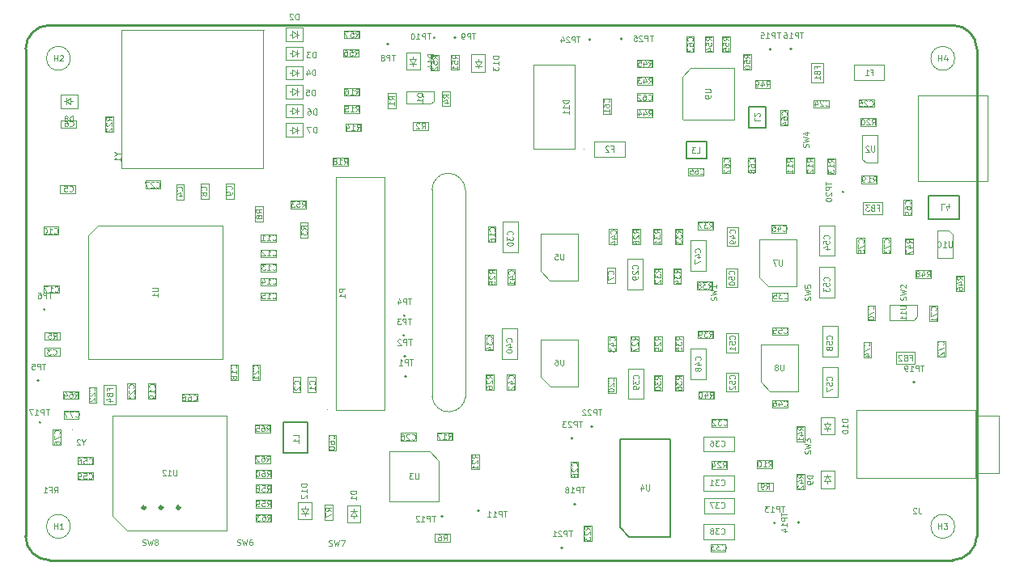
<source format=gbr>
%TF.GenerationSoftware,KiCad,Pcbnew,(6.0.4)*%
%TF.CreationDate,2023-04-20T20:53:16+03:00*%
%TF.ProjectId,mp3_test_board,6d70335f-7465-4737-945f-626f6172642e,rev?*%
%TF.SameCoordinates,Original*%
%TF.FileFunction,AssemblyDrawing,Bot*%
%FSLAX46Y46*%
G04 Gerber Fmt 4.6, Leading zero omitted, Abs format (unit mm)*
G04 Created by KiCad (PCBNEW (6.0.4)) date 2023-04-20 20:53:16*
%MOMM*%
%LPD*%
G01*
G04 APERTURE LIST*
%TA.AperFunction,Profile*%
%ADD10C,0.250000*%
%TD*%
%ADD11C,0.060000*%
%ADD12C,0.100000*%
%ADD13C,0.120000*%
%ADD14C,0.160000*%
%ADD15C,0.127000*%
%ADD16C,0.300000*%
%ADD17C,0.150000*%
G04 APERTURE END LIST*
D10*
X173467769Y-99232295D02*
G75*
G03*
X175960000Y-96750000I-93569J2586195D01*
G01*
X175960001Y-45750000D02*
G75*
G03*
X173467767Y-43232233I-2528101J-10100D01*
G01*
X78967767Y-43232167D02*
G75*
G03*
X76467767Y-45732233I33J-2500033D01*
G01*
X76467767Y-45732233D02*
X76467767Y-96732233D01*
X78967767Y-99232233D02*
X173467767Y-99232233D01*
X175960000Y-96750000D02*
X175960000Y-45750000D01*
X173467767Y-43232233D02*
X78967767Y-43232233D01*
X76467767Y-96732233D02*
G75*
G03*
X78967767Y-99232233I2500033J33D01*
G01*
D11*
%TO.C,SW7*%
X108200000Y-97715357D02*
X108285714Y-97743928D01*
X108428571Y-97743928D01*
X108485714Y-97715357D01*
X108514285Y-97686785D01*
X108542857Y-97629642D01*
X108542857Y-97572500D01*
X108514285Y-97515357D01*
X108485714Y-97486785D01*
X108428571Y-97458214D01*
X108314285Y-97429642D01*
X108257142Y-97401071D01*
X108228571Y-97372500D01*
X108200000Y-97315357D01*
X108200000Y-97258214D01*
X108228571Y-97201071D01*
X108257142Y-97172500D01*
X108314285Y-97143928D01*
X108457142Y-97143928D01*
X108542857Y-97172500D01*
X108742857Y-97143928D02*
X108885714Y-97743928D01*
X109000000Y-97315357D01*
X109114285Y-97743928D01*
X109257142Y-97143928D01*
X109428571Y-97143928D02*
X109828571Y-97143928D01*
X109571428Y-97743928D01*
%TO.C,SW1*%
X148732857Y-72030000D02*
X148761428Y-71944285D01*
X148761428Y-71801428D01*
X148732857Y-71744285D01*
X148704285Y-71715714D01*
X148647142Y-71687142D01*
X148590000Y-71687142D01*
X148532857Y-71715714D01*
X148504285Y-71744285D01*
X148475714Y-71801428D01*
X148447142Y-71915714D01*
X148418571Y-71972857D01*
X148390000Y-72001428D01*
X148332857Y-72030000D01*
X148275714Y-72030000D01*
X148218571Y-72001428D01*
X148190000Y-71972857D01*
X148161428Y-71915714D01*
X148161428Y-71772857D01*
X148190000Y-71687142D01*
X148161428Y-71487142D02*
X148761428Y-71344285D01*
X148332857Y-71230000D01*
X148761428Y-71115714D01*
X148161428Y-70972857D01*
X148761428Y-70430000D02*
X148761428Y-70772857D01*
X148761428Y-70601428D02*
X148161428Y-70601428D01*
X148247142Y-70658571D01*
X148304285Y-70715714D01*
X148332857Y-70772857D01*
%TO.C,SW6*%
X98600000Y-97642857D02*
X98685714Y-97671428D01*
X98828571Y-97671428D01*
X98885714Y-97642857D01*
X98914285Y-97614285D01*
X98942857Y-97557142D01*
X98942857Y-97500000D01*
X98914285Y-97442857D01*
X98885714Y-97414285D01*
X98828571Y-97385714D01*
X98714285Y-97357142D01*
X98657142Y-97328571D01*
X98628571Y-97300000D01*
X98600000Y-97242857D01*
X98600000Y-97185714D01*
X98628571Y-97128571D01*
X98657142Y-97100000D01*
X98714285Y-97071428D01*
X98857142Y-97071428D01*
X98942857Y-97100000D01*
X99142857Y-97071428D02*
X99285714Y-97671428D01*
X99400000Y-97242857D01*
X99514285Y-97671428D01*
X99657142Y-97071428D01*
X100142857Y-97071428D02*
X100028571Y-97071428D01*
X99971428Y-97100000D01*
X99942857Y-97128571D01*
X99885714Y-97214285D01*
X99857142Y-97328571D01*
X99857142Y-97557142D01*
X99885714Y-97614285D01*
X99914285Y-97642857D01*
X99971428Y-97671428D01*
X100085714Y-97671428D01*
X100142857Y-97642857D01*
X100171428Y-97614285D01*
X100200000Y-97557142D01*
X100200000Y-97414285D01*
X100171428Y-97357142D01*
X100142857Y-97328571D01*
X100085714Y-97300000D01*
X99971428Y-97300000D01*
X99914285Y-97328571D01*
X99885714Y-97357142D01*
X99857142Y-97414285D01*
%TO.C,H4*%
X171942857Y-46971428D02*
X171942857Y-46371428D01*
X171942857Y-46657142D02*
X172285714Y-46657142D01*
X172285714Y-46971428D02*
X172285714Y-46371428D01*
X172828571Y-46571428D02*
X172828571Y-46971428D01*
X172685714Y-46342857D02*
X172542857Y-46771428D01*
X172914285Y-46771428D01*
%TO.C,H2*%
X79442857Y-46971428D02*
X79442857Y-46371428D01*
X79442857Y-46657142D02*
X79785714Y-46657142D01*
X79785714Y-46971428D02*
X79785714Y-46371428D01*
X80042857Y-46428571D02*
X80071428Y-46400000D01*
X80128571Y-46371428D01*
X80271428Y-46371428D01*
X80328571Y-46400000D01*
X80357142Y-46428571D01*
X80385714Y-46485714D01*
X80385714Y-46542857D01*
X80357142Y-46628571D01*
X80014285Y-46971428D01*
X80385714Y-46971428D01*
%TO.C,P1*%
X109877364Y-70844085D02*
X109277364Y-70844085D01*
X109277364Y-71072657D01*
X109305936Y-71129800D01*
X109334507Y-71158371D01*
X109391650Y-71186943D01*
X109477364Y-71186943D01*
X109534507Y-71158371D01*
X109563078Y-71129800D01*
X109591650Y-71072657D01*
X109591650Y-70844085D01*
X109877364Y-71758371D02*
X109877364Y-71415514D01*
X109877364Y-71586943D02*
X109277364Y-71586943D01*
X109363078Y-71529800D01*
X109420221Y-71472657D01*
X109448793Y-71415514D01*
%TO.C,H1*%
X79442857Y-95971428D02*
X79442857Y-95371428D01*
X79442857Y-95657142D02*
X79785714Y-95657142D01*
X79785714Y-95971428D02*
X79785714Y-95371428D01*
X80385714Y-95971428D02*
X80042857Y-95971428D01*
X80214285Y-95971428D02*
X80214285Y-95371428D01*
X80157142Y-95457142D01*
X80100000Y-95514285D01*
X80042857Y-95542857D01*
%TO.C,SW3*%
X158542857Y-88100000D02*
X158571428Y-88014285D01*
X158571428Y-87871428D01*
X158542857Y-87814285D01*
X158514285Y-87785714D01*
X158457142Y-87757142D01*
X158400000Y-87757142D01*
X158342857Y-87785714D01*
X158314285Y-87814285D01*
X158285714Y-87871428D01*
X158257142Y-87985714D01*
X158228571Y-88042857D01*
X158200000Y-88071428D01*
X158142857Y-88100000D01*
X158085714Y-88100000D01*
X158028571Y-88071428D01*
X158000000Y-88042857D01*
X157971428Y-87985714D01*
X157971428Y-87842857D01*
X158000000Y-87757142D01*
X157971428Y-87557142D02*
X158571428Y-87414285D01*
X158142857Y-87300000D01*
X158571428Y-87185714D01*
X157971428Y-87042857D01*
X157971428Y-86871428D02*
X157971428Y-86500000D01*
X158200000Y-86700000D01*
X158200000Y-86614285D01*
X158228571Y-86557142D01*
X158257142Y-86528571D01*
X158314285Y-86500000D01*
X158457142Y-86500000D01*
X158514285Y-86528571D01*
X158542857Y-86557142D01*
X158571428Y-86614285D01*
X158571428Y-86785714D01*
X158542857Y-86842857D01*
X158514285Y-86871428D01*
%TO.C,SW2*%
X168542857Y-72000000D02*
X168571428Y-71914285D01*
X168571428Y-71771428D01*
X168542857Y-71714285D01*
X168514285Y-71685714D01*
X168457142Y-71657142D01*
X168400000Y-71657142D01*
X168342857Y-71685714D01*
X168314285Y-71714285D01*
X168285714Y-71771428D01*
X168257142Y-71885714D01*
X168228571Y-71942857D01*
X168200000Y-71971428D01*
X168142857Y-72000000D01*
X168085714Y-72000000D01*
X168028571Y-71971428D01*
X168000000Y-71942857D01*
X167971428Y-71885714D01*
X167971428Y-71742857D01*
X168000000Y-71657142D01*
X167971428Y-71457142D02*
X168571428Y-71314285D01*
X168142857Y-71200000D01*
X168571428Y-71085714D01*
X167971428Y-70942857D01*
X168028571Y-70742857D02*
X168000000Y-70714285D01*
X167971428Y-70657142D01*
X167971428Y-70514285D01*
X168000000Y-70457142D01*
X168028571Y-70428571D01*
X168085714Y-70400000D01*
X168142857Y-70400000D01*
X168228571Y-70428571D01*
X168571428Y-70771428D01*
X168571428Y-70400000D01*
%TO.C,SW8*%
X88700000Y-97642857D02*
X88785714Y-97671428D01*
X88928571Y-97671428D01*
X88985714Y-97642857D01*
X89014285Y-97614285D01*
X89042857Y-97557142D01*
X89042857Y-97500000D01*
X89014285Y-97442857D01*
X88985714Y-97414285D01*
X88928571Y-97385714D01*
X88814285Y-97357142D01*
X88757142Y-97328571D01*
X88728571Y-97300000D01*
X88700000Y-97242857D01*
X88700000Y-97185714D01*
X88728571Y-97128571D01*
X88757142Y-97100000D01*
X88814285Y-97071428D01*
X88957142Y-97071428D01*
X89042857Y-97100000D01*
X89242857Y-97071428D02*
X89385714Y-97671428D01*
X89500000Y-97242857D01*
X89614285Y-97671428D01*
X89757142Y-97071428D01*
X90071428Y-97328571D02*
X90014285Y-97300000D01*
X89985714Y-97271428D01*
X89957142Y-97214285D01*
X89957142Y-97185714D01*
X89985714Y-97128571D01*
X90014285Y-97100000D01*
X90071428Y-97071428D01*
X90185714Y-97071428D01*
X90242857Y-97100000D01*
X90271428Y-97128571D01*
X90300000Y-97185714D01*
X90300000Y-97214285D01*
X90271428Y-97271428D01*
X90242857Y-97300000D01*
X90185714Y-97328571D01*
X90071428Y-97328571D01*
X90014285Y-97357142D01*
X89985714Y-97385714D01*
X89957142Y-97442857D01*
X89957142Y-97557142D01*
X89985714Y-97614285D01*
X90014285Y-97642857D01*
X90071428Y-97671428D01*
X90185714Y-97671428D01*
X90242857Y-97642857D01*
X90271428Y-97614285D01*
X90300000Y-97557142D01*
X90300000Y-97442857D01*
X90271428Y-97385714D01*
X90242857Y-97357142D01*
X90185714Y-97328571D01*
%TO.C,H3*%
X171942857Y-95971428D02*
X171942857Y-95371428D01*
X171942857Y-95657142D02*
X172285714Y-95657142D01*
X172285714Y-95971428D02*
X172285714Y-95371428D01*
X172514285Y-95371428D02*
X172885714Y-95371428D01*
X172685714Y-95600000D01*
X172771428Y-95600000D01*
X172828571Y-95628571D01*
X172857142Y-95657142D01*
X172885714Y-95714285D01*
X172885714Y-95857142D01*
X172857142Y-95914285D01*
X172828571Y-95942857D01*
X172771428Y-95971428D01*
X172600000Y-95971428D01*
X172542857Y-95942857D01*
X172514285Y-95914285D01*
%TO.C,SW4*%
X158342857Y-56000000D02*
X158371428Y-55914285D01*
X158371428Y-55771428D01*
X158342857Y-55714285D01*
X158314285Y-55685714D01*
X158257142Y-55657142D01*
X158200000Y-55657142D01*
X158142857Y-55685714D01*
X158114285Y-55714285D01*
X158085714Y-55771428D01*
X158057142Y-55885714D01*
X158028571Y-55942857D01*
X158000000Y-55971428D01*
X157942857Y-56000000D01*
X157885714Y-56000000D01*
X157828571Y-55971428D01*
X157800000Y-55942857D01*
X157771428Y-55885714D01*
X157771428Y-55742857D01*
X157800000Y-55657142D01*
X157771428Y-55457142D02*
X158371428Y-55314285D01*
X157942857Y-55200000D01*
X158371428Y-55085714D01*
X157771428Y-54942857D01*
X157971428Y-54457142D02*
X158371428Y-54457142D01*
X157742857Y-54600000D02*
X158171428Y-54742857D01*
X158171428Y-54371428D01*
%TO.C,SW5*%
X158542857Y-72000000D02*
X158571428Y-71914285D01*
X158571428Y-71771428D01*
X158542857Y-71714285D01*
X158514285Y-71685714D01*
X158457142Y-71657142D01*
X158400000Y-71657142D01*
X158342857Y-71685714D01*
X158314285Y-71714285D01*
X158285714Y-71771428D01*
X158257142Y-71885714D01*
X158228571Y-71942857D01*
X158200000Y-71971428D01*
X158142857Y-72000000D01*
X158085714Y-72000000D01*
X158028571Y-71971428D01*
X158000000Y-71942857D01*
X157971428Y-71885714D01*
X157971428Y-71742857D01*
X158000000Y-71657142D01*
X157971428Y-71457142D02*
X158571428Y-71314285D01*
X158142857Y-71200000D01*
X158571428Y-71085714D01*
X157971428Y-70942857D01*
X157971428Y-70428571D02*
X157971428Y-70714285D01*
X158257142Y-70742857D01*
X158228571Y-70714285D01*
X158200000Y-70657142D01*
X158200000Y-70514285D01*
X158228571Y-70457142D01*
X158257142Y-70428571D01*
X158314285Y-70400000D01*
X158457142Y-70400000D01*
X158514285Y-70428571D01*
X158542857Y-70457142D01*
X158571428Y-70514285D01*
X158571428Y-70657142D01*
X158542857Y-70714285D01*
X158514285Y-70742857D01*
%TO.C,C18*%
X98485232Y-79137040D02*
X98513804Y-79108469D01*
X98542375Y-79022755D01*
X98542375Y-78965612D01*
X98513804Y-78879897D01*
X98456661Y-78822755D01*
X98399518Y-78794183D01*
X98285232Y-78765612D01*
X98199518Y-78765612D01*
X98085232Y-78794183D01*
X98028089Y-78822755D01*
X97970947Y-78879897D01*
X97942375Y-78965612D01*
X97942375Y-79022755D01*
X97970947Y-79108469D01*
X97999518Y-79137040D01*
X98542375Y-79708469D02*
X98542375Y-79365612D01*
X98542375Y-79537040D02*
X97942375Y-79537040D01*
X98028089Y-79479897D01*
X98085232Y-79422755D01*
X98113804Y-79365612D01*
X98199518Y-80051326D02*
X98170947Y-79994183D01*
X98142375Y-79965612D01*
X98085232Y-79937040D01*
X98056661Y-79937040D01*
X97999518Y-79965612D01*
X97970947Y-79994183D01*
X97942375Y-80051326D01*
X97942375Y-80165612D01*
X97970947Y-80222755D01*
X97999518Y-80251326D01*
X98056661Y-80279897D01*
X98085232Y-80279897D01*
X98142375Y-80251326D01*
X98170947Y-80222755D01*
X98199518Y-80165612D01*
X98199518Y-80051326D01*
X98228089Y-79994183D01*
X98256661Y-79965612D01*
X98313804Y-79937040D01*
X98428089Y-79937040D01*
X98485232Y-79965612D01*
X98513804Y-79994183D01*
X98542375Y-80051326D01*
X98542375Y-80165612D01*
X98513804Y-80222755D01*
X98485232Y-80251326D01*
X98428089Y-80279897D01*
X98313804Y-80279897D01*
X98256661Y-80251326D01*
X98228089Y-80222755D01*
X98199518Y-80165612D01*
%TO.C,TP17*%
X78921110Y-83447873D02*
X78578253Y-83447873D01*
X78749681Y-84047873D02*
X78749681Y-83447873D01*
X78378253Y-84047873D02*
X78378253Y-83447873D01*
X78149681Y-83447873D01*
X78092538Y-83476445D01*
X78063967Y-83505016D01*
X78035395Y-83562159D01*
X78035395Y-83647873D01*
X78063967Y-83705016D01*
X78092538Y-83733587D01*
X78149681Y-83762159D01*
X78378253Y-83762159D01*
X77463967Y-84047873D02*
X77806824Y-84047873D01*
X77635395Y-84047873D02*
X77635395Y-83447873D01*
X77692538Y-83533587D01*
X77749681Y-83590730D01*
X77806824Y-83619302D01*
X77263967Y-83447873D02*
X76863967Y-83447873D01*
X77121110Y-84047873D01*
%TO.C,R38*%
X147895714Y-70781428D02*
X148095714Y-70495714D01*
X148238571Y-70781428D02*
X148238571Y-70181428D01*
X148010000Y-70181428D01*
X147952857Y-70210000D01*
X147924285Y-70238571D01*
X147895714Y-70295714D01*
X147895714Y-70381428D01*
X147924285Y-70438571D01*
X147952857Y-70467142D01*
X148010000Y-70495714D01*
X148238571Y-70495714D01*
X147695714Y-70181428D02*
X147324285Y-70181428D01*
X147524285Y-70410000D01*
X147438571Y-70410000D01*
X147381428Y-70438571D01*
X147352857Y-70467142D01*
X147324285Y-70524285D01*
X147324285Y-70667142D01*
X147352857Y-70724285D01*
X147381428Y-70752857D01*
X147438571Y-70781428D01*
X147610000Y-70781428D01*
X147667142Y-70752857D01*
X147695714Y-70724285D01*
X146981428Y-70438571D02*
X147038571Y-70410000D01*
X147067142Y-70381428D01*
X147095714Y-70324285D01*
X147095714Y-70295714D01*
X147067142Y-70238571D01*
X147038571Y-70210000D01*
X146981428Y-70181428D01*
X146867142Y-70181428D01*
X146810000Y-70210000D01*
X146781428Y-70238571D01*
X146752857Y-70295714D01*
X146752857Y-70324285D01*
X146781428Y-70381428D01*
X146810000Y-70410000D01*
X146867142Y-70438571D01*
X146981428Y-70438571D01*
X147038571Y-70467142D01*
X147067142Y-70495714D01*
X147095714Y-70552857D01*
X147095714Y-70667142D01*
X147067142Y-70724285D01*
X147038571Y-70752857D01*
X146981428Y-70781428D01*
X146867142Y-70781428D01*
X146810000Y-70752857D01*
X146781428Y-70724285D01*
X146752857Y-70667142D01*
X146752857Y-70552857D01*
X146781428Y-70495714D01*
X146810000Y-70467142D01*
X146867142Y-70438571D01*
%TO.C,C35*%
X155819214Y-71817423D02*
X155847785Y-71845995D01*
X155933500Y-71874566D01*
X155990642Y-71874566D01*
X156076357Y-71845995D01*
X156133500Y-71788852D01*
X156162071Y-71731709D01*
X156190642Y-71617423D01*
X156190642Y-71531709D01*
X156162071Y-71417423D01*
X156133500Y-71360280D01*
X156076357Y-71303138D01*
X155990642Y-71274566D01*
X155933500Y-71274566D01*
X155847785Y-71303138D01*
X155819214Y-71331709D01*
X155619214Y-71274566D02*
X155247785Y-71274566D01*
X155447785Y-71503138D01*
X155362071Y-71503138D01*
X155304928Y-71531709D01*
X155276357Y-71560280D01*
X155247785Y-71617423D01*
X155247785Y-71760280D01*
X155276357Y-71817423D01*
X155304928Y-71845995D01*
X155362071Y-71874566D01*
X155533500Y-71874566D01*
X155590642Y-71845995D01*
X155619214Y-71817423D01*
X154704928Y-71274566D02*
X154990642Y-71274566D01*
X155019214Y-71560280D01*
X154990642Y-71531709D01*
X154933500Y-71503138D01*
X154790642Y-71503138D01*
X154733500Y-71531709D01*
X154704928Y-71560280D01*
X154676357Y-71617423D01*
X154676357Y-71760280D01*
X154704928Y-71817423D01*
X154733500Y-71845995D01*
X154790642Y-71874566D01*
X154933500Y-71874566D01*
X154990642Y-71845995D01*
X155019214Y-71817423D01*
%TO.C,R13*%
X160994128Y-57578223D02*
X160708414Y-57378223D01*
X160994128Y-57235366D02*
X160394128Y-57235366D01*
X160394128Y-57463938D01*
X160422700Y-57521080D01*
X160451271Y-57549652D01*
X160508414Y-57578223D01*
X160594128Y-57578223D01*
X160651271Y-57549652D01*
X160679842Y-57521080D01*
X160708414Y-57463938D01*
X160708414Y-57235366D01*
X160994128Y-58149652D02*
X160994128Y-57806795D01*
X160994128Y-57978223D02*
X160394128Y-57978223D01*
X160479842Y-57921080D01*
X160536985Y-57863938D01*
X160565557Y-57806795D01*
X160394128Y-58349652D02*
X160394128Y-58721080D01*
X160622700Y-58521080D01*
X160622700Y-58606795D01*
X160651271Y-58663938D01*
X160679842Y-58692509D01*
X160736985Y-58721080D01*
X160879842Y-58721080D01*
X160936985Y-58692509D01*
X160965557Y-58663938D01*
X160994128Y-58606795D01*
X160994128Y-58435366D01*
X160965557Y-58378223D01*
X160936985Y-58349652D01*
%TO.C,L2*%
X152662771Y-52929200D02*
X152662771Y-53214914D01*
X153262771Y-53214914D01*
X153205628Y-52757771D02*
X153234200Y-52729200D01*
X153262771Y-52672057D01*
X153262771Y-52529200D01*
X153234200Y-52472057D01*
X153205628Y-52443485D01*
X153148485Y-52414914D01*
X153091342Y-52414914D01*
X153005628Y-52443485D01*
X152662771Y-52786342D01*
X152662771Y-52414914D01*
%TO.C,D6*%
X106860854Y-52581396D02*
X106860854Y-51981396D01*
X106717997Y-51981396D01*
X106632282Y-52009968D01*
X106575139Y-52067110D01*
X106546568Y-52124253D01*
X106517997Y-52238539D01*
X106517997Y-52324253D01*
X106546568Y-52438539D01*
X106575139Y-52495682D01*
X106632282Y-52552825D01*
X106717997Y-52581396D01*
X106860854Y-52581396D01*
X106003711Y-51981396D02*
X106117997Y-51981396D01*
X106175139Y-52009968D01*
X106203711Y-52038539D01*
X106260854Y-52124253D01*
X106289425Y-52238539D01*
X106289425Y-52467110D01*
X106260854Y-52524253D01*
X106232282Y-52552825D01*
X106175139Y-52581396D01*
X106060854Y-52581396D01*
X106003711Y-52552825D01*
X105975139Y-52524253D01*
X105946568Y-52467110D01*
X105946568Y-52324253D01*
X105975139Y-52267110D01*
X106003711Y-52238539D01*
X106060854Y-52209968D01*
X106175139Y-52209968D01*
X106232282Y-52238539D01*
X106260854Y-52267110D01*
X106289425Y-52324253D01*
%TO.C,C14*%
X102306514Y-70283485D02*
X102335085Y-70312057D01*
X102420800Y-70340628D01*
X102477942Y-70340628D01*
X102563657Y-70312057D01*
X102620800Y-70254914D01*
X102649371Y-70197771D01*
X102677942Y-70083485D01*
X102677942Y-69997771D01*
X102649371Y-69883485D01*
X102620800Y-69826342D01*
X102563657Y-69769200D01*
X102477942Y-69740628D01*
X102420800Y-69740628D01*
X102335085Y-69769200D01*
X102306514Y-69797771D01*
X101735085Y-70340628D02*
X102077942Y-70340628D01*
X101906514Y-70340628D02*
X101906514Y-69740628D01*
X101963657Y-69826342D01*
X102020800Y-69883485D01*
X102077942Y-69912057D01*
X101220800Y-69940628D02*
X101220800Y-70340628D01*
X101363657Y-69712057D02*
X101506514Y-70140628D01*
X101135085Y-70140628D01*
%TO.C,C12*%
X102306514Y-67283485D02*
X102335085Y-67312057D01*
X102420800Y-67340628D01*
X102477942Y-67340628D01*
X102563657Y-67312057D01*
X102620800Y-67254914D01*
X102649371Y-67197771D01*
X102677942Y-67083485D01*
X102677942Y-66997771D01*
X102649371Y-66883485D01*
X102620800Y-66826342D01*
X102563657Y-66769200D01*
X102477942Y-66740628D01*
X102420800Y-66740628D01*
X102335085Y-66769200D01*
X102306514Y-66797771D01*
X101735085Y-67340628D02*
X102077942Y-67340628D01*
X101906514Y-67340628D02*
X101906514Y-66740628D01*
X101963657Y-66826342D01*
X102020800Y-66883485D01*
X102077942Y-66912057D01*
X101506514Y-66797771D02*
X101477942Y-66769200D01*
X101420800Y-66740628D01*
X101277942Y-66740628D01*
X101220800Y-66769200D01*
X101192228Y-66797771D01*
X101163657Y-66854914D01*
X101163657Y-66912057D01*
X101192228Y-66997771D01*
X101535085Y-67340628D01*
X101163657Y-67340628D01*
%TO.C,C17*%
X79524914Y-71115085D02*
X79553485Y-71143657D01*
X79639200Y-71172228D01*
X79696342Y-71172228D01*
X79782057Y-71143657D01*
X79839200Y-71086514D01*
X79867771Y-71029371D01*
X79896342Y-70915085D01*
X79896342Y-70829371D01*
X79867771Y-70715085D01*
X79839200Y-70657942D01*
X79782057Y-70600800D01*
X79696342Y-70572228D01*
X79639200Y-70572228D01*
X79553485Y-70600800D01*
X79524914Y-70629371D01*
X78953485Y-71172228D02*
X79296342Y-71172228D01*
X79124914Y-71172228D02*
X79124914Y-70572228D01*
X79182057Y-70657942D01*
X79239200Y-70715085D01*
X79296342Y-70743657D01*
X78753485Y-70572228D02*
X78353485Y-70572228D01*
X78610628Y-71172228D01*
%TO.C,TP13*%
X155842857Y-93575366D02*
X155500000Y-93575366D01*
X155671428Y-94175366D02*
X155671428Y-93575366D01*
X155300000Y-94175366D02*
X155300000Y-93575366D01*
X155071428Y-93575366D01*
X155014285Y-93603938D01*
X154985714Y-93632509D01*
X154957142Y-93689652D01*
X154957142Y-93775366D01*
X154985714Y-93832509D01*
X155014285Y-93861080D01*
X155071428Y-93889652D01*
X155300000Y-93889652D01*
X154385714Y-94175366D02*
X154728571Y-94175366D01*
X154557142Y-94175366D02*
X154557142Y-93575366D01*
X154614285Y-93661080D01*
X154671428Y-93718223D01*
X154728571Y-93746795D01*
X154185714Y-93575366D02*
X153814285Y-93575366D01*
X154014285Y-93803938D01*
X153928571Y-93803938D01*
X153871428Y-93832509D01*
X153842857Y-93861080D01*
X153814285Y-93918223D01*
X153814285Y-94061080D01*
X153842857Y-94118223D01*
X153871428Y-94146795D01*
X153928571Y-94175366D01*
X154100000Y-94175366D01*
X154157142Y-94146795D01*
X154185714Y-94118223D01*
%TO.C,R62*%
X101687461Y-88924983D02*
X101887461Y-88639269D01*
X102030318Y-88924983D02*
X102030318Y-88324983D01*
X101801747Y-88324983D01*
X101744604Y-88353555D01*
X101716032Y-88382126D01*
X101687461Y-88439269D01*
X101687461Y-88524983D01*
X101716032Y-88582126D01*
X101744604Y-88610697D01*
X101801747Y-88639269D01*
X102030318Y-88639269D01*
X101173175Y-88324983D02*
X101287461Y-88324983D01*
X101344604Y-88353555D01*
X101373175Y-88382126D01*
X101430318Y-88467840D01*
X101458889Y-88582126D01*
X101458889Y-88810697D01*
X101430318Y-88867840D01*
X101401747Y-88896412D01*
X101344604Y-88924983D01*
X101230318Y-88924983D01*
X101173175Y-88896412D01*
X101144604Y-88867840D01*
X101116032Y-88810697D01*
X101116032Y-88667840D01*
X101144604Y-88610697D01*
X101173175Y-88582126D01*
X101230318Y-88553555D01*
X101344604Y-88553555D01*
X101401747Y-88582126D01*
X101430318Y-88610697D01*
X101458889Y-88667840D01*
X100887461Y-88382126D02*
X100858889Y-88353555D01*
X100801747Y-88324983D01*
X100658889Y-88324983D01*
X100601747Y-88353555D01*
X100573175Y-88382126D01*
X100544604Y-88439269D01*
X100544604Y-88496412D01*
X100573175Y-88582126D01*
X100916032Y-88924983D01*
X100544604Y-88924983D01*
%TO.C,R37*%
X147985714Y-64461428D02*
X148185714Y-64175714D01*
X148328571Y-64461428D02*
X148328571Y-63861428D01*
X148100000Y-63861428D01*
X148042857Y-63890000D01*
X148014285Y-63918571D01*
X147985714Y-63975714D01*
X147985714Y-64061428D01*
X148014285Y-64118571D01*
X148042857Y-64147142D01*
X148100000Y-64175714D01*
X148328571Y-64175714D01*
X147785714Y-63861428D02*
X147414285Y-63861428D01*
X147614285Y-64090000D01*
X147528571Y-64090000D01*
X147471428Y-64118571D01*
X147442857Y-64147142D01*
X147414285Y-64204285D01*
X147414285Y-64347142D01*
X147442857Y-64404285D01*
X147471428Y-64432857D01*
X147528571Y-64461428D01*
X147700000Y-64461428D01*
X147757142Y-64432857D01*
X147785714Y-64404285D01*
X147214285Y-63861428D02*
X146814285Y-63861428D01*
X147071428Y-64461428D01*
%TO.C,C48*%
X147034285Y-78284285D02*
X147062857Y-78255714D01*
X147091428Y-78170000D01*
X147091428Y-78112857D01*
X147062857Y-78027142D01*
X147005714Y-77970000D01*
X146948571Y-77941428D01*
X146834285Y-77912857D01*
X146748571Y-77912857D01*
X146634285Y-77941428D01*
X146577142Y-77970000D01*
X146520000Y-78027142D01*
X146491428Y-78112857D01*
X146491428Y-78170000D01*
X146520000Y-78255714D01*
X146548571Y-78284285D01*
X146691428Y-78798571D02*
X147091428Y-78798571D01*
X146462857Y-78655714D02*
X146891428Y-78512857D01*
X146891428Y-78884285D01*
X146748571Y-79198571D02*
X146720000Y-79141428D01*
X146691428Y-79112857D01*
X146634285Y-79084285D01*
X146605714Y-79084285D01*
X146548571Y-79112857D01*
X146520000Y-79141428D01*
X146491428Y-79198571D01*
X146491428Y-79312857D01*
X146520000Y-79370000D01*
X146548571Y-79398571D01*
X146605714Y-79427142D01*
X146634285Y-79427142D01*
X146691428Y-79398571D01*
X146720000Y-79370000D01*
X146748571Y-79312857D01*
X146748571Y-79198571D01*
X146777142Y-79141428D01*
X146805714Y-79112857D01*
X146862857Y-79084285D01*
X146977142Y-79084285D01*
X147034285Y-79112857D01*
X147062857Y-79141428D01*
X147091428Y-79198571D01*
X147091428Y-79312857D01*
X147062857Y-79370000D01*
X147034285Y-79398571D01*
X146977142Y-79427142D01*
X146862857Y-79427142D01*
X146805714Y-79398571D01*
X146777142Y-79370000D01*
X146748571Y-79312857D01*
%TO.C,TP23*%
X134663257Y-84714304D02*
X134320400Y-84714304D01*
X134491828Y-85314304D02*
X134491828Y-84714304D01*
X134120400Y-85314304D02*
X134120400Y-84714304D01*
X133891828Y-84714304D01*
X133834685Y-84742876D01*
X133806114Y-84771447D01*
X133777542Y-84828590D01*
X133777542Y-84914304D01*
X133806114Y-84971447D01*
X133834685Y-85000018D01*
X133891828Y-85028590D01*
X134120400Y-85028590D01*
X133548971Y-84771447D02*
X133520400Y-84742876D01*
X133463257Y-84714304D01*
X133320400Y-84714304D01*
X133263257Y-84742876D01*
X133234685Y-84771447D01*
X133206114Y-84828590D01*
X133206114Y-84885733D01*
X133234685Y-84971447D01*
X133577542Y-85314304D01*
X133206114Y-85314304D01*
X133006114Y-84714304D02*
X132634685Y-84714304D01*
X132834685Y-84942876D01*
X132748971Y-84942876D01*
X132691828Y-84971447D01*
X132663257Y-85000018D01*
X132634685Y-85057161D01*
X132634685Y-85200018D01*
X132663257Y-85257161D01*
X132691828Y-85285733D01*
X132748971Y-85314304D01*
X132920400Y-85314304D01*
X132977542Y-85285733D01*
X133006114Y-85257161D01*
%TO.C,R20*%
X164985714Y-53671428D02*
X165185714Y-53385714D01*
X165328571Y-53671428D02*
X165328571Y-53071428D01*
X165100000Y-53071428D01*
X165042857Y-53100000D01*
X165014285Y-53128571D01*
X164985714Y-53185714D01*
X164985714Y-53271428D01*
X165014285Y-53328571D01*
X165042857Y-53357142D01*
X165100000Y-53385714D01*
X165328571Y-53385714D01*
X164757142Y-53128571D02*
X164728571Y-53100000D01*
X164671428Y-53071428D01*
X164528571Y-53071428D01*
X164471428Y-53100000D01*
X164442857Y-53128571D01*
X164414285Y-53185714D01*
X164414285Y-53242857D01*
X164442857Y-53328571D01*
X164785714Y-53671428D01*
X164414285Y-53671428D01*
X164042857Y-53071428D02*
X163985714Y-53071428D01*
X163928571Y-53100000D01*
X163900000Y-53128571D01*
X163871428Y-53185714D01*
X163842857Y-53300000D01*
X163842857Y-53442857D01*
X163871428Y-53557142D01*
X163900000Y-53614285D01*
X163928571Y-53642857D01*
X163985714Y-53671428D01*
X164042857Y-53671428D01*
X164100000Y-53642857D01*
X164128571Y-53614285D01*
X164157142Y-53557142D01*
X164185714Y-53442857D01*
X164185714Y-53300000D01*
X164157142Y-53185714D01*
X164128571Y-53128571D01*
X164100000Y-53100000D01*
X164042857Y-53071428D01*
%TO.C,FB3*%
X165552700Y-62341080D02*
X165752700Y-62341080D01*
X165752700Y-62655366D02*
X165752700Y-62055366D01*
X165466985Y-62055366D01*
X165038414Y-62341080D02*
X164952700Y-62369652D01*
X164924128Y-62398223D01*
X164895557Y-62455366D01*
X164895557Y-62541080D01*
X164924128Y-62598223D01*
X164952700Y-62626795D01*
X165009842Y-62655366D01*
X165238414Y-62655366D01*
X165238414Y-62055366D01*
X165038414Y-62055366D01*
X164981271Y-62083938D01*
X164952700Y-62112509D01*
X164924128Y-62169652D01*
X164924128Y-62226795D01*
X164952700Y-62283938D01*
X164981271Y-62312509D01*
X165038414Y-62341080D01*
X165238414Y-62341080D01*
X164695557Y-62055366D02*
X164324128Y-62055366D01*
X164524128Y-62283938D01*
X164438414Y-62283938D01*
X164381271Y-62312509D01*
X164352700Y-62341080D01*
X164324128Y-62398223D01*
X164324128Y-62541080D01*
X164352700Y-62598223D01*
X164381271Y-62626795D01*
X164438414Y-62655366D01*
X164609842Y-62655366D01*
X164666985Y-62626795D01*
X164695557Y-62598223D01*
%TO.C,D9*%
X158771428Y-90357142D02*
X158171428Y-90357142D01*
X158171428Y-90500000D01*
X158200000Y-90585714D01*
X158257142Y-90642857D01*
X158314285Y-90671428D01*
X158428571Y-90700000D01*
X158514285Y-90700000D01*
X158628571Y-90671428D01*
X158685714Y-90642857D01*
X158742857Y-90585714D01*
X158771428Y-90500000D01*
X158771428Y-90357142D01*
X158771428Y-90985714D02*
X158771428Y-91100000D01*
X158742857Y-91157142D01*
X158714285Y-91185714D01*
X158628571Y-91242857D01*
X158514285Y-91271428D01*
X158285714Y-91271428D01*
X158228571Y-91242857D01*
X158200000Y-91214285D01*
X158171428Y-91157142D01*
X158171428Y-91042857D01*
X158200000Y-90985714D01*
X158228571Y-90957142D01*
X158285714Y-90928571D01*
X158428571Y-90928571D01*
X158485714Y-90957142D01*
X158514285Y-90985714D01*
X158542857Y-91042857D01*
X158542857Y-91157142D01*
X158514285Y-91214285D01*
X158485714Y-91242857D01*
X158428571Y-91271428D01*
%TO.C,C54*%
X160476285Y-65566885D02*
X160504857Y-65538314D01*
X160533428Y-65452600D01*
X160533428Y-65395457D01*
X160504857Y-65309742D01*
X160447714Y-65252600D01*
X160390571Y-65224028D01*
X160276285Y-65195457D01*
X160190571Y-65195457D01*
X160076285Y-65224028D01*
X160019142Y-65252600D01*
X159962000Y-65309742D01*
X159933428Y-65395457D01*
X159933428Y-65452600D01*
X159962000Y-65538314D01*
X159990571Y-65566885D01*
X159933428Y-66109742D02*
X159933428Y-65824028D01*
X160219142Y-65795457D01*
X160190571Y-65824028D01*
X160162000Y-65881171D01*
X160162000Y-66024028D01*
X160190571Y-66081171D01*
X160219142Y-66109742D01*
X160276285Y-66138314D01*
X160419142Y-66138314D01*
X160476285Y-66109742D01*
X160504857Y-66081171D01*
X160533428Y-66024028D01*
X160533428Y-65881171D01*
X160504857Y-65824028D01*
X160476285Y-65795457D01*
X160133428Y-66652600D02*
X160533428Y-66652600D01*
X159904857Y-66509742D02*
X160333428Y-66366885D01*
X160333428Y-66738314D01*
%TO.C,R33*%
X145061428Y-64964285D02*
X144775714Y-64764285D01*
X145061428Y-64621428D02*
X144461428Y-64621428D01*
X144461428Y-64850000D01*
X144490000Y-64907142D01*
X144518571Y-64935714D01*
X144575714Y-64964285D01*
X144661428Y-64964285D01*
X144718571Y-64935714D01*
X144747142Y-64907142D01*
X144775714Y-64850000D01*
X144775714Y-64621428D01*
X144461428Y-65164285D02*
X144461428Y-65535714D01*
X144690000Y-65335714D01*
X144690000Y-65421428D01*
X144718571Y-65478571D01*
X144747142Y-65507142D01*
X144804285Y-65535714D01*
X144947142Y-65535714D01*
X145004285Y-65507142D01*
X145032857Y-65478571D01*
X145061428Y-65421428D01*
X145061428Y-65250000D01*
X145032857Y-65192857D01*
X145004285Y-65164285D01*
X144461428Y-65735714D02*
X144461428Y-66107142D01*
X144690000Y-65907142D01*
X144690000Y-65992857D01*
X144718571Y-66050000D01*
X144747142Y-66078571D01*
X144804285Y-66107142D01*
X144947142Y-66107142D01*
X145004285Y-66078571D01*
X145032857Y-66050000D01*
X145061428Y-65992857D01*
X145061428Y-65821428D01*
X145032857Y-65764285D01*
X145004285Y-65735714D01*
%TO.C,TP22*%
X136723257Y-83464304D02*
X136380400Y-83464304D01*
X136551828Y-84064304D02*
X136551828Y-83464304D01*
X136180400Y-84064304D02*
X136180400Y-83464304D01*
X135951828Y-83464304D01*
X135894685Y-83492876D01*
X135866114Y-83521447D01*
X135837542Y-83578590D01*
X135837542Y-83664304D01*
X135866114Y-83721447D01*
X135894685Y-83750018D01*
X135951828Y-83778590D01*
X136180400Y-83778590D01*
X135608971Y-83521447D02*
X135580400Y-83492876D01*
X135523257Y-83464304D01*
X135380400Y-83464304D01*
X135323257Y-83492876D01*
X135294685Y-83521447D01*
X135266114Y-83578590D01*
X135266114Y-83635733D01*
X135294685Y-83721447D01*
X135637542Y-84064304D01*
X135266114Y-84064304D01*
X135037542Y-83521447D02*
X135008971Y-83492876D01*
X134951828Y-83464304D01*
X134808971Y-83464304D01*
X134751828Y-83492876D01*
X134723257Y-83521447D01*
X134694685Y-83578590D01*
X134694685Y-83635733D01*
X134723257Y-83721447D01*
X135066114Y-84064304D01*
X134694685Y-84064304D01*
%TO.C,C52*%
X150614285Y-80214285D02*
X150642857Y-80185714D01*
X150671428Y-80100000D01*
X150671428Y-80042857D01*
X150642857Y-79957142D01*
X150585714Y-79900000D01*
X150528571Y-79871428D01*
X150414285Y-79842857D01*
X150328571Y-79842857D01*
X150214285Y-79871428D01*
X150157142Y-79900000D01*
X150100000Y-79957142D01*
X150071428Y-80042857D01*
X150071428Y-80100000D01*
X150100000Y-80185714D01*
X150128571Y-80214285D01*
X150071428Y-80757142D02*
X150071428Y-80471428D01*
X150357142Y-80442857D01*
X150328571Y-80471428D01*
X150300000Y-80528571D01*
X150300000Y-80671428D01*
X150328571Y-80728571D01*
X150357142Y-80757142D01*
X150414285Y-80785714D01*
X150557142Y-80785714D01*
X150614285Y-80757142D01*
X150642857Y-80728571D01*
X150671428Y-80671428D01*
X150671428Y-80528571D01*
X150642857Y-80471428D01*
X150614285Y-80442857D01*
X150128571Y-81014285D02*
X150100000Y-81042857D01*
X150071428Y-81100000D01*
X150071428Y-81242857D01*
X150100000Y-81300000D01*
X150128571Y-81328571D01*
X150185714Y-81357142D01*
X150242857Y-81357142D01*
X150328571Y-81328571D01*
X150671428Y-80985714D01*
X150671428Y-81357142D01*
%TO.C,R12*%
X158804128Y-57548223D02*
X158518414Y-57348223D01*
X158804128Y-57205366D02*
X158204128Y-57205366D01*
X158204128Y-57433938D01*
X158232700Y-57491080D01*
X158261271Y-57519652D01*
X158318414Y-57548223D01*
X158404128Y-57548223D01*
X158461271Y-57519652D01*
X158489842Y-57491080D01*
X158518414Y-57433938D01*
X158518414Y-57205366D01*
X158804128Y-58119652D02*
X158804128Y-57776795D01*
X158804128Y-57948223D02*
X158204128Y-57948223D01*
X158289842Y-57891080D01*
X158346985Y-57833938D01*
X158375557Y-57776795D01*
X158261271Y-58348223D02*
X158232700Y-58376795D01*
X158204128Y-58433938D01*
X158204128Y-58576795D01*
X158232700Y-58633938D01*
X158261271Y-58662509D01*
X158318414Y-58691080D01*
X158375557Y-58691080D01*
X158461271Y-58662509D01*
X158804128Y-58319652D01*
X158804128Y-58691080D01*
%TO.C,TP9*%
X123517142Y-44091428D02*
X123174285Y-44091428D01*
X123345714Y-44691428D02*
X123345714Y-44091428D01*
X122974285Y-44691428D02*
X122974285Y-44091428D01*
X122745714Y-44091428D01*
X122688571Y-44120000D01*
X122660000Y-44148571D01*
X122631428Y-44205714D01*
X122631428Y-44291428D01*
X122660000Y-44348571D01*
X122688571Y-44377142D01*
X122745714Y-44405714D01*
X122974285Y-44405714D01*
X122345714Y-44691428D02*
X122231428Y-44691428D01*
X122174285Y-44662857D01*
X122145714Y-44634285D01*
X122088571Y-44548571D01*
X122060000Y-44434285D01*
X122060000Y-44205714D01*
X122088571Y-44148571D01*
X122117142Y-44120000D01*
X122174285Y-44091428D01*
X122288571Y-44091428D01*
X122345714Y-44120000D01*
X122374285Y-44148571D01*
X122402857Y-44205714D01*
X122402857Y-44348571D01*
X122374285Y-44405714D01*
X122345714Y-44434285D01*
X122288571Y-44462857D01*
X122174285Y-44462857D01*
X122117142Y-44434285D01*
X122088571Y-44405714D01*
X122060000Y-44348571D01*
%TO.C,C31*%
X149215814Y-91355223D02*
X149244385Y-91383795D01*
X149330100Y-91412366D01*
X149387242Y-91412366D01*
X149472957Y-91383795D01*
X149530100Y-91326652D01*
X149558671Y-91269509D01*
X149587242Y-91155223D01*
X149587242Y-91069509D01*
X149558671Y-90955223D01*
X149530100Y-90898080D01*
X149472957Y-90840938D01*
X149387242Y-90812366D01*
X149330100Y-90812366D01*
X149244385Y-90840938D01*
X149215814Y-90869509D01*
X149015814Y-90812366D02*
X148644385Y-90812366D01*
X148844385Y-91040938D01*
X148758671Y-91040938D01*
X148701528Y-91069509D01*
X148672957Y-91098080D01*
X148644385Y-91155223D01*
X148644385Y-91298080D01*
X148672957Y-91355223D01*
X148701528Y-91383795D01*
X148758671Y-91412366D01*
X148930100Y-91412366D01*
X148987242Y-91383795D01*
X149015814Y-91355223D01*
X148072957Y-91412366D02*
X148415814Y-91412366D01*
X148244385Y-91412366D02*
X148244385Y-90812366D01*
X148301528Y-90898080D01*
X148358671Y-90955223D01*
X148415814Y-90983795D01*
%TO.C,R56*%
X110915714Y-46421428D02*
X111115714Y-46135714D01*
X111258571Y-46421428D02*
X111258571Y-45821428D01*
X111030000Y-45821428D01*
X110972857Y-45850000D01*
X110944285Y-45878571D01*
X110915714Y-45935714D01*
X110915714Y-46021428D01*
X110944285Y-46078571D01*
X110972857Y-46107142D01*
X111030000Y-46135714D01*
X111258571Y-46135714D01*
X110372857Y-45821428D02*
X110658571Y-45821428D01*
X110687142Y-46107142D01*
X110658571Y-46078571D01*
X110601428Y-46050000D01*
X110458571Y-46050000D01*
X110401428Y-46078571D01*
X110372857Y-46107142D01*
X110344285Y-46164285D01*
X110344285Y-46307142D01*
X110372857Y-46364285D01*
X110401428Y-46392857D01*
X110458571Y-46421428D01*
X110601428Y-46421428D01*
X110658571Y-46392857D01*
X110687142Y-46364285D01*
X109830000Y-45821428D02*
X109944285Y-45821428D01*
X110001428Y-45850000D01*
X110030000Y-45878571D01*
X110087142Y-45964285D01*
X110115714Y-46078571D01*
X110115714Y-46307142D01*
X110087142Y-46364285D01*
X110058571Y-46392857D01*
X110001428Y-46421428D01*
X109887142Y-46421428D01*
X109830000Y-46392857D01*
X109801428Y-46364285D01*
X109772857Y-46307142D01*
X109772857Y-46164285D01*
X109801428Y-46107142D01*
X109830000Y-46078571D01*
X109887142Y-46050000D01*
X110001428Y-46050000D01*
X110058571Y-46078571D01*
X110087142Y-46107142D01*
X110115714Y-46164285D01*
%TO.C,R43*%
X141645714Y-49321428D02*
X141845714Y-49035714D01*
X141988571Y-49321428D02*
X141988571Y-48721428D01*
X141760000Y-48721428D01*
X141702857Y-48750000D01*
X141674285Y-48778571D01*
X141645714Y-48835714D01*
X141645714Y-48921428D01*
X141674285Y-48978571D01*
X141702857Y-49007142D01*
X141760000Y-49035714D01*
X141988571Y-49035714D01*
X141131428Y-48921428D02*
X141131428Y-49321428D01*
X141274285Y-48692857D02*
X141417142Y-49121428D01*
X141045714Y-49121428D01*
X140874285Y-48721428D02*
X140502857Y-48721428D01*
X140702857Y-48950000D01*
X140617142Y-48950000D01*
X140560000Y-48978571D01*
X140531428Y-49007142D01*
X140502857Y-49064285D01*
X140502857Y-49207142D01*
X140531428Y-49264285D01*
X140560000Y-49292857D01*
X140617142Y-49321428D01*
X140788571Y-49321428D01*
X140845714Y-49292857D01*
X140874285Y-49264285D01*
%TO.C,C13*%
X102306514Y-68783485D02*
X102335085Y-68812057D01*
X102420800Y-68840628D01*
X102477942Y-68840628D01*
X102563657Y-68812057D01*
X102620800Y-68754914D01*
X102649371Y-68697771D01*
X102677942Y-68583485D01*
X102677942Y-68497771D01*
X102649371Y-68383485D01*
X102620800Y-68326342D01*
X102563657Y-68269200D01*
X102477942Y-68240628D01*
X102420800Y-68240628D01*
X102335085Y-68269200D01*
X102306514Y-68297771D01*
X101735085Y-68840628D02*
X102077942Y-68840628D01*
X101906514Y-68840628D02*
X101906514Y-68240628D01*
X101963657Y-68326342D01*
X102020800Y-68383485D01*
X102077942Y-68412057D01*
X101535085Y-68240628D02*
X101163657Y-68240628D01*
X101363657Y-68469200D01*
X101277942Y-68469200D01*
X101220800Y-68497771D01*
X101192228Y-68526342D01*
X101163657Y-68583485D01*
X101163657Y-68726342D01*
X101192228Y-68783485D01*
X101220800Y-68812057D01*
X101277942Y-68840628D01*
X101449371Y-68840628D01*
X101506514Y-68812057D01*
X101535085Y-68783485D01*
%TO.C,C20*%
X137946185Y-80467423D02*
X137974757Y-80438852D01*
X138003328Y-80353138D01*
X138003328Y-80295995D01*
X137974757Y-80210280D01*
X137917614Y-80153138D01*
X137860471Y-80124566D01*
X137746185Y-80095995D01*
X137660471Y-80095995D01*
X137546185Y-80124566D01*
X137489042Y-80153138D01*
X137431900Y-80210280D01*
X137403328Y-80295995D01*
X137403328Y-80353138D01*
X137431900Y-80438852D01*
X137460471Y-80467423D01*
X137460471Y-80695995D02*
X137431900Y-80724566D01*
X137403328Y-80781709D01*
X137403328Y-80924566D01*
X137431900Y-80981709D01*
X137460471Y-81010280D01*
X137517614Y-81038852D01*
X137574757Y-81038852D01*
X137660471Y-81010280D01*
X138003328Y-80667423D01*
X138003328Y-81038852D01*
X137403328Y-81410280D02*
X137403328Y-81467423D01*
X137431900Y-81524566D01*
X137460471Y-81553138D01*
X137517614Y-81581709D01*
X137631900Y-81610280D01*
X137774757Y-81610280D01*
X137889042Y-81581709D01*
X137946185Y-81553138D01*
X137974757Y-81524566D01*
X138003328Y-81467423D01*
X138003328Y-81410280D01*
X137974757Y-81353138D01*
X137946185Y-81324566D01*
X137889042Y-81295995D01*
X137774757Y-81267423D01*
X137631900Y-81267423D01*
X137517614Y-81295995D01*
X137460471Y-81324566D01*
X137431900Y-81353138D01*
X137403328Y-81410280D01*
%TO.C,RF1*%
X79438889Y-92191428D02*
X79638889Y-91905714D01*
X79781747Y-92191428D02*
X79781747Y-91591428D01*
X79553175Y-91591428D01*
X79496032Y-91620000D01*
X79467461Y-91648571D01*
X79438889Y-91705714D01*
X79438889Y-91791428D01*
X79467461Y-91848571D01*
X79496032Y-91877142D01*
X79553175Y-91905714D01*
X79781747Y-91905714D01*
X78981747Y-91877142D02*
X79181747Y-91877142D01*
X79181747Y-92191428D02*
X79181747Y-91591428D01*
X78896032Y-91591428D01*
X78353175Y-92191428D02*
X78696032Y-92191428D01*
X78524604Y-92191428D02*
X78524604Y-91591428D01*
X78581747Y-91677142D01*
X78638889Y-91734285D01*
X78696032Y-91762857D01*
%TO.C,C56*%
X83096661Y-89098640D02*
X83125232Y-89127212D01*
X83210947Y-89155783D01*
X83268089Y-89155783D01*
X83353804Y-89127212D01*
X83410947Y-89070069D01*
X83439518Y-89012926D01*
X83468089Y-88898640D01*
X83468089Y-88812926D01*
X83439518Y-88698640D01*
X83410947Y-88641497D01*
X83353804Y-88584355D01*
X83268089Y-88555783D01*
X83210947Y-88555783D01*
X83125232Y-88584355D01*
X83096661Y-88612926D01*
X82553804Y-88555783D02*
X82839518Y-88555783D01*
X82868089Y-88841497D01*
X82839518Y-88812926D01*
X82782375Y-88784355D01*
X82639518Y-88784355D01*
X82582375Y-88812926D01*
X82553804Y-88841497D01*
X82525232Y-88898640D01*
X82525232Y-89041497D01*
X82553804Y-89098640D01*
X82582375Y-89127212D01*
X82639518Y-89155783D01*
X82782375Y-89155783D01*
X82839518Y-89127212D01*
X82868089Y-89098640D01*
X82010947Y-88555783D02*
X82125232Y-88555783D01*
X82182375Y-88584355D01*
X82210947Y-88612926D01*
X82268089Y-88698640D01*
X82296661Y-88812926D01*
X82296661Y-89041497D01*
X82268089Y-89098640D01*
X82239518Y-89127212D01*
X82182375Y-89155783D01*
X82068089Y-89155783D01*
X82010947Y-89127212D01*
X81982375Y-89098640D01*
X81953804Y-89041497D01*
X81953804Y-88898640D01*
X81982375Y-88841497D01*
X82010947Y-88812926D01*
X82068089Y-88784355D01*
X82182375Y-88784355D01*
X82239518Y-88812926D01*
X82268089Y-88841497D01*
X82296661Y-88898640D01*
%TO.C,R30*%
X142871428Y-80289285D02*
X142585714Y-80089285D01*
X142871428Y-79946428D02*
X142271428Y-79946428D01*
X142271428Y-80175000D01*
X142300000Y-80232142D01*
X142328571Y-80260714D01*
X142385714Y-80289285D01*
X142471428Y-80289285D01*
X142528571Y-80260714D01*
X142557142Y-80232142D01*
X142585714Y-80175000D01*
X142585714Y-79946428D01*
X142271428Y-80489285D02*
X142271428Y-80860714D01*
X142500000Y-80660714D01*
X142500000Y-80746428D01*
X142528571Y-80803571D01*
X142557142Y-80832142D01*
X142614285Y-80860714D01*
X142757142Y-80860714D01*
X142814285Y-80832142D01*
X142842857Y-80803571D01*
X142871428Y-80746428D01*
X142871428Y-80575000D01*
X142842857Y-80517857D01*
X142814285Y-80489285D01*
X142271428Y-81232142D02*
X142271428Y-81289285D01*
X142300000Y-81346428D01*
X142328571Y-81375000D01*
X142385714Y-81403571D01*
X142500000Y-81432142D01*
X142642857Y-81432142D01*
X142757142Y-81403571D01*
X142814285Y-81375000D01*
X142842857Y-81346428D01*
X142871428Y-81289285D01*
X142871428Y-81232142D01*
X142842857Y-81175000D01*
X142814285Y-81146428D01*
X142757142Y-81117857D01*
X142642857Y-81089285D01*
X142500000Y-81089285D01*
X142385714Y-81117857D01*
X142328571Y-81146428D01*
X142300000Y-81175000D01*
X142271428Y-81232142D01*
%TO.C,C29*%
X140452285Y-68711685D02*
X140480857Y-68683114D01*
X140509428Y-68597400D01*
X140509428Y-68540257D01*
X140480857Y-68454542D01*
X140423714Y-68397400D01*
X140366571Y-68368828D01*
X140252285Y-68340257D01*
X140166571Y-68340257D01*
X140052285Y-68368828D01*
X139995142Y-68397400D01*
X139938000Y-68454542D01*
X139909428Y-68540257D01*
X139909428Y-68597400D01*
X139938000Y-68683114D01*
X139966571Y-68711685D01*
X139966571Y-68940257D02*
X139938000Y-68968828D01*
X139909428Y-69025971D01*
X139909428Y-69168828D01*
X139938000Y-69225971D01*
X139966571Y-69254542D01*
X140023714Y-69283114D01*
X140080857Y-69283114D01*
X140166571Y-69254542D01*
X140509428Y-68911685D01*
X140509428Y-69283114D01*
X140509428Y-69568828D02*
X140509428Y-69683114D01*
X140480857Y-69740257D01*
X140452285Y-69768828D01*
X140366571Y-69825971D01*
X140252285Y-69854542D01*
X140023714Y-69854542D01*
X139966571Y-69825971D01*
X139938000Y-69797400D01*
X139909428Y-69740257D01*
X139909428Y-69625971D01*
X139938000Y-69568828D01*
X139966571Y-69540257D01*
X140023714Y-69511685D01*
X140166571Y-69511685D01*
X140223714Y-69540257D01*
X140252285Y-69568828D01*
X140280857Y-69625971D01*
X140280857Y-69740257D01*
X140252285Y-69797400D01*
X140223714Y-69825971D01*
X140166571Y-69854542D01*
%TO.C,C53*%
X160476285Y-69966885D02*
X160504857Y-69938314D01*
X160533428Y-69852600D01*
X160533428Y-69795457D01*
X160504857Y-69709742D01*
X160447714Y-69652600D01*
X160390571Y-69624028D01*
X160276285Y-69595457D01*
X160190571Y-69595457D01*
X160076285Y-69624028D01*
X160019142Y-69652600D01*
X159962000Y-69709742D01*
X159933428Y-69795457D01*
X159933428Y-69852600D01*
X159962000Y-69938314D01*
X159990571Y-69966885D01*
X159933428Y-70509742D02*
X159933428Y-70224028D01*
X160219142Y-70195457D01*
X160190571Y-70224028D01*
X160162000Y-70281171D01*
X160162000Y-70424028D01*
X160190571Y-70481171D01*
X160219142Y-70509742D01*
X160276285Y-70538314D01*
X160419142Y-70538314D01*
X160476285Y-70509742D01*
X160504857Y-70481171D01*
X160533428Y-70424028D01*
X160533428Y-70281171D01*
X160504857Y-70224028D01*
X160476285Y-70195457D01*
X159933428Y-70738314D02*
X159933428Y-71109742D01*
X160162000Y-70909742D01*
X160162000Y-70995457D01*
X160190571Y-71052600D01*
X160219142Y-71081171D01*
X160276285Y-71109742D01*
X160419142Y-71109742D01*
X160476285Y-71081171D01*
X160504857Y-71052600D01*
X160533428Y-70995457D01*
X160533428Y-70824028D01*
X160504857Y-70766885D01*
X160476285Y-70738314D01*
%TO.C,TP1*%
X116977142Y-78221428D02*
X116634285Y-78221428D01*
X116805714Y-78821428D02*
X116805714Y-78221428D01*
X116434285Y-78821428D02*
X116434285Y-78221428D01*
X116205714Y-78221428D01*
X116148571Y-78250000D01*
X116120000Y-78278571D01*
X116091428Y-78335714D01*
X116091428Y-78421428D01*
X116120000Y-78478571D01*
X116148571Y-78507142D01*
X116205714Y-78535714D01*
X116434285Y-78535714D01*
X115520000Y-78821428D02*
X115862857Y-78821428D01*
X115691428Y-78821428D02*
X115691428Y-78221428D01*
X115748571Y-78307142D01*
X115805714Y-78364285D01*
X115862857Y-78392857D01*
%TO.C,TP12*%
X119302857Y-94591428D02*
X118960000Y-94591428D01*
X119131428Y-95191428D02*
X119131428Y-94591428D01*
X118760000Y-95191428D02*
X118760000Y-94591428D01*
X118531428Y-94591428D01*
X118474285Y-94620000D01*
X118445714Y-94648571D01*
X118417142Y-94705714D01*
X118417142Y-94791428D01*
X118445714Y-94848571D01*
X118474285Y-94877142D01*
X118531428Y-94905714D01*
X118760000Y-94905714D01*
X117845714Y-95191428D02*
X118188571Y-95191428D01*
X118017142Y-95191428D02*
X118017142Y-94591428D01*
X118074285Y-94677142D01*
X118131428Y-94734285D01*
X118188571Y-94762857D01*
X117617142Y-94648571D02*
X117588571Y-94620000D01*
X117531428Y-94591428D01*
X117388571Y-94591428D01*
X117331428Y-94620000D01*
X117302857Y-94648571D01*
X117274285Y-94705714D01*
X117274285Y-94762857D01*
X117302857Y-94848571D01*
X117645714Y-95191428D01*
X117274285Y-95191428D01*
%TO.C,R45*%
X141645714Y-47521428D02*
X141845714Y-47235714D01*
X141988571Y-47521428D02*
X141988571Y-46921428D01*
X141760000Y-46921428D01*
X141702857Y-46950000D01*
X141674285Y-46978571D01*
X141645714Y-47035714D01*
X141645714Y-47121428D01*
X141674285Y-47178571D01*
X141702857Y-47207142D01*
X141760000Y-47235714D01*
X141988571Y-47235714D01*
X141131428Y-47121428D02*
X141131428Y-47521428D01*
X141274285Y-46892857D02*
X141417142Y-47321428D01*
X141045714Y-47321428D01*
X140531428Y-46921428D02*
X140817142Y-46921428D01*
X140845714Y-47207142D01*
X140817142Y-47178571D01*
X140760000Y-47150000D01*
X140617142Y-47150000D01*
X140560000Y-47178571D01*
X140531428Y-47207142D01*
X140502857Y-47264285D01*
X140502857Y-47407142D01*
X140531428Y-47464285D01*
X140560000Y-47492857D01*
X140617142Y-47521428D01*
X140760000Y-47521428D01*
X140817142Y-47492857D01*
X140845714Y-47464285D01*
%TO.C,TP15*%
X155375557Y-43985366D02*
X155032700Y-43985366D01*
X155204128Y-44585366D02*
X155204128Y-43985366D01*
X154832700Y-44585366D02*
X154832700Y-43985366D01*
X154604128Y-43985366D01*
X154546985Y-44013938D01*
X154518414Y-44042509D01*
X154489842Y-44099652D01*
X154489842Y-44185366D01*
X154518414Y-44242509D01*
X154546985Y-44271080D01*
X154604128Y-44299652D01*
X154832700Y-44299652D01*
X153918414Y-44585366D02*
X154261271Y-44585366D01*
X154089842Y-44585366D02*
X154089842Y-43985366D01*
X154146985Y-44071080D01*
X154204128Y-44128223D01*
X154261271Y-44156795D01*
X153375557Y-43985366D02*
X153661271Y-43985366D01*
X153689842Y-44271080D01*
X153661271Y-44242509D01*
X153604128Y-44213938D01*
X153461271Y-44213938D01*
X153404128Y-44242509D01*
X153375557Y-44271080D01*
X153346985Y-44328223D01*
X153346985Y-44471080D01*
X153375557Y-44528223D01*
X153404128Y-44556795D01*
X153461271Y-44585366D01*
X153604128Y-44585366D01*
X153661271Y-44556795D01*
X153689842Y-44528223D01*
%TO.C,R23*%
X135501828Y-96027161D02*
X135216114Y-95827161D01*
X135501828Y-95684304D02*
X134901828Y-95684304D01*
X134901828Y-95912876D01*
X134930400Y-95970018D01*
X134958971Y-95998590D01*
X135016114Y-96027161D01*
X135101828Y-96027161D01*
X135158971Y-95998590D01*
X135187542Y-95970018D01*
X135216114Y-95912876D01*
X135216114Y-95684304D01*
X134958971Y-96255733D02*
X134930400Y-96284304D01*
X134901828Y-96341447D01*
X134901828Y-96484304D01*
X134930400Y-96541447D01*
X134958971Y-96570018D01*
X135016114Y-96598590D01*
X135073257Y-96598590D01*
X135158971Y-96570018D01*
X135501828Y-96227161D01*
X135501828Y-96598590D01*
X134901828Y-96798590D02*
X134901828Y-97170018D01*
X135130400Y-96970018D01*
X135130400Y-97055733D01*
X135158971Y-97112876D01*
X135187542Y-97141447D01*
X135244685Y-97170018D01*
X135387542Y-97170018D01*
X135444685Y-97141447D01*
X135473257Y-97112876D01*
X135501828Y-97055733D01*
X135501828Y-96884304D01*
X135473257Y-96827161D01*
X135444685Y-96798590D01*
%TO.C,R36*%
X145071428Y-80289285D02*
X144785714Y-80089285D01*
X145071428Y-79946428D02*
X144471428Y-79946428D01*
X144471428Y-80175000D01*
X144500000Y-80232142D01*
X144528571Y-80260714D01*
X144585714Y-80289285D01*
X144671428Y-80289285D01*
X144728571Y-80260714D01*
X144757142Y-80232142D01*
X144785714Y-80175000D01*
X144785714Y-79946428D01*
X144471428Y-80489285D02*
X144471428Y-80860714D01*
X144700000Y-80660714D01*
X144700000Y-80746428D01*
X144728571Y-80803571D01*
X144757142Y-80832142D01*
X144814285Y-80860714D01*
X144957142Y-80860714D01*
X145014285Y-80832142D01*
X145042857Y-80803571D01*
X145071428Y-80746428D01*
X145071428Y-80575000D01*
X145042857Y-80517857D01*
X145014285Y-80489285D01*
X144471428Y-81375000D02*
X144471428Y-81260714D01*
X144500000Y-81203571D01*
X144528571Y-81175000D01*
X144614285Y-81117857D01*
X144728571Y-81089285D01*
X144957142Y-81089285D01*
X145014285Y-81117857D01*
X145042857Y-81146428D01*
X145071428Y-81203571D01*
X145071428Y-81317857D01*
X145042857Y-81375000D01*
X145014285Y-81403571D01*
X144957142Y-81432142D01*
X144814285Y-81432142D01*
X144757142Y-81403571D01*
X144728571Y-81375000D01*
X144700000Y-81317857D01*
X144700000Y-81203571D01*
X144728571Y-81146428D01*
X144757142Y-81117857D01*
X144814285Y-81089285D01*
%TO.C,R21*%
X123743175Y-88552840D02*
X123457461Y-88352840D01*
X123743175Y-88209983D02*
X123143175Y-88209983D01*
X123143175Y-88438555D01*
X123171747Y-88495697D01*
X123200318Y-88524269D01*
X123257461Y-88552840D01*
X123343175Y-88552840D01*
X123400318Y-88524269D01*
X123428889Y-88495697D01*
X123457461Y-88438555D01*
X123457461Y-88209983D01*
X123200318Y-88781412D02*
X123171747Y-88809983D01*
X123143175Y-88867126D01*
X123143175Y-89009983D01*
X123171747Y-89067126D01*
X123200318Y-89095697D01*
X123257461Y-89124269D01*
X123314604Y-89124269D01*
X123400318Y-89095697D01*
X123743175Y-88752840D01*
X123743175Y-89124269D01*
X123743175Y-89695697D02*
X123743175Y-89352840D01*
X123743175Y-89524269D02*
X123143175Y-89524269D01*
X123228889Y-89467126D01*
X123286032Y-89409983D01*
X123314604Y-89352840D01*
%TO.C,C2*%
X105086832Y-80824355D02*
X105115404Y-80795783D01*
X105143975Y-80710069D01*
X105143975Y-80652926D01*
X105115404Y-80567212D01*
X105058261Y-80510069D01*
X105001118Y-80481497D01*
X104886832Y-80452926D01*
X104801118Y-80452926D01*
X104686832Y-80481497D01*
X104629689Y-80510069D01*
X104572547Y-80567212D01*
X104543975Y-80652926D01*
X104543975Y-80710069D01*
X104572547Y-80795783D01*
X104601118Y-80824355D01*
X104601118Y-81052926D02*
X104572547Y-81081497D01*
X104543975Y-81138640D01*
X104543975Y-81281497D01*
X104572547Y-81338640D01*
X104601118Y-81367212D01*
X104658261Y-81395783D01*
X104715404Y-81395783D01*
X104801118Y-81367212D01*
X105143975Y-81024355D01*
X105143975Y-81395783D01*
%TO.C,C49*%
X150634285Y-64974285D02*
X150662857Y-64945714D01*
X150691428Y-64860000D01*
X150691428Y-64802857D01*
X150662857Y-64717142D01*
X150605714Y-64660000D01*
X150548571Y-64631428D01*
X150434285Y-64602857D01*
X150348571Y-64602857D01*
X150234285Y-64631428D01*
X150177142Y-64660000D01*
X150120000Y-64717142D01*
X150091428Y-64802857D01*
X150091428Y-64860000D01*
X150120000Y-64945714D01*
X150148571Y-64974285D01*
X150291428Y-65488571D02*
X150691428Y-65488571D01*
X150062857Y-65345714D02*
X150491428Y-65202857D01*
X150491428Y-65574285D01*
X150691428Y-65831428D02*
X150691428Y-65945714D01*
X150662857Y-66002857D01*
X150634285Y-66031428D01*
X150548571Y-66088571D01*
X150434285Y-66117142D01*
X150205714Y-66117142D01*
X150148571Y-66088571D01*
X150120000Y-66060000D01*
X150091428Y-66002857D01*
X150091428Y-65888571D01*
X150120000Y-65831428D01*
X150148571Y-65802857D01*
X150205714Y-65774285D01*
X150348571Y-65774285D01*
X150405714Y-65802857D01*
X150434285Y-65831428D01*
X150462857Y-65888571D01*
X150462857Y-66002857D01*
X150434285Y-66060000D01*
X150405714Y-66088571D01*
X150348571Y-66117142D01*
%TO.C,C4*%
X92816185Y-60533138D02*
X92844757Y-60504566D01*
X92873328Y-60418852D01*
X92873328Y-60361709D01*
X92844757Y-60275995D01*
X92787614Y-60218852D01*
X92730471Y-60190280D01*
X92616185Y-60161709D01*
X92530471Y-60161709D01*
X92416185Y-60190280D01*
X92359042Y-60218852D01*
X92301900Y-60275995D01*
X92273328Y-60361709D01*
X92273328Y-60418852D01*
X92301900Y-60504566D01*
X92330471Y-60533138D01*
X92473328Y-61047423D02*
X92873328Y-61047423D01*
X92244757Y-60904566D02*
X92673328Y-60761709D01*
X92673328Y-61133138D01*
%TO.C,U2*%
X165257142Y-55871428D02*
X165257142Y-56357142D01*
X165228571Y-56414285D01*
X165200000Y-56442857D01*
X165142857Y-56471428D01*
X165028571Y-56471428D01*
X164971428Y-56442857D01*
X164942857Y-56414285D01*
X164914285Y-56357142D01*
X164914285Y-55871428D01*
X164657142Y-55928571D02*
X164628571Y-55900000D01*
X164571428Y-55871428D01*
X164428571Y-55871428D01*
X164371428Y-55900000D01*
X164342857Y-55928571D01*
X164314285Y-55985714D01*
X164314285Y-56042857D01*
X164342857Y-56128571D01*
X164685714Y-56471428D01*
X164314285Y-56471428D01*
%TO.C,C19*%
X89946832Y-81168640D02*
X89975404Y-81140069D01*
X90003975Y-81054355D01*
X90003975Y-80997212D01*
X89975404Y-80911497D01*
X89918261Y-80854355D01*
X89861118Y-80825783D01*
X89746832Y-80797212D01*
X89661118Y-80797212D01*
X89546832Y-80825783D01*
X89489689Y-80854355D01*
X89432547Y-80911497D01*
X89403975Y-80997212D01*
X89403975Y-81054355D01*
X89432547Y-81140069D01*
X89461118Y-81168640D01*
X90003975Y-81740069D02*
X90003975Y-81397212D01*
X90003975Y-81568640D02*
X89403975Y-81568640D01*
X89489689Y-81511497D01*
X89546832Y-81454355D01*
X89575404Y-81397212D01*
X90003975Y-82025783D02*
X90003975Y-82140069D01*
X89975404Y-82197212D01*
X89946832Y-82225783D01*
X89861118Y-82282926D01*
X89746832Y-82311497D01*
X89518261Y-82311497D01*
X89461118Y-82282926D01*
X89432547Y-82254355D01*
X89403975Y-82197212D01*
X89403975Y-82082926D01*
X89432547Y-82025783D01*
X89461118Y-81997212D01*
X89518261Y-81968640D01*
X89661118Y-81968640D01*
X89718261Y-81997212D01*
X89746832Y-82025783D01*
X89775404Y-82082926D01*
X89775404Y-82197212D01*
X89746832Y-82254355D01*
X89718261Y-82282926D01*
X89661118Y-82311497D01*
%TO.C,TP20*%
X160154128Y-59621080D02*
X160154128Y-59963938D01*
X160754128Y-59792509D02*
X160154128Y-59792509D01*
X160754128Y-60163938D02*
X160154128Y-60163938D01*
X160154128Y-60392509D01*
X160182700Y-60449652D01*
X160211271Y-60478223D01*
X160268414Y-60506795D01*
X160354128Y-60506795D01*
X160411271Y-60478223D01*
X160439842Y-60449652D01*
X160468414Y-60392509D01*
X160468414Y-60163938D01*
X160211271Y-60735366D02*
X160182700Y-60763938D01*
X160154128Y-60821080D01*
X160154128Y-60963938D01*
X160182700Y-61021080D01*
X160211271Y-61049652D01*
X160268414Y-61078223D01*
X160325557Y-61078223D01*
X160411271Y-61049652D01*
X160754128Y-60706795D01*
X160754128Y-61078223D01*
X160154128Y-61449652D02*
X160154128Y-61506795D01*
X160182700Y-61563938D01*
X160211271Y-61592509D01*
X160268414Y-61621080D01*
X160382700Y-61649652D01*
X160525557Y-61649652D01*
X160639842Y-61621080D01*
X160696985Y-61592509D01*
X160725557Y-61563938D01*
X160754128Y-61506795D01*
X160754128Y-61449652D01*
X160725557Y-61392509D01*
X160696985Y-61363938D01*
X160639842Y-61335366D01*
X160525557Y-61306795D01*
X160382700Y-61306795D01*
X160268414Y-61335366D01*
X160211271Y-61363938D01*
X160182700Y-61392509D01*
X160154128Y-61449652D01*
%TO.C,C47*%
X147009285Y-66989285D02*
X147037857Y-66960714D01*
X147066428Y-66875000D01*
X147066428Y-66817857D01*
X147037857Y-66732142D01*
X146980714Y-66675000D01*
X146923571Y-66646428D01*
X146809285Y-66617857D01*
X146723571Y-66617857D01*
X146609285Y-66646428D01*
X146552142Y-66675000D01*
X146495000Y-66732142D01*
X146466428Y-66817857D01*
X146466428Y-66875000D01*
X146495000Y-66960714D01*
X146523571Y-66989285D01*
X146666428Y-67503571D02*
X147066428Y-67503571D01*
X146437857Y-67360714D02*
X146866428Y-67217857D01*
X146866428Y-67589285D01*
X146466428Y-67760714D02*
X146466428Y-68160714D01*
X147066428Y-67903571D01*
%TO.C,D4*%
X106750823Y-48471428D02*
X106750823Y-47871428D01*
X106607966Y-47871428D01*
X106522251Y-47900000D01*
X106465108Y-47957142D01*
X106436537Y-48014285D01*
X106407966Y-48128571D01*
X106407966Y-48214285D01*
X106436537Y-48328571D01*
X106465108Y-48385714D01*
X106522251Y-48442857D01*
X106607966Y-48471428D01*
X106750823Y-48471428D01*
X105893680Y-48071428D02*
X105893680Y-48471428D01*
X106036537Y-47842857D02*
X106179394Y-48271428D01*
X105807966Y-48271428D01*
%TO.C,R3*%
X105861428Y-64600000D02*
X105575714Y-64400000D01*
X105861428Y-64257142D02*
X105261428Y-64257142D01*
X105261428Y-64485714D01*
X105290000Y-64542857D01*
X105318571Y-64571428D01*
X105375714Y-64600000D01*
X105461428Y-64600000D01*
X105518571Y-64571428D01*
X105547142Y-64542857D01*
X105575714Y-64485714D01*
X105575714Y-64257142D01*
X105261428Y-64800000D02*
X105261428Y-65171428D01*
X105490000Y-64971428D01*
X105490000Y-65057142D01*
X105518571Y-65114285D01*
X105547142Y-65142857D01*
X105604285Y-65171428D01*
X105747142Y-65171428D01*
X105804285Y-65142857D01*
X105832857Y-65114285D01*
X105861428Y-65057142D01*
X105861428Y-64885714D01*
X105832857Y-64828571D01*
X105804285Y-64800000D01*
%TO.C,U3*%
X117558889Y-90139983D02*
X117558889Y-90625697D01*
X117530318Y-90682840D01*
X117501747Y-90711412D01*
X117444604Y-90739983D01*
X117330318Y-90739983D01*
X117273175Y-90711412D01*
X117244604Y-90682840D01*
X117216032Y-90625697D01*
X117216032Y-90139983D01*
X116987461Y-90139983D02*
X116616032Y-90139983D01*
X116816032Y-90368555D01*
X116730318Y-90368555D01*
X116673175Y-90397126D01*
X116644604Y-90425697D01*
X116616032Y-90482840D01*
X116616032Y-90625697D01*
X116644604Y-90682840D01*
X116673175Y-90711412D01*
X116730318Y-90739983D01*
X116901747Y-90739983D01*
X116958889Y-90711412D01*
X116987461Y-90682840D01*
%TO.C,U8*%
X155757142Y-78771428D02*
X155757142Y-79257142D01*
X155728571Y-79314285D01*
X155700000Y-79342857D01*
X155642857Y-79371428D01*
X155528571Y-79371428D01*
X155471428Y-79342857D01*
X155442857Y-79314285D01*
X155414285Y-79257142D01*
X155414285Y-78771428D01*
X155042857Y-79028571D02*
X155100000Y-79000000D01*
X155128571Y-78971428D01*
X155157142Y-78914285D01*
X155157142Y-78885714D01*
X155128571Y-78828571D01*
X155100000Y-78800000D01*
X155042857Y-78771428D01*
X154928571Y-78771428D01*
X154871428Y-78800000D01*
X154842857Y-78828571D01*
X154814285Y-78885714D01*
X154814285Y-78914285D01*
X154842857Y-78971428D01*
X154871428Y-79000000D01*
X154928571Y-79028571D01*
X155042857Y-79028571D01*
X155100000Y-79057142D01*
X155128571Y-79085714D01*
X155157142Y-79142857D01*
X155157142Y-79257142D01*
X155128571Y-79314285D01*
X155100000Y-79342857D01*
X155042857Y-79371428D01*
X154928571Y-79371428D01*
X154871428Y-79342857D01*
X154842857Y-79314285D01*
X154814285Y-79257142D01*
X154814285Y-79142857D01*
X154842857Y-79085714D01*
X154871428Y-79057142D01*
X154928571Y-79028571D01*
%TO.C,C61*%
X137463485Y-51263485D02*
X137492057Y-51234914D01*
X137520628Y-51149200D01*
X137520628Y-51092057D01*
X137492057Y-51006342D01*
X137434914Y-50949200D01*
X137377771Y-50920628D01*
X137263485Y-50892057D01*
X137177771Y-50892057D01*
X137063485Y-50920628D01*
X137006342Y-50949200D01*
X136949200Y-51006342D01*
X136920628Y-51092057D01*
X136920628Y-51149200D01*
X136949200Y-51234914D01*
X136977771Y-51263485D01*
X136920628Y-51777771D02*
X136920628Y-51663485D01*
X136949200Y-51606342D01*
X136977771Y-51577771D01*
X137063485Y-51520628D01*
X137177771Y-51492057D01*
X137406342Y-51492057D01*
X137463485Y-51520628D01*
X137492057Y-51549200D01*
X137520628Y-51606342D01*
X137520628Y-51720628D01*
X137492057Y-51777771D01*
X137463485Y-51806342D01*
X137406342Y-51834914D01*
X137263485Y-51834914D01*
X137206342Y-51806342D01*
X137177771Y-51777771D01*
X137149200Y-51720628D01*
X137149200Y-51606342D01*
X137177771Y-51549200D01*
X137206342Y-51520628D01*
X137263485Y-51492057D01*
X137520628Y-52406342D02*
X137520628Y-52063485D01*
X137520628Y-52234914D02*
X136920628Y-52234914D01*
X137006342Y-52177771D01*
X137063485Y-52120628D01*
X137092057Y-52063485D01*
%TO.C,TP14*%
X155521428Y-94257142D02*
X155521428Y-94600000D01*
X156121428Y-94428571D02*
X155521428Y-94428571D01*
X156121428Y-94800000D02*
X155521428Y-94800000D01*
X155521428Y-95028571D01*
X155550000Y-95085714D01*
X155578571Y-95114285D01*
X155635714Y-95142857D01*
X155721428Y-95142857D01*
X155778571Y-95114285D01*
X155807142Y-95085714D01*
X155835714Y-95028571D01*
X155835714Y-94800000D01*
X156121428Y-95714285D02*
X156121428Y-95371428D01*
X156121428Y-95542857D02*
X155521428Y-95542857D01*
X155607142Y-95485714D01*
X155664285Y-95428571D01*
X155692857Y-95371428D01*
X155721428Y-96228571D02*
X156121428Y-96228571D01*
X155492857Y-96085714D02*
X155921428Y-95942857D01*
X155921428Y-96314285D01*
%TO.C,C59*%
X83066661Y-90668640D02*
X83095232Y-90697212D01*
X83180947Y-90725783D01*
X83238089Y-90725783D01*
X83323804Y-90697212D01*
X83380947Y-90640069D01*
X83409518Y-90582926D01*
X83438089Y-90468640D01*
X83438089Y-90382926D01*
X83409518Y-90268640D01*
X83380947Y-90211497D01*
X83323804Y-90154355D01*
X83238089Y-90125783D01*
X83180947Y-90125783D01*
X83095232Y-90154355D01*
X83066661Y-90182926D01*
X82523804Y-90125783D02*
X82809518Y-90125783D01*
X82838089Y-90411497D01*
X82809518Y-90382926D01*
X82752375Y-90354355D01*
X82609518Y-90354355D01*
X82552375Y-90382926D01*
X82523804Y-90411497D01*
X82495232Y-90468640D01*
X82495232Y-90611497D01*
X82523804Y-90668640D01*
X82552375Y-90697212D01*
X82609518Y-90725783D01*
X82752375Y-90725783D01*
X82809518Y-90697212D01*
X82838089Y-90668640D01*
X82209518Y-90725783D02*
X82095232Y-90725783D01*
X82038089Y-90697212D01*
X82009518Y-90668640D01*
X81952375Y-90582926D01*
X81923804Y-90468640D01*
X81923804Y-90240069D01*
X81952375Y-90182926D01*
X81980947Y-90154355D01*
X82038089Y-90125783D01*
X82152375Y-90125783D01*
X82209518Y-90154355D01*
X82238089Y-90182926D01*
X82266661Y-90240069D01*
X82266661Y-90382926D01*
X82238089Y-90440069D01*
X82209518Y-90468640D01*
X82152375Y-90497212D01*
X82038089Y-90497212D01*
X81980947Y-90468640D01*
X81952375Y-90440069D01*
X81923804Y-90382926D01*
%TO.C,C30*%
X127376285Y-65166885D02*
X127404857Y-65138314D01*
X127433428Y-65052600D01*
X127433428Y-64995457D01*
X127404857Y-64909742D01*
X127347714Y-64852600D01*
X127290571Y-64824028D01*
X127176285Y-64795457D01*
X127090571Y-64795457D01*
X126976285Y-64824028D01*
X126919142Y-64852600D01*
X126862000Y-64909742D01*
X126833428Y-64995457D01*
X126833428Y-65052600D01*
X126862000Y-65138314D01*
X126890571Y-65166885D01*
X126833428Y-65366885D02*
X126833428Y-65738314D01*
X127062000Y-65538314D01*
X127062000Y-65624028D01*
X127090571Y-65681171D01*
X127119142Y-65709742D01*
X127176285Y-65738314D01*
X127319142Y-65738314D01*
X127376285Y-65709742D01*
X127404857Y-65681171D01*
X127433428Y-65624028D01*
X127433428Y-65452600D01*
X127404857Y-65395457D01*
X127376285Y-65366885D01*
X126833428Y-66109742D02*
X126833428Y-66166885D01*
X126862000Y-66224028D01*
X126890571Y-66252600D01*
X126947714Y-66281171D01*
X127062000Y-66309742D01*
X127204857Y-66309742D01*
X127319142Y-66281171D01*
X127376285Y-66252600D01*
X127404857Y-66224028D01*
X127433428Y-66166885D01*
X127433428Y-66109742D01*
X127404857Y-66052600D01*
X127376285Y-66024028D01*
X127319142Y-65995457D01*
X127204857Y-65966885D01*
X127062000Y-65966885D01*
X126947714Y-65995457D01*
X126890571Y-66024028D01*
X126862000Y-66052600D01*
X126833428Y-66109742D01*
%TO.C,R58*%
X101727461Y-92034983D02*
X101927461Y-91749269D01*
X102070318Y-92034983D02*
X102070318Y-91434983D01*
X101841747Y-91434983D01*
X101784604Y-91463555D01*
X101756032Y-91492126D01*
X101727461Y-91549269D01*
X101727461Y-91634983D01*
X101756032Y-91692126D01*
X101784604Y-91720697D01*
X101841747Y-91749269D01*
X102070318Y-91749269D01*
X101184604Y-91434983D02*
X101470318Y-91434983D01*
X101498889Y-91720697D01*
X101470318Y-91692126D01*
X101413175Y-91663555D01*
X101270318Y-91663555D01*
X101213175Y-91692126D01*
X101184604Y-91720697D01*
X101156032Y-91777840D01*
X101156032Y-91920697D01*
X101184604Y-91977840D01*
X101213175Y-92006412D01*
X101270318Y-92034983D01*
X101413175Y-92034983D01*
X101470318Y-92006412D01*
X101498889Y-91977840D01*
X100813175Y-91692126D02*
X100870318Y-91663555D01*
X100898889Y-91634983D01*
X100927461Y-91577840D01*
X100927461Y-91549269D01*
X100898889Y-91492126D01*
X100870318Y-91463555D01*
X100813175Y-91434983D01*
X100698889Y-91434983D01*
X100641747Y-91463555D01*
X100613175Y-91492126D01*
X100584604Y-91549269D01*
X100584604Y-91577840D01*
X100613175Y-91634983D01*
X100641747Y-91663555D01*
X100698889Y-91692126D01*
X100813175Y-91692126D01*
X100870318Y-91720697D01*
X100898889Y-91749269D01*
X100927461Y-91806412D01*
X100927461Y-91920697D01*
X100898889Y-91977840D01*
X100870318Y-92006412D01*
X100813175Y-92034983D01*
X100698889Y-92034983D01*
X100641747Y-92006412D01*
X100613175Y-91977840D01*
X100584604Y-91920697D01*
X100584604Y-91806412D01*
X100613175Y-91749269D01*
X100641747Y-91720697D01*
X100698889Y-91692126D01*
%TO.C,TP3*%
X116789842Y-73945366D02*
X116446985Y-73945366D01*
X116618414Y-74545366D02*
X116618414Y-73945366D01*
X116246985Y-74545366D02*
X116246985Y-73945366D01*
X116018414Y-73945366D01*
X115961271Y-73973938D01*
X115932700Y-74002509D01*
X115904128Y-74059652D01*
X115904128Y-74145366D01*
X115932700Y-74202509D01*
X115961271Y-74231080D01*
X116018414Y-74259652D01*
X116246985Y-74259652D01*
X115704128Y-73945366D02*
X115332700Y-73945366D01*
X115532700Y-74173938D01*
X115446985Y-74173938D01*
X115389842Y-74202509D01*
X115361271Y-74231080D01*
X115332700Y-74288223D01*
X115332700Y-74431080D01*
X115361271Y-74488223D01*
X115389842Y-74516795D01*
X115446985Y-74545366D01*
X115618414Y-74545366D01*
X115675557Y-74516795D01*
X115704128Y-74488223D01*
%TO.C,D2*%
X104992857Y-42621428D02*
X104992857Y-42021428D01*
X104850000Y-42021428D01*
X104764285Y-42050000D01*
X104707142Y-42107142D01*
X104678571Y-42164285D01*
X104650000Y-42278571D01*
X104650000Y-42364285D01*
X104678571Y-42478571D01*
X104707142Y-42535714D01*
X104764285Y-42592857D01*
X104850000Y-42621428D01*
X104992857Y-42621428D01*
X104421428Y-42078571D02*
X104392857Y-42050000D01*
X104335714Y-42021428D01*
X104192857Y-42021428D01*
X104135714Y-42050000D01*
X104107142Y-42078571D01*
X104078571Y-42135714D01*
X104078571Y-42192857D01*
X104107142Y-42278571D01*
X104450000Y-42621428D01*
X104078571Y-42621428D01*
%TO.C,C70*%
X165116185Y-72927423D02*
X165144757Y-72898852D01*
X165173328Y-72813138D01*
X165173328Y-72755995D01*
X165144757Y-72670280D01*
X165087614Y-72613138D01*
X165030471Y-72584566D01*
X164916185Y-72555995D01*
X164830471Y-72555995D01*
X164716185Y-72584566D01*
X164659042Y-72613138D01*
X164601900Y-72670280D01*
X164573328Y-72755995D01*
X164573328Y-72813138D01*
X164601900Y-72898852D01*
X164630471Y-72927423D01*
X164573328Y-73127423D02*
X164573328Y-73527423D01*
X165173328Y-73270280D01*
X164573328Y-73870280D02*
X164573328Y-73927423D01*
X164601900Y-73984566D01*
X164630471Y-74013138D01*
X164687614Y-74041709D01*
X164801900Y-74070280D01*
X164944757Y-74070280D01*
X165059042Y-74041709D01*
X165116185Y-74013138D01*
X165144757Y-73984566D01*
X165173328Y-73927423D01*
X165173328Y-73870280D01*
X165144757Y-73813138D01*
X165116185Y-73784566D01*
X165059042Y-73755995D01*
X164944757Y-73727423D01*
X164801900Y-73727423D01*
X164687614Y-73755995D01*
X164630471Y-73784566D01*
X164601900Y-73813138D01*
X164573328Y-73870280D01*
%TO.C,TP8*%
X115087142Y-46331428D02*
X114744285Y-46331428D01*
X114915714Y-46931428D02*
X114915714Y-46331428D01*
X114544285Y-46931428D02*
X114544285Y-46331428D01*
X114315714Y-46331428D01*
X114258571Y-46360000D01*
X114230000Y-46388571D01*
X114201428Y-46445714D01*
X114201428Y-46531428D01*
X114230000Y-46588571D01*
X114258571Y-46617142D01*
X114315714Y-46645714D01*
X114544285Y-46645714D01*
X113858571Y-46588571D02*
X113915714Y-46560000D01*
X113944285Y-46531428D01*
X113972857Y-46474285D01*
X113972857Y-46445714D01*
X113944285Y-46388571D01*
X113915714Y-46360000D01*
X113858571Y-46331428D01*
X113744285Y-46331428D01*
X113687142Y-46360000D01*
X113658571Y-46388571D01*
X113630000Y-46445714D01*
X113630000Y-46474285D01*
X113658571Y-46531428D01*
X113687142Y-46560000D01*
X113744285Y-46588571D01*
X113858571Y-46588571D01*
X113915714Y-46617142D01*
X113944285Y-46645714D01*
X113972857Y-46702857D01*
X113972857Y-46817142D01*
X113944285Y-46874285D01*
X113915714Y-46902857D01*
X113858571Y-46931428D01*
X113744285Y-46931428D01*
X113687142Y-46902857D01*
X113658571Y-46874285D01*
X113630000Y-46817142D01*
X113630000Y-46702857D01*
X113658571Y-46645714D01*
X113687142Y-46617142D01*
X113744285Y-46588571D01*
%TO.C,C68*%
X152670085Y-57535085D02*
X152698657Y-57506514D01*
X152727228Y-57420800D01*
X152727228Y-57363657D01*
X152698657Y-57277942D01*
X152641514Y-57220800D01*
X152584371Y-57192228D01*
X152470085Y-57163657D01*
X152384371Y-57163657D01*
X152270085Y-57192228D01*
X152212942Y-57220800D01*
X152155800Y-57277942D01*
X152127228Y-57363657D01*
X152127228Y-57420800D01*
X152155800Y-57506514D01*
X152184371Y-57535085D01*
X152127228Y-58049371D02*
X152127228Y-57935085D01*
X152155800Y-57877942D01*
X152184371Y-57849371D01*
X152270085Y-57792228D01*
X152384371Y-57763657D01*
X152612942Y-57763657D01*
X152670085Y-57792228D01*
X152698657Y-57820800D01*
X152727228Y-57877942D01*
X152727228Y-57992228D01*
X152698657Y-58049371D01*
X152670085Y-58077942D01*
X152612942Y-58106514D01*
X152470085Y-58106514D01*
X152412942Y-58077942D01*
X152384371Y-58049371D01*
X152355800Y-57992228D01*
X152355800Y-57877942D01*
X152384371Y-57820800D01*
X152412942Y-57792228D01*
X152470085Y-57763657D01*
X152384371Y-58449371D02*
X152355800Y-58392228D01*
X152327228Y-58363657D01*
X152270085Y-58335085D01*
X152241514Y-58335085D01*
X152184371Y-58363657D01*
X152155800Y-58392228D01*
X152127228Y-58449371D01*
X152127228Y-58563657D01*
X152155800Y-58620800D01*
X152184371Y-58649371D01*
X152241514Y-58677942D01*
X152270085Y-58677942D01*
X152327228Y-58649371D01*
X152355800Y-58620800D01*
X152384371Y-58563657D01*
X152384371Y-58449371D01*
X152412942Y-58392228D01*
X152441514Y-58363657D01*
X152498657Y-58335085D01*
X152612942Y-58335085D01*
X152670085Y-58363657D01*
X152698657Y-58392228D01*
X152727228Y-58449371D01*
X152727228Y-58563657D01*
X152698657Y-58620800D01*
X152670085Y-58649371D01*
X152612942Y-58677942D01*
X152498657Y-58677942D01*
X152441514Y-58649371D01*
X152412942Y-58620800D01*
X152384371Y-58563657D01*
%TO.C,R2*%
X117882500Y-54071428D02*
X118082500Y-53785714D01*
X118225357Y-54071428D02*
X118225357Y-53471428D01*
X117996785Y-53471428D01*
X117939642Y-53500000D01*
X117911071Y-53528571D01*
X117882500Y-53585714D01*
X117882500Y-53671428D01*
X117911071Y-53728571D01*
X117939642Y-53757142D01*
X117996785Y-53785714D01*
X118225357Y-53785714D01*
X117653928Y-53528571D02*
X117625357Y-53500000D01*
X117568214Y-53471428D01*
X117425357Y-53471428D01*
X117368214Y-53500000D01*
X117339642Y-53528571D01*
X117311071Y-53585714D01*
X117311071Y-53642857D01*
X117339642Y-53728571D01*
X117682500Y-54071428D01*
X117311071Y-54071428D01*
%TO.C,Y2*%
X82545714Y-86905714D02*
X82545714Y-87191428D01*
X82745714Y-86591428D02*
X82545714Y-86905714D01*
X82345714Y-86591428D01*
X82174285Y-86648571D02*
X82145714Y-86620000D01*
X82088571Y-86591428D01*
X81945714Y-86591428D01*
X81888571Y-86620000D01*
X81860000Y-86648571D01*
X81831428Y-86705714D01*
X81831428Y-86762857D01*
X81860000Y-86848571D01*
X82202857Y-87191428D01*
X81831428Y-87191428D01*
%TO.C,R11*%
X156694128Y-57558223D02*
X156408414Y-57358223D01*
X156694128Y-57215366D02*
X156094128Y-57215366D01*
X156094128Y-57443938D01*
X156122700Y-57501080D01*
X156151271Y-57529652D01*
X156208414Y-57558223D01*
X156294128Y-57558223D01*
X156351271Y-57529652D01*
X156379842Y-57501080D01*
X156408414Y-57443938D01*
X156408414Y-57215366D01*
X156694128Y-58129652D02*
X156694128Y-57786795D01*
X156694128Y-57958223D02*
X156094128Y-57958223D01*
X156179842Y-57901080D01*
X156236985Y-57843938D01*
X156265557Y-57786795D01*
X156694128Y-58701080D02*
X156694128Y-58358223D01*
X156694128Y-58529652D02*
X156094128Y-58529652D01*
X156179842Y-58472509D01*
X156236985Y-58415366D01*
X156265557Y-58358223D01*
%TO.C,L1*%
X105033975Y-86435955D02*
X105033975Y-86150240D01*
X104433975Y-86150240D01*
X105033975Y-86950240D02*
X105033975Y-86607383D01*
X105033975Y-86778812D02*
X104433975Y-86778812D01*
X104519689Y-86721669D01*
X104576832Y-86664526D01*
X104605404Y-86607383D01*
%TO.C,TP19*%
X170425557Y-78845366D02*
X170082700Y-78845366D01*
X170254128Y-79445366D02*
X170254128Y-78845366D01*
X169882700Y-79445366D02*
X169882700Y-78845366D01*
X169654128Y-78845366D01*
X169596985Y-78873938D01*
X169568414Y-78902509D01*
X169539842Y-78959652D01*
X169539842Y-79045366D01*
X169568414Y-79102509D01*
X169596985Y-79131080D01*
X169654128Y-79159652D01*
X169882700Y-79159652D01*
X168968414Y-79445366D02*
X169311271Y-79445366D01*
X169139842Y-79445366D02*
X169139842Y-78845366D01*
X169196985Y-78931080D01*
X169254128Y-78988223D01*
X169311271Y-79016795D01*
X168682700Y-79445366D02*
X168568414Y-79445366D01*
X168511271Y-79416795D01*
X168482700Y-79388223D01*
X168425557Y-79302509D01*
X168396985Y-79188223D01*
X168396985Y-78959652D01*
X168425557Y-78902509D01*
X168454128Y-78873938D01*
X168511271Y-78845366D01*
X168625557Y-78845366D01*
X168682700Y-78873938D01*
X168711271Y-78902509D01*
X168739842Y-78959652D01*
X168739842Y-79102509D01*
X168711271Y-79159652D01*
X168682700Y-79188223D01*
X168625557Y-79216795D01*
X168511271Y-79216795D01*
X168454128Y-79188223D01*
X168425557Y-79159652D01*
X168396985Y-79102509D01*
%TO.C,R34*%
X144896428Y-69154285D02*
X144610714Y-68954285D01*
X144896428Y-68811428D02*
X144296428Y-68811428D01*
X144296428Y-69040000D01*
X144325000Y-69097142D01*
X144353571Y-69125714D01*
X144410714Y-69154285D01*
X144496428Y-69154285D01*
X144553571Y-69125714D01*
X144582142Y-69097142D01*
X144610714Y-69040000D01*
X144610714Y-68811428D01*
X144296428Y-69354285D02*
X144296428Y-69725714D01*
X144525000Y-69525714D01*
X144525000Y-69611428D01*
X144553571Y-69668571D01*
X144582142Y-69697142D01*
X144639285Y-69725714D01*
X144782142Y-69725714D01*
X144839285Y-69697142D01*
X144867857Y-69668571D01*
X144896428Y-69611428D01*
X144896428Y-69440000D01*
X144867857Y-69382857D01*
X144839285Y-69354285D01*
X144496428Y-70240000D02*
X144896428Y-70240000D01*
X144267857Y-70097142D02*
X144696428Y-69954285D01*
X144696428Y-70325714D01*
%TO.C,FB2*%
X168982700Y-78031080D02*
X169182700Y-78031080D01*
X169182700Y-78345366D02*
X169182700Y-77745366D01*
X168896985Y-77745366D01*
X168468414Y-78031080D02*
X168382700Y-78059652D01*
X168354128Y-78088223D01*
X168325557Y-78145366D01*
X168325557Y-78231080D01*
X168354128Y-78288223D01*
X168382700Y-78316795D01*
X168439842Y-78345366D01*
X168668414Y-78345366D01*
X168668414Y-77745366D01*
X168468414Y-77745366D01*
X168411271Y-77773938D01*
X168382700Y-77802509D01*
X168354128Y-77859652D01*
X168354128Y-77916795D01*
X168382700Y-77973938D01*
X168411271Y-78002509D01*
X168468414Y-78031080D01*
X168668414Y-78031080D01*
X168096985Y-77802509D02*
X168068414Y-77773938D01*
X168011271Y-77745366D01*
X167868414Y-77745366D01*
X167811271Y-77773938D01*
X167782700Y-77802509D01*
X167754128Y-77859652D01*
X167754128Y-77916795D01*
X167782700Y-78002509D01*
X168125557Y-78345366D01*
X167754128Y-78345366D01*
%TO.C,C34*%
X125197785Y-76119023D02*
X125226357Y-76090452D01*
X125254928Y-76004738D01*
X125254928Y-75947595D01*
X125226357Y-75861880D01*
X125169214Y-75804738D01*
X125112071Y-75776166D01*
X124997785Y-75747595D01*
X124912071Y-75747595D01*
X124797785Y-75776166D01*
X124740642Y-75804738D01*
X124683500Y-75861880D01*
X124654928Y-75947595D01*
X124654928Y-76004738D01*
X124683500Y-76090452D01*
X124712071Y-76119023D01*
X124654928Y-76319023D02*
X124654928Y-76690452D01*
X124883500Y-76490452D01*
X124883500Y-76576166D01*
X124912071Y-76633309D01*
X124940642Y-76661880D01*
X124997785Y-76690452D01*
X125140642Y-76690452D01*
X125197785Y-76661880D01*
X125226357Y-76633309D01*
X125254928Y-76576166D01*
X125254928Y-76404738D01*
X125226357Y-76347595D01*
X125197785Y-76319023D01*
X124854928Y-77204738D02*
X125254928Y-77204738D01*
X124626357Y-77061880D02*
X125054928Y-76919023D01*
X125054928Y-77290452D01*
%TO.C,C6*%
X81110800Y-53773485D02*
X81139371Y-53802057D01*
X81225085Y-53830628D01*
X81282228Y-53830628D01*
X81367942Y-53802057D01*
X81425085Y-53744914D01*
X81453657Y-53687771D01*
X81482228Y-53573485D01*
X81482228Y-53487771D01*
X81453657Y-53373485D01*
X81425085Y-53316342D01*
X81367942Y-53259200D01*
X81282228Y-53230628D01*
X81225085Y-53230628D01*
X81139371Y-53259200D01*
X81110800Y-53287771D01*
X80596514Y-53230628D02*
X80710800Y-53230628D01*
X80767942Y-53259200D01*
X80796514Y-53287771D01*
X80853657Y-53373485D01*
X80882228Y-53487771D01*
X80882228Y-53716342D01*
X80853657Y-53773485D01*
X80825085Y-53802057D01*
X80767942Y-53830628D01*
X80653657Y-53830628D01*
X80596514Y-53802057D01*
X80567942Y-53773485D01*
X80539371Y-53716342D01*
X80539371Y-53573485D01*
X80567942Y-53516342D01*
X80596514Y-53487771D01*
X80653657Y-53459200D01*
X80767942Y-53459200D01*
X80825085Y-53487771D01*
X80853657Y-53516342D01*
X80882228Y-53573485D01*
%TO.C,R7*%
X108433175Y-94108555D02*
X108147461Y-93908555D01*
X108433175Y-93765697D02*
X107833175Y-93765697D01*
X107833175Y-93994269D01*
X107861747Y-94051412D01*
X107890318Y-94079983D01*
X107947461Y-94108555D01*
X108033175Y-94108555D01*
X108090318Y-94079983D01*
X108118889Y-94051412D01*
X108147461Y-93994269D01*
X108147461Y-93765697D01*
X107833175Y-94308555D02*
X107833175Y-94708555D01*
X108433175Y-94451412D01*
%TO.C,R22*%
X85471428Y-53214285D02*
X85185714Y-53014285D01*
X85471428Y-52871428D02*
X84871428Y-52871428D01*
X84871428Y-53100000D01*
X84900000Y-53157142D01*
X84928571Y-53185714D01*
X84985714Y-53214285D01*
X85071428Y-53214285D01*
X85128571Y-53185714D01*
X85157142Y-53157142D01*
X85185714Y-53100000D01*
X85185714Y-52871428D01*
X84928571Y-53442857D02*
X84900000Y-53471428D01*
X84871428Y-53528571D01*
X84871428Y-53671428D01*
X84900000Y-53728571D01*
X84928571Y-53757142D01*
X84985714Y-53785714D01*
X85042857Y-53785714D01*
X85128571Y-53757142D01*
X85471428Y-53414285D01*
X85471428Y-53785714D01*
X84928571Y-54014285D02*
X84900000Y-54042857D01*
X84871428Y-54100000D01*
X84871428Y-54242857D01*
X84900000Y-54300000D01*
X84928571Y-54328571D01*
X84985714Y-54357142D01*
X85042857Y-54357142D01*
X85128571Y-54328571D01*
X85471428Y-53985714D01*
X85471428Y-54357142D01*
%TO.C,C15*%
X102306514Y-71783485D02*
X102335085Y-71812057D01*
X102420800Y-71840628D01*
X102477942Y-71840628D01*
X102563657Y-71812057D01*
X102620800Y-71754914D01*
X102649371Y-71697771D01*
X102677942Y-71583485D01*
X102677942Y-71497771D01*
X102649371Y-71383485D01*
X102620800Y-71326342D01*
X102563657Y-71269200D01*
X102477942Y-71240628D01*
X102420800Y-71240628D01*
X102335085Y-71269200D01*
X102306514Y-71297771D01*
X101735085Y-71840628D02*
X102077942Y-71840628D01*
X101906514Y-71840628D02*
X101906514Y-71240628D01*
X101963657Y-71326342D01*
X102020800Y-71383485D01*
X102077942Y-71412057D01*
X101192228Y-71240628D02*
X101477942Y-71240628D01*
X101506514Y-71526342D01*
X101477942Y-71497771D01*
X101420800Y-71469200D01*
X101277942Y-71469200D01*
X101220800Y-71497771D01*
X101192228Y-71526342D01*
X101163657Y-71583485D01*
X101163657Y-71726342D01*
X101192228Y-71783485D01*
X101220800Y-71812057D01*
X101277942Y-71840628D01*
X101420800Y-71840628D01*
X101477942Y-71812057D01*
X101506514Y-71783485D01*
%TO.C,R17*%
X120707461Y-86549983D02*
X120907461Y-86264269D01*
X121050318Y-86549983D02*
X121050318Y-85949983D01*
X120821747Y-85949983D01*
X120764604Y-85978555D01*
X120736032Y-86007126D01*
X120707461Y-86064269D01*
X120707461Y-86149983D01*
X120736032Y-86207126D01*
X120764604Y-86235697D01*
X120821747Y-86264269D01*
X121050318Y-86264269D01*
X120136032Y-86549983D02*
X120478889Y-86549983D01*
X120307461Y-86549983D02*
X120307461Y-85949983D01*
X120364604Y-86035697D01*
X120421747Y-86092840D01*
X120478889Y-86121412D01*
X119936032Y-85949983D02*
X119536032Y-85949983D01*
X119793175Y-86549983D01*
%TO.C,C55*%
X155769214Y-75417423D02*
X155797785Y-75445995D01*
X155883500Y-75474566D01*
X155940642Y-75474566D01*
X156026357Y-75445995D01*
X156083500Y-75388852D01*
X156112071Y-75331709D01*
X156140642Y-75217423D01*
X156140642Y-75131709D01*
X156112071Y-75017423D01*
X156083500Y-74960280D01*
X156026357Y-74903138D01*
X155940642Y-74874566D01*
X155883500Y-74874566D01*
X155797785Y-74903138D01*
X155769214Y-74931709D01*
X155226357Y-74874566D02*
X155512071Y-74874566D01*
X155540642Y-75160280D01*
X155512071Y-75131709D01*
X155454928Y-75103138D01*
X155312071Y-75103138D01*
X155254928Y-75131709D01*
X155226357Y-75160280D01*
X155197785Y-75217423D01*
X155197785Y-75360280D01*
X155226357Y-75417423D01*
X155254928Y-75445995D01*
X155312071Y-75474566D01*
X155454928Y-75474566D01*
X155512071Y-75445995D01*
X155540642Y-75417423D01*
X154654928Y-74874566D02*
X154940642Y-74874566D01*
X154969214Y-75160280D01*
X154940642Y-75131709D01*
X154883500Y-75103138D01*
X154740642Y-75103138D01*
X154683500Y-75131709D01*
X154654928Y-75160280D01*
X154626357Y-75217423D01*
X154626357Y-75360280D01*
X154654928Y-75417423D01*
X154683500Y-75445995D01*
X154740642Y-75474566D01*
X154883500Y-75474566D01*
X154940642Y-75445995D01*
X154969214Y-75417423D01*
%TO.C,R9*%
X153912700Y-91805366D02*
X154112700Y-91519652D01*
X154255557Y-91805366D02*
X154255557Y-91205366D01*
X154026985Y-91205366D01*
X153969842Y-91233938D01*
X153941271Y-91262509D01*
X153912700Y-91319652D01*
X153912700Y-91405366D01*
X153941271Y-91462509D01*
X153969842Y-91491080D01*
X154026985Y-91519652D01*
X154255557Y-91519652D01*
X153626985Y-91805366D02*
X153512700Y-91805366D01*
X153455557Y-91776795D01*
X153426985Y-91748223D01*
X153369842Y-91662509D01*
X153341271Y-91548223D01*
X153341271Y-91319652D01*
X153369842Y-91262509D01*
X153398414Y-91233938D01*
X153455557Y-91205366D01*
X153569842Y-91205366D01*
X153626985Y-91233938D01*
X153655557Y-91262509D01*
X153684128Y-91319652D01*
X153684128Y-91462509D01*
X153655557Y-91519652D01*
X153626985Y-91548223D01*
X153569842Y-91576795D01*
X153455557Y-91576795D01*
X153398414Y-91548223D01*
X153369842Y-91519652D01*
X153341271Y-91462509D01*
%TO.C,R60*%
X101727461Y-90474983D02*
X101927461Y-90189269D01*
X102070318Y-90474983D02*
X102070318Y-89874983D01*
X101841747Y-89874983D01*
X101784604Y-89903555D01*
X101756032Y-89932126D01*
X101727461Y-89989269D01*
X101727461Y-90074983D01*
X101756032Y-90132126D01*
X101784604Y-90160697D01*
X101841747Y-90189269D01*
X102070318Y-90189269D01*
X101213175Y-89874983D02*
X101327461Y-89874983D01*
X101384604Y-89903555D01*
X101413175Y-89932126D01*
X101470318Y-90017840D01*
X101498889Y-90132126D01*
X101498889Y-90360697D01*
X101470318Y-90417840D01*
X101441747Y-90446412D01*
X101384604Y-90474983D01*
X101270318Y-90474983D01*
X101213175Y-90446412D01*
X101184604Y-90417840D01*
X101156032Y-90360697D01*
X101156032Y-90217840D01*
X101184604Y-90160697D01*
X101213175Y-90132126D01*
X101270318Y-90103555D01*
X101384604Y-90103555D01*
X101441747Y-90132126D01*
X101470318Y-90160697D01*
X101498889Y-90217840D01*
X100784604Y-89874983D02*
X100727461Y-89874983D01*
X100670318Y-89903555D01*
X100641747Y-89932126D01*
X100613175Y-89989269D01*
X100584604Y-90103555D01*
X100584604Y-90246412D01*
X100613175Y-90360697D01*
X100641747Y-90417840D01*
X100670318Y-90446412D01*
X100727461Y-90474983D01*
X100784604Y-90474983D01*
X100841747Y-90446412D01*
X100870318Y-90417840D01*
X100898889Y-90360697D01*
X100927461Y-90246412D01*
X100927461Y-90103555D01*
X100898889Y-89989269D01*
X100870318Y-89932126D01*
X100841747Y-89903555D01*
X100784604Y-89874983D01*
%TO.C,C58*%
X160776285Y-76091885D02*
X160804857Y-76063314D01*
X160833428Y-75977600D01*
X160833428Y-75920457D01*
X160804857Y-75834742D01*
X160747714Y-75777600D01*
X160690571Y-75749028D01*
X160576285Y-75720457D01*
X160490571Y-75720457D01*
X160376285Y-75749028D01*
X160319142Y-75777600D01*
X160262000Y-75834742D01*
X160233428Y-75920457D01*
X160233428Y-75977600D01*
X160262000Y-76063314D01*
X160290571Y-76091885D01*
X160233428Y-76634742D02*
X160233428Y-76349028D01*
X160519142Y-76320457D01*
X160490571Y-76349028D01*
X160462000Y-76406171D01*
X160462000Y-76549028D01*
X160490571Y-76606171D01*
X160519142Y-76634742D01*
X160576285Y-76663314D01*
X160719142Y-76663314D01*
X160776285Y-76634742D01*
X160804857Y-76606171D01*
X160833428Y-76549028D01*
X160833428Y-76406171D01*
X160804857Y-76349028D01*
X160776285Y-76320457D01*
X160490571Y-77006171D02*
X160462000Y-76949028D01*
X160433428Y-76920457D01*
X160376285Y-76891885D01*
X160347714Y-76891885D01*
X160290571Y-76920457D01*
X160262000Y-76949028D01*
X160233428Y-77006171D01*
X160233428Y-77120457D01*
X160262000Y-77177600D01*
X160290571Y-77206171D01*
X160347714Y-77234742D01*
X160376285Y-77234742D01*
X160433428Y-77206171D01*
X160462000Y-77177600D01*
X160490571Y-77120457D01*
X160490571Y-77006171D01*
X160519142Y-76949028D01*
X160547714Y-76920457D01*
X160604857Y-76891885D01*
X160719142Y-76891885D01*
X160776285Y-76920457D01*
X160804857Y-76949028D01*
X160833428Y-77006171D01*
X160833428Y-77120457D01*
X160804857Y-77177600D01*
X160776285Y-77206171D01*
X160719142Y-77234742D01*
X160604857Y-77234742D01*
X160547714Y-77206171D01*
X160519142Y-77177600D01*
X160490571Y-77120457D01*
%TO.C,C10*%
X79464914Y-64995085D02*
X79493485Y-65023657D01*
X79579200Y-65052228D01*
X79636342Y-65052228D01*
X79722057Y-65023657D01*
X79779200Y-64966514D01*
X79807771Y-64909371D01*
X79836342Y-64795085D01*
X79836342Y-64709371D01*
X79807771Y-64595085D01*
X79779200Y-64537942D01*
X79722057Y-64480800D01*
X79636342Y-64452228D01*
X79579200Y-64452228D01*
X79493485Y-64480800D01*
X79464914Y-64509371D01*
X78893485Y-65052228D02*
X79236342Y-65052228D01*
X79064914Y-65052228D02*
X79064914Y-64452228D01*
X79122057Y-64537942D01*
X79179200Y-64595085D01*
X79236342Y-64623657D01*
X78522057Y-64452228D02*
X78464914Y-64452228D01*
X78407771Y-64480800D01*
X78379200Y-64509371D01*
X78350628Y-64566514D01*
X78322057Y-64680800D01*
X78322057Y-64823657D01*
X78350628Y-64937942D01*
X78379200Y-64995085D01*
X78407771Y-65023657D01*
X78464914Y-65052228D01*
X78522057Y-65052228D01*
X78579200Y-65023657D01*
X78607771Y-64995085D01*
X78636342Y-64937942D01*
X78664914Y-64823657D01*
X78664914Y-64680800D01*
X78636342Y-64566514D01*
X78607771Y-64509371D01*
X78579200Y-64480800D01*
X78522057Y-64452228D01*
%TO.C,R4*%
X120703928Y-50820000D02*
X120418214Y-50620000D01*
X120703928Y-50477142D02*
X120103928Y-50477142D01*
X120103928Y-50705714D01*
X120132500Y-50762857D01*
X120161071Y-50791428D01*
X120218214Y-50820000D01*
X120303928Y-50820000D01*
X120361071Y-50791428D01*
X120389642Y-50762857D01*
X120418214Y-50705714D01*
X120418214Y-50477142D01*
X120303928Y-51334285D02*
X120703928Y-51334285D01*
X120075357Y-51191428D02*
X120503928Y-51048571D01*
X120503928Y-51420000D01*
%TO.C,R15*%
X110985714Y-52271428D02*
X111185714Y-51985714D01*
X111328571Y-52271428D02*
X111328571Y-51671428D01*
X111100000Y-51671428D01*
X111042857Y-51700000D01*
X111014285Y-51728571D01*
X110985714Y-51785714D01*
X110985714Y-51871428D01*
X111014285Y-51928571D01*
X111042857Y-51957142D01*
X111100000Y-51985714D01*
X111328571Y-51985714D01*
X110414285Y-52271428D02*
X110757142Y-52271428D01*
X110585714Y-52271428D02*
X110585714Y-51671428D01*
X110642857Y-51757142D01*
X110700000Y-51814285D01*
X110757142Y-51842857D01*
X109871428Y-51671428D02*
X110157142Y-51671428D01*
X110185714Y-51957142D01*
X110157142Y-51928571D01*
X110100000Y-51900000D01*
X109957142Y-51900000D01*
X109900000Y-51928571D01*
X109871428Y-51957142D01*
X109842857Y-52014285D01*
X109842857Y-52157142D01*
X109871428Y-52214285D01*
X109900000Y-52242857D01*
X109957142Y-52271428D01*
X110100000Y-52271428D01*
X110157142Y-52242857D01*
X110185714Y-52214285D01*
%TO.C,C51*%
X150614285Y-76089285D02*
X150642857Y-76060714D01*
X150671428Y-75975000D01*
X150671428Y-75917857D01*
X150642857Y-75832142D01*
X150585714Y-75775000D01*
X150528571Y-75746428D01*
X150414285Y-75717857D01*
X150328571Y-75717857D01*
X150214285Y-75746428D01*
X150157142Y-75775000D01*
X150100000Y-75832142D01*
X150071428Y-75917857D01*
X150071428Y-75975000D01*
X150100000Y-76060714D01*
X150128571Y-76089285D01*
X150071428Y-76632142D02*
X150071428Y-76346428D01*
X150357142Y-76317857D01*
X150328571Y-76346428D01*
X150300000Y-76403571D01*
X150300000Y-76546428D01*
X150328571Y-76603571D01*
X150357142Y-76632142D01*
X150414285Y-76660714D01*
X150557142Y-76660714D01*
X150614285Y-76632142D01*
X150642857Y-76603571D01*
X150671428Y-76546428D01*
X150671428Y-76403571D01*
X150642857Y-76346428D01*
X150614285Y-76317857D01*
X150671428Y-77232142D02*
X150671428Y-76889285D01*
X150671428Y-77060714D02*
X150071428Y-77060714D01*
X150157142Y-77003571D01*
X150214285Y-76946428D01*
X150242857Y-76889285D01*
%TO.C,C77*%
X81679896Y-84207941D02*
X81708467Y-84236513D01*
X81794182Y-84265084D01*
X81851324Y-84265084D01*
X81937039Y-84236513D01*
X81994182Y-84179370D01*
X82022753Y-84122227D01*
X82051324Y-84007941D01*
X82051324Y-83922227D01*
X82022753Y-83807941D01*
X81994182Y-83750798D01*
X81937039Y-83693656D01*
X81851324Y-83665084D01*
X81794182Y-83665084D01*
X81708467Y-83693656D01*
X81679896Y-83722227D01*
X81479896Y-83665084D02*
X81079896Y-83665084D01*
X81337039Y-84265084D01*
X80908467Y-83665084D02*
X80508467Y-83665084D01*
X80765610Y-84265084D01*
%TO.C,R32*%
X142871428Y-69089285D02*
X142585714Y-68889285D01*
X142871428Y-68746428D02*
X142271428Y-68746428D01*
X142271428Y-68975000D01*
X142300000Y-69032142D01*
X142328571Y-69060714D01*
X142385714Y-69089285D01*
X142471428Y-69089285D01*
X142528571Y-69060714D01*
X142557142Y-69032142D01*
X142585714Y-68975000D01*
X142585714Y-68746428D01*
X142271428Y-69289285D02*
X142271428Y-69660714D01*
X142500000Y-69460714D01*
X142500000Y-69546428D01*
X142528571Y-69603571D01*
X142557142Y-69632142D01*
X142614285Y-69660714D01*
X142757142Y-69660714D01*
X142814285Y-69632142D01*
X142842857Y-69603571D01*
X142871428Y-69546428D01*
X142871428Y-69375000D01*
X142842857Y-69317857D01*
X142814285Y-69289285D01*
X142328571Y-69889285D02*
X142300000Y-69917857D01*
X142271428Y-69975000D01*
X142271428Y-70117857D01*
X142300000Y-70175000D01*
X142328571Y-70203571D01*
X142385714Y-70232142D01*
X142442857Y-70232142D01*
X142528571Y-70203571D01*
X142871428Y-69860714D01*
X142871428Y-70232142D01*
%TO.C,R6*%
X120171747Y-97179983D02*
X120371747Y-96894269D01*
X120514604Y-97179983D02*
X120514604Y-96579983D01*
X120286032Y-96579983D01*
X120228889Y-96608555D01*
X120200318Y-96637126D01*
X120171747Y-96694269D01*
X120171747Y-96779983D01*
X120200318Y-96837126D01*
X120228889Y-96865697D01*
X120286032Y-96894269D01*
X120514604Y-96894269D01*
X119657461Y-96579983D02*
X119771747Y-96579983D01*
X119828889Y-96608555D01*
X119857461Y-96637126D01*
X119914604Y-96722840D01*
X119943175Y-96837126D01*
X119943175Y-97065697D01*
X119914604Y-97122840D01*
X119886032Y-97151412D01*
X119828889Y-97179983D01*
X119714604Y-97179983D01*
X119657461Y-97151412D01*
X119628889Y-97122840D01*
X119600318Y-97065697D01*
X119600318Y-96922840D01*
X119628889Y-96865697D01*
X119657461Y-96837126D01*
X119714604Y-96808555D01*
X119828889Y-96808555D01*
X119886032Y-96837126D01*
X119914604Y-96865697D01*
X119943175Y-96922840D01*
%TO.C,R55*%
X150021428Y-44814285D02*
X149735714Y-44614285D01*
X150021428Y-44471428D02*
X149421428Y-44471428D01*
X149421428Y-44700000D01*
X149450000Y-44757142D01*
X149478571Y-44785714D01*
X149535714Y-44814285D01*
X149621428Y-44814285D01*
X149678571Y-44785714D01*
X149707142Y-44757142D01*
X149735714Y-44700000D01*
X149735714Y-44471428D01*
X149421428Y-45357142D02*
X149421428Y-45071428D01*
X149707142Y-45042857D01*
X149678571Y-45071428D01*
X149650000Y-45128571D01*
X149650000Y-45271428D01*
X149678571Y-45328571D01*
X149707142Y-45357142D01*
X149764285Y-45385714D01*
X149907142Y-45385714D01*
X149964285Y-45357142D01*
X149992857Y-45328571D01*
X150021428Y-45271428D01*
X150021428Y-45128571D01*
X149992857Y-45071428D01*
X149964285Y-45042857D01*
X149421428Y-45928571D02*
X149421428Y-45642857D01*
X149707142Y-45614285D01*
X149678571Y-45642857D01*
X149650000Y-45700000D01*
X149650000Y-45842857D01*
X149678571Y-45900000D01*
X149707142Y-45928571D01*
X149764285Y-45957142D01*
X149907142Y-45957142D01*
X149964285Y-45928571D01*
X149992857Y-45900000D01*
X150021428Y-45842857D01*
X150021428Y-45700000D01*
X149992857Y-45642857D01*
X149964285Y-45614285D01*
%TO.C,C25*%
X164734914Y-51665085D02*
X164763485Y-51693657D01*
X164849200Y-51722228D01*
X164906342Y-51722228D01*
X164992057Y-51693657D01*
X165049200Y-51636514D01*
X165077771Y-51579371D01*
X165106342Y-51465085D01*
X165106342Y-51379371D01*
X165077771Y-51265085D01*
X165049200Y-51207942D01*
X164992057Y-51150800D01*
X164906342Y-51122228D01*
X164849200Y-51122228D01*
X164763485Y-51150800D01*
X164734914Y-51179371D01*
X164506342Y-51179371D02*
X164477771Y-51150800D01*
X164420628Y-51122228D01*
X164277771Y-51122228D01*
X164220628Y-51150800D01*
X164192057Y-51179371D01*
X164163485Y-51236514D01*
X164163485Y-51293657D01*
X164192057Y-51379371D01*
X164534914Y-51722228D01*
X164163485Y-51722228D01*
X163620628Y-51122228D02*
X163906342Y-51122228D01*
X163934914Y-51407942D01*
X163906342Y-51379371D01*
X163849200Y-51350800D01*
X163706342Y-51350800D01*
X163649200Y-51379371D01*
X163620628Y-51407942D01*
X163592057Y-51465085D01*
X163592057Y-51607942D01*
X163620628Y-51665085D01*
X163649200Y-51693657D01*
X163706342Y-51722228D01*
X163849200Y-51722228D01*
X163906342Y-51693657D01*
X163934914Y-51665085D01*
%TO.C,R65*%
X101677461Y-85744983D02*
X101877461Y-85459269D01*
X102020318Y-85744983D02*
X102020318Y-85144983D01*
X101791747Y-85144983D01*
X101734604Y-85173555D01*
X101706032Y-85202126D01*
X101677461Y-85259269D01*
X101677461Y-85344983D01*
X101706032Y-85402126D01*
X101734604Y-85430697D01*
X101791747Y-85459269D01*
X102020318Y-85459269D01*
X101163175Y-85144983D02*
X101277461Y-85144983D01*
X101334604Y-85173555D01*
X101363175Y-85202126D01*
X101420318Y-85287840D01*
X101448889Y-85402126D01*
X101448889Y-85630697D01*
X101420318Y-85687840D01*
X101391747Y-85716412D01*
X101334604Y-85744983D01*
X101220318Y-85744983D01*
X101163175Y-85716412D01*
X101134604Y-85687840D01*
X101106032Y-85630697D01*
X101106032Y-85487840D01*
X101134604Y-85430697D01*
X101163175Y-85402126D01*
X101220318Y-85373555D01*
X101334604Y-85373555D01*
X101391747Y-85402126D01*
X101420318Y-85430697D01*
X101448889Y-85487840D01*
X100563175Y-85144983D02*
X100848889Y-85144983D01*
X100877461Y-85430697D01*
X100848889Y-85402126D01*
X100791747Y-85373555D01*
X100648889Y-85373555D01*
X100591747Y-85402126D01*
X100563175Y-85430697D01*
X100534604Y-85487840D01*
X100534604Y-85630697D01*
X100563175Y-85687840D01*
X100591747Y-85716412D01*
X100648889Y-85744983D01*
X100791747Y-85744983D01*
X100848889Y-85716412D01*
X100877461Y-85687840D01*
%TO.C,TP11*%
X126802857Y-94091428D02*
X126460000Y-94091428D01*
X126631428Y-94691428D02*
X126631428Y-94091428D01*
X126260000Y-94691428D02*
X126260000Y-94091428D01*
X126031428Y-94091428D01*
X125974285Y-94120000D01*
X125945714Y-94148571D01*
X125917142Y-94205714D01*
X125917142Y-94291428D01*
X125945714Y-94348571D01*
X125974285Y-94377142D01*
X126031428Y-94405714D01*
X126260000Y-94405714D01*
X125345714Y-94691428D02*
X125688571Y-94691428D01*
X125517142Y-94691428D02*
X125517142Y-94091428D01*
X125574285Y-94177142D01*
X125631428Y-94234285D01*
X125688571Y-94262857D01*
X124774285Y-94691428D02*
X125117142Y-94691428D01*
X124945714Y-94691428D02*
X124945714Y-94091428D01*
X125002857Y-94177142D01*
X125060000Y-94234285D01*
X125117142Y-94262857D01*
%TO.C,R54*%
X148221428Y-44814285D02*
X147935714Y-44614285D01*
X148221428Y-44471428D02*
X147621428Y-44471428D01*
X147621428Y-44700000D01*
X147650000Y-44757142D01*
X147678571Y-44785714D01*
X147735714Y-44814285D01*
X147821428Y-44814285D01*
X147878571Y-44785714D01*
X147907142Y-44757142D01*
X147935714Y-44700000D01*
X147935714Y-44471428D01*
X147621428Y-45357142D02*
X147621428Y-45071428D01*
X147907142Y-45042857D01*
X147878571Y-45071428D01*
X147850000Y-45128571D01*
X147850000Y-45271428D01*
X147878571Y-45328571D01*
X147907142Y-45357142D01*
X147964285Y-45385714D01*
X148107142Y-45385714D01*
X148164285Y-45357142D01*
X148192857Y-45328571D01*
X148221428Y-45271428D01*
X148221428Y-45128571D01*
X148192857Y-45071428D01*
X148164285Y-45042857D01*
X147821428Y-45900000D02*
X148221428Y-45900000D01*
X147592857Y-45757142D02*
X148021428Y-45614285D01*
X148021428Y-45985714D01*
%TO.C,D1*%
X111031428Y-91977142D02*
X110431428Y-91977142D01*
X110431428Y-92120000D01*
X110460000Y-92205714D01*
X110517142Y-92262857D01*
X110574285Y-92291428D01*
X110688571Y-92320000D01*
X110774285Y-92320000D01*
X110888571Y-92291428D01*
X110945714Y-92262857D01*
X111002857Y-92205714D01*
X111031428Y-92120000D01*
X111031428Y-91977142D01*
X111031428Y-92891428D02*
X111031428Y-92548571D01*
X111031428Y-92720000D02*
X110431428Y-92720000D01*
X110517142Y-92662857D01*
X110574285Y-92605714D01*
X110602857Y-92548571D01*
%TO.C,C8*%
X95366185Y-60483138D02*
X95394757Y-60454566D01*
X95423328Y-60368852D01*
X95423328Y-60311709D01*
X95394757Y-60225995D01*
X95337614Y-60168852D01*
X95280471Y-60140280D01*
X95166185Y-60111709D01*
X95080471Y-60111709D01*
X94966185Y-60140280D01*
X94909042Y-60168852D01*
X94851900Y-60225995D01*
X94823328Y-60311709D01*
X94823328Y-60368852D01*
X94851900Y-60454566D01*
X94880471Y-60483138D01*
X95080471Y-60825995D02*
X95051900Y-60768852D01*
X95023328Y-60740280D01*
X94966185Y-60711709D01*
X94937614Y-60711709D01*
X94880471Y-60740280D01*
X94851900Y-60768852D01*
X94823328Y-60825995D01*
X94823328Y-60940280D01*
X94851900Y-60997423D01*
X94880471Y-61025995D01*
X94937614Y-61054566D01*
X94966185Y-61054566D01*
X95023328Y-61025995D01*
X95051900Y-60997423D01*
X95080471Y-60940280D01*
X95080471Y-60825995D01*
X95109042Y-60768852D01*
X95137614Y-60740280D01*
X95194757Y-60711709D01*
X95309042Y-60711709D01*
X95366185Y-60740280D01*
X95394757Y-60768852D01*
X95423328Y-60825995D01*
X95423328Y-60940280D01*
X95394757Y-60997423D01*
X95366185Y-61025995D01*
X95309042Y-61054566D01*
X95194757Y-61054566D01*
X95137614Y-61025995D01*
X95109042Y-60997423D01*
X95080471Y-60940280D01*
%TO.C,R49*%
X153935714Y-49671428D02*
X154135714Y-49385714D01*
X154278571Y-49671428D02*
X154278571Y-49071428D01*
X154050000Y-49071428D01*
X153992857Y-49100000D01*
X153964285Y-49128571D01*
X153935714Y-49185714D01*
X153935714Y-49271428D01*
X153964285Y-49328571D01*
X153992857Y-49357142D01*
X154050000Y-49385714D01*
X154278571Y-49385714D01*
X153421428Y-49271428D02*
X153421428Y-49671428D01*
X153564285Y-49042857D02*
X153707142Y-49471428D01*
X153335714Y-49471428D01*
X153078571Y-49671428D02*
X152964285Y-49671428D01*
X152907142Y-49642857D01*
X152878571Y-49614285D01*
X152821428Y-49528571D01*
X152792857Y-49414285D01*
X152792857Y-49185714D01*
X152821428Y-49128571D01*
X152850000Y-49100000D01*
X152907142Y-49071428D01*
X153021428Y-49071428D01*
X153078571Y-49100000D01*
X153107142Y-49128571D01*
X153135714Y-49185714D01*
X153135714Y-49328571D01*
X153107142Y-49385714D01*
X153078571Y-49414285D01*
X153021428Y-49442857D01*
X152907142Y-49442857D01*
X152850000Y-49414285D01*
X152821428Y-49385714D01*
X152792857Y-49328571D01*
%TO.C,R52*%
X119511428Y-46754285D02*
X119225714Y-46554285D01*
X119511428Y-46411428D02*
X118911428Y-46411428D01*
X118911428Y-46640000D01*
X118940000Y-46697142D01*
X118968571Y-46725714D01*
X119025714Y-46754285D01*
X119111428Y-46754285D01*
X119168571Y-46725714D01*
X119197142Y-46697142D01*
X119225714Y-46640000D01*
X119225714Y-46411428D01*
X118911428Y-47297142D02*
X118911428Y-47011428D01*
X119197142Y-46982857D01*
X119168571Y-47011428D01*
X119140000Y-47068571D01*
X119140000Y-47211428D01*
X119168571Y-47268571D01*
X119197142Y-47297142D01*
X119254285Y-47325714D01*
X119397142Y-47325714D01*
X119454285Y-47297142D01*
X119482857Y-47268571D01*
X119511428Y-47211428D01*
X119511428Y-47068571D01*
X119482857Y-47011428D01*
X119454285Y-46982857D01*
X118968571Y-47554285D02*
X118940000Y-47582857D01*
X118911428Y-47640000D01*
X118911428Y-47782857D01*
X118940000Y-47840000D01*
X118968571Y-47868571D01*
X119025714Y-47897142D01*
X119082857Y-47897142D01*
X119168571Y-47868571D01*
X119511428Y-47525714D01*
X119511428Y-47897142D01*
%TO.C,R53*%
X105385714Y-62271428D02*
X105585714Y-61985714D01*
X105728571Y-62271428D02*
X105728571Y-61671428D01*
X105500000Y-61671428D01*
X105442857Y-61700000D01*
X105414285Y-61728571D01*
X105385714Y-61785714D01*
X105385714Y-61871428D01*
X105414285Y-61928571D01*
X105442857Y-61957142D01*
X105500000Y-61985714D01*
X105728571Y-61985714D01*
X104842857Y-61671428D02*
X105128571Y-61671428D01*
X105157142Y-61957142D01*
X105128571Y-61928571D01*
X105071428Y-61900000D01*
X104928571Y-61900000D01*
X104871428Y-61928571D01*
X104842857Y-61957142D01*
X104814285Y-62014285D01*
X104814285Y-62157142D01*
X104842857Y-62214285D01*
X104871428Y-62242857D01*
X104928571Y-62271428D01*
X105071428Y-62271428D01*
X105128571Y-62242857D01*
X105157142Y-62214285D01*
X104614285Y-61671428D02*
X104242857Y-61671428D01*
X104442857Y-61900000D01*
X104357142Y-61900000D01*
X104300000Y-61928571D01*
X104271428Y-61957142D01*
X104242857Y-62014285D01*
X104242857Y-62157142D01*
X104271428Y-62214285D01*
X104300000Y-62242857D01*
X104357142Y-62271428D01*
X104528571Y-62271428D01*
X104585714Y-62242857D01*
X104614285Y-62214285D01*
%TO.C,J2*%
X169895000Y-93771428D02*
X169895000Y-94200000D01*
X169923571Y-94285714D01*
X169980714Y-94342857D01*
X170066428Y-94371428D01*
X170123571Y-94371428D01*
X169637857Y-93828571D02*
X169609285Y-93800000D01*
X169552142Y-93771428D01*
X169409285Y-93771428D01*
X169352142Y-93800000D01*
X169323571Y-93828571D01*
X169295000Y-93885714D01*
X169295000Y-93942857D01*
X169323571Y-94028571D01*
X169666428Y-94371428D01*
X169295000Y-94371428D01*
%TO.C,R14*%
X111105714Y-54201428D02*
X111305714Y-53915714D01*
X111448571Y-54201428D02*
X111448571Y-53601428D01*
X111220000Y-53601428D01*
X111162857Y-53630000D01*
X111134285Y-53658571D01*
X111105714Y-53715714D01*
X111105714Y-53801428D01*
X111134285Y-53858571D01*
X111162857Y-53887142D01*
X111220000Y-53915714D01*
X111448571Y-53915714D01*
X110534285Y-54201428D02*
X110877142Y-54201428D01*
X110705714Y-54201428D02*
X110705714Y-53601428D01*
X110762857Y-53687142D01*
X110820000Y-53744285D01*
X110877142Y-53772857D01*
X110020000Y-53801428D02*
X110020000Y-54201428D01*
X110162857Y-53572857D02*
X110305714Y-54001428D01*
X109934285Y-54001428D01*
%TO.C,F2*%
X137750000Y-56157142D02*
X137950000Y-56157142D01*
X137950000Y-56471428D02*
X137950000Y-55871428D01*
X137664285Y-55871428D01*
X137464285Y-55928571D02*
X137435714Y-55900000D01*
X137378571Y-55871428D01*
X137235714Y-55871428D01*
X137178571Y-55900000D01*
X137150000Y-55928571D01*
X137121428Y-55985714D01*
X137121428Y-56042857D01*
X137150000Y-56128571D01*
X137492857Y-56471428D01*
X137121428Y-56471428D01*
%TO.C,R31*%
X142816428Y-64989285D02*
X142530714Y-64789285D01*
X142816428Y-64646428D02*
X142216428Y-64646428D01*
X142216428Y-64875000D01*
X142245000Y-64932142D01*
X142273571Y-64960714D01*
X142330714Y-64989285D01*
X142416428Y-64989285D01*
X142473571Y-64960714D01*
X142502142Y-64932142D01*
X142530714Y-64875000D01*
X142530714Y-64646428D01*
X142216428Y-65189285D02*
X142216428Y-65560714D01*
X142445000Y-65360714D01*
X142445000Y-65446428D01*
X142473571Y-65503571D01*
X142502142Y-65532142D01*
X142559285Y-65560714D01*
X142702142Y-65560714D01*
X142759285Y-65532142D01*
X142787857Y-65503571D01*
X142816428Y-65446428D01*
X142816428Y-65275000D01*
X142787857Y-65217857D01*
X142759285Y-65189285D01*
X142816428Y-66132142D02*
X142816428Y-65789285D01*
X142816428Y-65960714D02*
X142216428Y-65960714D01*
X142302142Y-65903571D01*
X142359285Y-65846428D01*
X142387857Y-65789285D01*
%TO.C,C38*%
X149215814Y-96455223D02*
X149244385Y-96483795D01*
X149330100Y-96512366D01*
X149387242Y-96512366D01*
X149472957Y-96483795D01*
X149530100Y-96426652D01*
X149558671Y-96369509D01*
X149587242Y-96255223D01*
X149587242Y-96169509D01*
X149558671Y-96055223D01*
X149530100Y-95998080D01*
X149472957Y-95940938D01*
X149387242Y-95912366D01*
X149330100Y-95912366D01*
X149244385Y-95940938D01*
X149215814Y-95969509D01*
X149015814Y-95912366D02*
X148644385Y-95912366D01*
X148844385Y-96140938D01*
X148758671Y-96140938D01*
X148701528Y-96169509D01*
X148672957Y-96198080D01*
X148644385Y-96255223D01*
X148644385Y-96398080D01*
X148672957Y-96455223D01*
X148701528Y-96483795D01*
X148758671Y-96512366D01*
X148930100Y-96512366D01*
X148987242Y-96483795D01*
X149015814Y-96455223D01*
X148301528Y-96169509D02*
X148358671Y-96140938D01*
X148387242Y-96112366D01*
X148415814Y-96055223D01*
X148415814Y-96026652D01*
X148387242Y-95969509D01*
X148358671Y-95940938D01*
X148301528Y-95912366D01*
X148187242Y-95912366D01*
X148130100Y-95940938D01*
X148101528Y-95969509D01*
X148072957Y-96026652D01*
X148072957Y-96055223D01*
X148101528Y-96112366D01*
X148130100Y-96140938D01*
X148187242Y-96169509D01*
X148301528Y-96169509D01*
X148358671Y-96198080D01*
X148387242Y-96226652D01*
X148415814Y-96283795D01*
X148415814Y-96398080D01*
X148387242Y-96455223D01*
X148358671Y-96483795D01*
X148301528Y-96512366D01*
X148187242Y-96512366D01*
X148130100Y-96483795D01*
X148101528Y-96455223D01*
X148072957Y-96398080D01*
X148072957Y-96283795D01*
X148101528Y-96226652D01*
X148130100Y-96198080D01*
X148187242Y-96169509D01*
%TO.C,C11*%
X102296514Y-65683485D02*
X102325085Y-65712057D01*
X102410800Y-65740628D01*
X102467942Y-65740628D01*
X102553657Y-65712057D01*
X102610800Y-65654914D01*
X102639371Y-65597771D01*
X102667942Y-65483485D01*
X102667942Y-65397771D01*
X102639371Y-65283485D01*
X102610800Y-65226342D01*
X102553657Y-65169200D01*
X102467942Y-65140628D01*
X102410800Y-65140628D01*
X102325085Y-65169200D01*
X102296514Y-65197771D01*
X101725085Y-65740628D02*
X102067942Y-65740628D01*
X101896514Y-65740628D02*
X101896514Y-65140628D01*
X101953657Y-65226342D01*
X102010800Y-65283485D01*
X102067942Y-65312057D01*
X101153657Y-65740628D02*
X101496514Y-65740628D01*
X101325085Y-65740628D02*
X101325085Y-65140628D01*
X101382228Y-65226342D01*
X101439371Y-65283485D01*
X101496514Y-65312057D01*
%TO.C,TP25*%
X142082857Y-44281428D02*
X141740000Y-44281428D01*
X141911428Y-44881428D02*
X141911428Y-44281428D01*
X141540000Y-44881428D02*
X141540000Y-44281428D01*
X141311428Y-44281428D01*
X141254285Y-44310000D01*
X141225714Y-44338571D01*
X141197142Y-44395714D01*
X141197142Y-44481428D01*
X141225714Y-44538571D01*
X141254285Y-44567142D01*
X141311428Y-44595714D01*
X141540000Y-44595714D01*
X140968571Y-44338571D02*
X140940000Y-44310000D01*
X140882857Y-44281428D01*
X140740000Y-44281428D01*
X140682857Y-44310000D01*
X140654285Y-44338571D01*
X140625714Y-44395714D01*
X140625714Y-44452857D01*
X140654285Y-44538571D01*
X140997142Y-44881428D01*
X140625714Y-44881428D01*
X140082857Y-44281428D02*
X140368571Y-44281428D01*
X140397142Y-44567142D01*
X140368571Y-44538571D01*
X140311428Y-44510000D01*
X140168571Y-44510000D01*
X140111428Y-44538571D01*
X140082857Y-44567142D01*
X140054285Y-44624285D01*
X140054285Y-44767142D01*
X140082857Y-44824285D01*
X140111428Y-44852857D01*
X140168571Y-44881428D01*
X140311428Y-44881428D01*
X140368571Y-44852857D01*
X140397142Y-44824285D01*
%TO.C,R10*%
X154165714Y-89461428D02*
X154365714Y-89175714D01*
X154508571Y-89461428D02*
X154508571Y-88861428D01*
X154280000Y-88861428D01*
X154222857Y-88890000D01*
X154194285Y-88918571D01*
X154165714Y-88975714D01*
X154165714Y-89061428D01*
X154194285Y-89118571D01*
X154222857Y-89147142D01*
X154280000Y-89175714D01*
X154508571Y-89175714D01*
X153594285Y-89461428D02*
X153937142Y-89461428D01*
X153765714Y-89461428D02*
X153765714Y-88861428D01*
X153822857Y-88947142D01*
X153880000Y-89004285D01*
X153937142Y-89032857D01*
X153222857Y-88861428D02*
X153165714Y-88861428D01*
X153108571Y-88890000D01*
X153080000Y-88918571D01*
X153051428Y-88975714D01*
X153022857Y-89090000D01*
X153022857Y-89232857D01*
X153051428Y-89347142D01*
X153080000Y-89404285D01*
X153108571Y-89432857D01*
X153165714Y-89461428D01*
X153222857Y-89461428D01*
X153280000Y-89432857D01*
X153308571Y-89404285D01*
X153337142Y-89347142D01*
X153365714Y-89232857D01*
X153365714Y-89090000D01*
X153337142Y-88975714D01*
X153308571Y-88918571D01*
X153280000Y-88890000D01*
X153222857Y-88861428D01*
%TO.C,FB4*%
X85217142Y-81420000D02*
X85217142Y-81220000D01*
X85531428Y-81220000D02*
X84931428Y-81220000D01*
X84931428Y-81505714D01*
X85217142Y-81934285D02*
X85245714Y-82020000D01*
X85274285Y-82048571D01*
X85331428Y-82077142D01*
X85417142Y-82077142D01*
X85474285Y-82048571D01*
X85502857Y-82020000D01*
X85531428Y-81962857D01*
X85531428Y-81734285D01*
X84931428Y-81734285D01*
X84931428Y-81934285D01*
X84960000Y-81991428D01*
X84988571Y-82020000D01*
X85045714Y-82048571D01*
X85102857Y-82048571D01*
X85160000Y-82020000D01*
X85188571Y-81991428D01*
X85217142Y-81934285D01*
X85217142Y-81734285D01*
X85131428Y-82591428D02*
X85531428Y-82591428D01*
X84902857Y-82448571D02*
X85331428Y-82305714D01*
X85331428Y-82677142D01*
%TO.C,R1*%
X115063928Y-50997500D02*
X114778214Y-50797500D01*
X115063928Y-50654642D02*
X114463928Y-50654642D01*
X114463928Y-50883214D01*
X114492500Y-50940357D01*
X114521071Y-50968928D01*
X114578214Y-50997500D01*
X114663928Y-50997500D01*
X114721071Y-50968928D01*
X114749642Y-50940357D01*
X114778214Y-50883214D01*
X114778214Y-50654642D01*
X115063928Y-51568928D02*
X115063928Y-51226071D01*
X115063928Y-51397500D02*
X114463928Y-51397500D01*
X114549642Y-51340357D01*
X114606785Y-51283214D01*
X114635357Y-51226071D01*
%TO.C,C64*%
X156065085Y-52585085D02*
X156093657Y-52556514D01*
X156122228Y-52470800D01*
X156122228Y-52413657D01*
X156093657Y-52327942D01*
X156036514Y-52270800D01*
X155979371Y-52242228D01*
X155865085Y-52213657D01*
X155779371Y-52213657D01*
X155665085Y-52242228D01*
X155607942Y-52270800D01*
X155550800Y-52327942D01*
X155522228Y-52413657D01*
X155522228Y-52470800D01*
X155550800Y-52556514D01*
X155579371Y-52585085D01*
X155522228Y-53099371D02*
X155522228Y-52985085D01*
X155550800Y-52927942D01*
X155579371Y-52899371D01*
X155665085Y-52842228D01*
X155779371Y-52813657D01*
X156007942Y-52813657D01*
X156065085Y-52842228D01*
X156093657Y-52870800D01*
X156122228Y-52927942D01*
X156122228Y-53042228D01*
X156093657Y-53099371D01*
X156065085Y-53127942D01*
X156007942Y-53156514D01*
X155865085Y-53156514D01*
X155807942Y-53127942D01*
X155779371Y-53099371D01*
X155750800Y-53042228D01*
X155750800Y-52927942D01*
X155779371Y-52870800D01*
X155807942Y-52842228D01*
X155865085Y-52813657D01*
X155722228Y-53670800D02*
X156122228Y-53670800D01*
X155493657Y-53527942D02*
X155922228Y-53385085D01*
X155922228Y-53756514D01*
%TO.C,TP2*%
X116847142Y-76111428D02*
X116504285Y-76111428D01*
X116675714Y-76711428D02*
X116675714Y-76111428D01*
X116304285Y-76711428D02*
X116304285Y-76111428D01*
X116075714Y-76111428D01*
X116018571Y-76140000D01*
X115990000Y-76168571D01*
X115961428Y-76225714D01*
X115961428Y-76311428D01*
X115990000Y-76368571D01*
X116018571Y-76397142D01*
X116075714Y-76425714D01*
X116304285Y-76425714D01*
X115732857Y-76168571D02*
X115704285Y-76140000D01*
X115647142Y-76111428D01*
X115504285Y-76111428D01*
X115447142Y-76140000D01*
X115418571Y-76168571D01*
X115390000Y-76225714D01*
X115390000Y-76282857D01*
X115418571Y-76368571D01*
X115761428Y-76711428D01*
X115390000Y-76711428D01*
%TO.C,C44*%
X138160085Y-65040085D02*
X138188657Y-65011514D01*
X138217228Y-64925800D01*
X138217228Y-64868657D01*
X138188657Y-64782942D01*
X138131514Y-64725800D01*
X138074371Y-64697228D01*
X137960085Y-64668657D01*
X137874371Y-64668657D01*
X137760085Y-64697228D01*
X137702942Y-64725800D01*
X137645800Y-64782942D01*
X137617228Y-64868657D01*
X137617228Y-64925800D01*
X137645800Y-65011514D01*
X137674371Y-65040085D01*
X137817228Y-65554371D02*
X138217228Y-65554371D01*
X137588657Y-65411514D02*
X138017228Y-65268657D01*
X138017228Y-65640085D01*
X137817228Y-66125800D02*
X138217228Y-66125800D01*
X137588657Y-65982942D02*
X138017228Y-65840085D01*
X138017228Y-66211514D01*
%TO.C,C27*%
X90127614Y-60159023D02*
X90156185Y-60187595D01*
X90241900Y-60216166D01*
X90299042Y-60216166D01*
X90384757Y-60187595D01*
X90441900Y-60130452D01*
X90470471Y-60073309D01*
X90499042Y-59959023D01*
X90499042Y-59873309D01*
X90470471Y-59759023D01*
X90441900Y-59701880D01*
X90384757Y-59644738D01*
X90299042Y-59616166D01*
X90241900Y-59616166D01*
X90156185Y-59644738D01*
X90127614Y-59673309D01*
X89899042Y-59673309D02*
X89870471Y-59644738D01*
X89813328Y-59616166D01*
X89670471Y-59616166D01*
X89613328Y-59644738D01*
X89584757Y-59673309D01*
X89556185Y-59730452D01*
X89556185Y-59787595D01*
X89584757Y-59873309D01*
X89927614Y-60216166D01*
X89556185Y-60216166D01*
X89356185Y-59616166D02*
X88956185Y-59616166D01*
X89213328Y-60216166D01*
%TO.C,C66*%
X94006661Y-82475085D02*
X94035232Y-82503657D01*
X94120947Y-82532228D01*
X94178089Y-82532228D01*
X94263804Y-82503657D01*
X94320947Y-82446514D01*
X94349518Y-82389371D01*
X94378089Y-82275085D01*
X94378089Y-82189371D01*
X94349518Y-82075085D01*
X94320947Y-82017942D01*
X94263804Y-81960800D01*
X94178089Y-81932228D01*
X94120947Y-81932228D01*
X94035232Y-81960800D01*
X94006661Y-81989371D01*
X93492375Y-81932228D02*
X93606661Y-81932228D01*
X93663804Y-81960800D01*
X93692375Y-81989371D01*
X93749518Y-82075085D01*
X93778089Y-82189371D01*
X93778089Y-82417942D01*
X93749518Y-82475085D01*
X93720947Y-82503657D01*
X93663804Y-82532228D01*
X93549518Y-82532228D01*
X93492375Y-82503657D01*
X93463804Y-82475085D01*
X93435232Y-82417942D01*
X93435232Y-82275085D01*
X93463804Y-82217942D01*
X93492375Y-82189371D01*
X93549518Y-82160800D01*
X93663804Y-82160800D01*
X93720947Y-82189371D01*
X93749518Y-82217942D01*
X93778089Y-82275085D01*
X92920947Y-81932228D02*
X93035232Y-81932228D01*
X93092375Y-81960800D01*
X93120947Y-81989371D01*
X93178089Y-82075085D01*
X93206661Y-82189371D01*
X93206661Y-82417942D01*
X93178089Y-82475085D01*
X93149518Y-82503657D01*
X93092375Y-82532228D01*
X92978089Y-82532228D01*
X92920947Y-82503657D01*
X92892375Y-82475085D01*
X92863804Y-82417942D01*
X92863804Y-82275085D01*
X92892375Y-82217942D01*
X92920947Y-82189371D01*
X92978089Y-82160800D01*
X93092375Y-82160800D01*
X93149518Y-82189371D01*
X93178089Y-82217942D01*
X93206661Y-82275085D01*
%TO.C,C60*%
X108713485Y-86523485D02*
X108742057Y-86494914D01*
X108770628Y-86409200D01*
X108770628Y-86352057D01*
X108742057Y-86266342D01*
X108684914Y-86209200D01*
X108627771Y-86180628D01*
X108513485Y-86152057D01*
X108427771Y-86152057D01*
X108313485Y-86180628D01*
X108256342Y-86209200D01*
X108199200Y-86266342D01*
X108170628Y-86352057D01*
X108170628Y-86409200D01*
X108199200Y-86494914D01*
X108227771Y-86523485D01*
X108170628Y-87037771D02*
X108170628Y-86923485D01*
X108199200Y-86866342D01*
X108227771Y-86837771D01*
X108313485Y-86780628D01*
X108427771Y-86752057D01*
X108656342Y-86752057D01*
X108713485Y-86780628D01*
X108742057Y-86809200D01*
X108770628Y-86866342D01*
X108770628Y-86980628D01*
X108742057Y-87037771D01*
X108713485Y-87066342D01*
X108656342Y-87094914D01*
X108513485Y-87094914D01*
X108456342Y-87066342D01*
X108427771Y-87037771D01*
X108399200Y-86980628D01*
X108399200Y-86866342D01*
X108427771Y-86809200D01*
X108456342Y-86780628D01*
X108513485Y-86752057D01*
X108170628Y-87466342D02*
X108170628Y-87523485D01*
X108199200Y-87580628D01*
X108227771Y-87609200D01*
X108284914Y-87637771D01*
X108399200Y-87666342D01*
X108542057Y-87666342D01*
X108656342Y-87637771D01*
X108713485Y-87609200D01*
X108742057Y-87580628D01*
X108770628Y-87523485D01*
X108770628Y-87466342D01*
X108742057Y-87409200D01*
X108713485Y-87380628D01*
X108656342Y-87352057D01*
X108542057Y-87323485D01*
X108399200Y-87323485D01*
X108284914Y-87352057D01*
X108227771Y-87380628D01*
X108199200Y-87409200D01*
X108170628Y-87466342D01*
%TO.C,C42*%
X127465085Y-80240085D02*
X127493657Y-80211514D01*
X127522228Y-80125800D01*
X127522228Y-80068657D01*
X127493657Y-79982942D01*
X127436514Y-79925800D01*
X127379371Y-79897228D01*
X127265085Y-79868657D01*
X127179371Y-79868657D01*
X127065085Y-79897228D01*
X127007942Y-79925800D01*
X126950800Y-79982942D01*
X126922228Y-80068657D01*
X126922228Y-80125800D01*
X126950800Y-80211514D01*
X126979371Y-80240085D01*
X127122228Y-80754371D02*
X127522228Y-80754371D01*
X126893657Y-80611514D02*
X127322228Y-80468657D01*
X127322228Y-80840085D01*
X126979371Y-81040085D02*
X126950800Y-81068657D01*
X126922228Y-81125800D01*
X126922228Y-81268657D01*
X126950800Y-81325800D01*
X126979371Y-81354371D01*
X127036514Y-81382942D01*
X127093657Y-81382942D01*
X127179371Y-81354371D01*
X127522228Y-81011514D01*
X127522228Y-81382942D01*
%TO.C,C36*%
X149215814Y-87255223D02*
X149244385Y-87283795D01*
X149330100Y-87312366D01*
X149387242Y-87312366D01*
X149472957Y-87283795D01*
X149530100Y-87226652D01*
X149558671Y-87169509D01*
X149587242Y-87055223D01*
X149587242Y-86969509D01*
X149558671Y-86855223D01*
X149530100Y-86798080D01*
X149472957Y-86740938D01*
X149387242Y-86712366D01*
X149330100Y-86712366D01*
X149244385Y-86740938D01*
X149215814Y-86769509D01*
X149015814Y-86712366D02*
X148644385Y-86712366D01*
X148844385Y-86940938D01*
X148758671Y-86940938D01*
X148701528Y-86969509D01*
X148672957Y-86998080D01*
X148644385Y-87055223D01*
X148644385Y-87198080D01*
X148672957Y-87255223D01*
X148701528Y-87283795D01*
X148758671Y-87312366D01*
X148930100Y-87312366D01*
X148987242Y-87283795D01*
X149015814Y-87255223D01*
X148130100Y-86712366D02*
X148244385Y-86712366D01*
X148301528Y-86740938D01*
X148330100Y-86769509D01*
X148387242Y-86855223D01*
X148415814Y-86969509D01*
X148415814Y-87198080D01*
X148387242Y-87255223D01*
X148358671Y-87283795D01*
X148301528Y-87312366D01*
X148187242Y-87312366D01*
X148130100Y-87283795D01*
X148101528Y-87255223D01*
X148072957Y-87198080D01*
X148072957Y-87055223D01*
X148101528Y-86998080D01*
X148130100Y-86969509D01*
X148187242Y-86940938D01*
X148301528Y-86940938D01*
X148358671Y-86969509D01*
X148387242Y-86998080D01*
X148415814Y-87055223D01*
%TO.C,U1*%
X89731428Y-70742857D02*
X90217142Y-70742857D01*
X90274285Y-70771428D01*
X90302857Y-70800000D01*
X90331428Y-70857142D01*
X90331428Y-70971428D01*
X90302857Y-71028571D01*
X90274285Y-71057142D01*
X90217142Y-71085714D01*
X89731428Y-71085714D01*
X90331428Y-71685714D02*
X90331428Y-71342857D01*
X90331428Y-71514285D02*
X89731428Y-71514285D01*
X89817142Y-71457142D01*
X89874285Y-71400000D01*
X89902857Y-71342857D01*
%TO.C,C9*%
X97996185Y-60443138D02*
X98024757Y-60414566D01*
X98053328Y-60328852D01*
X98053328Y-60271709D01*
X98024757Y-60185995D01*
X97967614Y-60128852D01*
X97910471Y-60100280D01*
X97796185Y-60071709D01*
X97710471Y-60071709D01*
X97596185Y-60100280D01*
X97539042Y-60128852D01*
X97481900Y-60185995D01*
X97453328Y-60271709D01*
X97453328Y-60328852D01*
X97481900Y-60414566D01*
X97510471Y-60443138D01*
X98053328Y-60728852D02*
X98053328Y-60843138D01*
X98024757Y-60900280D01*
X97996185Y-60928852D01*
X97910471Y-60985995D01*
X97796185Y-61014566D01*
X97567614Y-61014566D01*
X97510471Y-60985995D01*
X97481900Y-60957423D01*
X97453328Y-60900280D01*
X97453328Y-60785995D01*
X97481900Y-60728852D01*
X97510471Y-60700280D01*
X97567614Y-60671709D01*
X97710471Y-60671709D01*
X97767614Y-60700280D01*
X97796185Y-60728852D01*
X97824757Y-60785995D01*
X97824757Y-60900280D01*
X97796185Y-60957423D01*
X97767614Y-60985995D01*
X97710471Y-61014566D01*
%TO.C,R63*%
X101757461Y-95104983D02*
X101957461Y-94819269D01*
X102100318Y-95104983D02*
X102100318Y-94504983D01*
X101871747Y-94504983D01*
X101814604Y-94533555D01*
X101786032Y-94562126D01*
X101757461Y-94619269D01*
X101757461Y-94704983D01*
X101786032Y-94762126D01*
X101814604Y-94790697D01*
X101871747Y-94819269D01*
X102100318Y-94819269D01*
X101243175Y-94504983D02*
X101357461Y-94504983D01*
X101414604Y-94533555D01*
X101443175Y-94562126D01*
X101500318Y-94647840D01*
X101528889Y-94762126D01*
X101528889Y-94990697D01*
X101500318Y-95047840D01*
X101471747Y-95076412D01*
X101414604Y-95104983D01*
X101300318Y-95104983D01*
X101243175Y-95076412D01*
X101214604Y-95047840D01*
X101186032Y-94990697D01*
X101186032Y-94847840D01*
X101214604Y-94790697D01*
X101243175Y-94762126D01*
X101300318Y-94733555D01*
X101414604Y-94733555D01*
X101471747Y-94762126D01*
X101500318Y-94790697D01*
X101528889Y-94847840D01*
X100986032Y-94504983D02*
X100614604Y-94504983D01*
X100814604Y-94733555D01*
X100728889Y-94733555D01*
X100671747Y-94762126D01*
X100643175Y-94790697D01*
X100614604Y-94847840D01*
X100614604Y-94990697D01*
X100643175Y-95047840D01*
X100671747Y-95076412D01*
X100728889Y-95104983D01*
X100900318Y-95104983D01*
X100957461Y-95076412D01*
X100986032Y-95047840D01*
%TO.C,U7*%
X155612142Y-67811428D02*
X155612142Y-68297142D01*
X155583571Y-68354285D01*
X155555000Y-68382857D01*
X155497857Y-68411428D01*
X155383571Y-68411428D01*
X155326428Y-68382857D01*
X155297857Y-68354285D01*
X155269285Y-68297142D01*
X155269285Y-67811428D01*
X155040714Y-67811428D02*
X154640714Y-67811428D01*
X154897857Y-68411428D01*
%TO.C,C3*%
X79309200Y-77685085D02*
X79337771Y-77713657D01*
X79423485Y-77742228D01*
X79480628Y-77742228D01*
X79566342Y-77713657D01*
X79623485Y-77656514D01*
X79652057Y-77599371D01*
X79680628Y-77485085D01*
X79680628Y-77399371D01*
X79652057Y-77285085D01*
X79623485Y-77227942D01*
X79566342Y-77170800D01*
X79480628Y-77142228D01*
X79423485Y-77142228D01*
X79337771Y-77170800D01*
X79309200Y-77199371D01*
X79109200Y-77142228D02*
X78737771Y-77142228D01*
X78937771Y-77370800D01*
X78852057Y-77370800D01*
X78794914Y-77399371D01*
X78766342Y-77427942D01*
X78737771Y-77485085D01*
X78737771Y-77627942D01*
X78766342Y-77685085D01*
X78794914Y-77713657D01*
X78852057Y-77742228D01*
X79023485Y-77742228D01*
X79080628Y-77713657D01*
X79109200Y-77685085D01*
%TO.C,TP5*%
X78538889Y-78654983D02*
X78196032Y-78654983D01*
X78367461Y-79254983D02*
X78367461Y-78654983D01*
X77996032Y-79254983D02*
X77996032Y-78654983D01*
X77767461Y-78654983D01*
X77710318Y-78683555D01*
X77681747Y-78712126D01*
X77653175Y-78769269D01*
X77653175Y-78854983D01*
X77681747Y-78912126D01*
X77710318Y-78940697D01*
X77767461Y-78969269D01*
X77996032Y-78969269D01*
X77110318Y-78654983D02*
X77396032Y-78654983D01*
X77424604Y-78940697D01*
X77396032Y-78912126D01*
X77338889Y-78883555D01*
X77196032Y-78883555D01*
X77138889Y-78912126D01*
X77110318Y-78940697D01*
X77081747Y-78997840D01*
X77081747Y-79140697D01*
X77110318Y-79197840D01*
X77138889Y-79226412D01*
X77196032Y-79254983D01*
X77338889Y-79254983D01*
X77396032Y-79226412D01*
X77424604Y-79197840D01*
%TO.C,TP10*%
X118802857Y-44091428D02*
X118460000Y-44091428D01*
X118631428Y-44691428D02*
X118631428Y-44091428D01*
X118260000Y-44691428D02*
X118260000Y-44091428D01*
X118031428Y-44091428D01*
X117974285Y-44120000D01*
X117945714Y-44148571D01*
X117917142Y-44205714D01*
X117917142Y-44291428D01*
X117945714Y-44348571D01*
X117974285Y-44377142D01*
X118031428Y-44405714D01*
X118260000Y-44405714D01*
X117345714Y-44691428D02*
X117688571Y-44691428D01*
X117517142Y-44691428D02*
X117517142Y-44091428D01*
X117574285Y-44177142D01*
X117631428Y-44234285D01*
X117688571Y-44262857D01*
X116974285Y-44091428D02*
X116917142Y-44091428D01*
X116860000Y-44120000D01*
X116831428Y-44148571D01*
X116802857Y-44205714D01*
X116774285Y-44320000D01*
X116774285Y-44462857D01*
X116802857Y-44577142D01*
X116831428Y-44634285D01*
X116860000Y-44662857D01*
X116917142Y-44691428D01*
X116974285Y-44691428D01*
X117031428Y-44662857D01*
X117060000Y-44634285D01*
X117088571Y-44577142D01*
X117117142Y-44462857D01*
X117117142Y-44320000D01*
X117088571Y-44205714D01*
X117060000Y-44148571D01*
X117031428Y-44120000D01*
X116974285Y-44091428D01*
%TO.C,R48*%
X170748414Y-69585366D02*
X170948414Y-69299652D01*
X171091271Y-69585366D02*
X171091271Y-68985366D01*
X170862700Y-68985366D01*
X170805557Y-69013938D01*
X170776985Y-69042509D01*
X170748414Y-69099652D01*
X170748414Y-69185366D01*
X170776985Y-69242509D01*
X170805557Y-69271080D01*
X170862700Y-69299652D01*
X171091271Y-69299652D01*
X170234128Y-69185366D02*
X170234128Y-69585366D01*
X170376985Y-68956795D02*
X170519842Y-69385366D01*
X170148414Y-69385366D01*
X169834128Y-69242509D02*
X169891271Y-69213938D01*
X169919842Y-69185366D01*
X169948414Y-69128223D01*
X169948414Y-69099652D01*
X169919842Y-69042509D01*
X169891271Y-69013938D01*
X169834128Y-68985366D01*
X169719842Y-68985366D01*
X169662700Y-69013938D01*
X169634128Y-69042509D01*
X169605557Y-69099652D01*
X169605557Y-69128223D01*
X169634128Y-69185366D01*
X169662700Y-69213938D01*
X169719842Y-69242509D01*
X169834128Y-69242509D01*
X169891271Y-69271080D01*
X169919842Y-69299652D01*
X169948414Y-69356795D01*
X169948414Y-69471080D01*
X169919842Y-69528223D01*
X169891271Y-69556795D01*
X169834128Y-69585366D01*
X169719842Y-69585366D01*
X169662700Y-69556795D01*
X169634128Y-69528223D01*
X169605557Y-69471080D01*
X169605557Y-69356795D01*
X169634128Y-69299652D01*
X169662700Y-69271080D01*
X169719842Y-69242509D01*
%TO.C,R50*%
X152231428Y-46654285D02*
X151945714Y-46454285D01*
X152231428Y-46311428D02*
X151631428Y-46311428D01*
X151631428Y-46540000D01*
X151660000Y-46597142D01*
X151688571Y-46625714D01*
X151745714Y-46654285D01*
X151831428Y-46654285D01*
X151888571Y-46625714D01*
X151917142Y-46597142D01*
X151945714Y-46540000D01*
X151945714Y-46311428D01*
X151631428Y-47197142D02*
X151631428Y-46911428D01*
X151917142Y-46882857D01*
X151888571Y-46911428D01*
X151860000Y-46968571D01*
X151860000Y-47111428D01*
X151888571Y-47168571D01*
X151917142Y-47197142D01*
X151974285Y-47225714D01*
X152117142Y-47225714D01*
X152174285Y-47197142D01*
X152202857Y-47168571D01*
X152231428Y-47111428D01*
X152231428Y-46968571D01*
X152202857Y-46911428D01*
X152174285Y-46882857D01*
X151631428Y-47597142D02*
X151631428Y-47654285D01*
X151660000Y-47711428D01*
X151688571Y-47740000D01*
X151745714Y-47768571D01*
X151860000Y-47797142D01*
X152002857Y-47797142D01*
X152117142Y-47768571D01*
X152174285Y-47740000D01*
X152202857Y-47711428D01*
X152231428Y-47654285D01*
X152231428Y-47597142D01*
X152202857Y-47540000D01*
X152174285Y-47511428D01*
X152117142Y-47482857D01*
X152002857Y-47454285D01*
X151860000Y-47454285D01*
X151745714Y-47482857D01*
X151688571Y-47511428D01*
X151660000Y-47540000D01*
X151631428Y-47597142D01*
%TO.C,C26*%
X116856661Y-86573640D02*
X116885232Y-86602212D01*
X116970947Y-86630783D01*
X117028089Y-86630783D01*
X117113804Y-86602212D01*
X117170947Y-86545069D01*
X117199518Y-86487926D01*
X117228089Y-86373640D01*
X117228089Y-86287926D01*
X117199518Y-86173640D01*
X117170947Y-86116497D01*
X117113804Y-86059355D01*
X117028089Y-86030783D01*
X116970947Y-86030783D01*
X116885232Y-86059355D01*
X116856661Y-86087926D01*
X116628089Y-86087926D02*
X116599518Y-86059355D01*
X116542375Y-86030783D01*
X116399518Y-86030783D01*
X116342375Y-86059355D01*
X116313804Y-86087926D01*
X116285232Y-86145069D01*
X116285232Y-86202212D01*
X116313804Y-86287926D01*
X116656661Y-86630783D01*
X116285232Y-86630783D01*
X115770947Y-86030783D02*
X115885232Y-86030783D01*
X115942375Y-86059355D01*
X115970947Y-86087926D01*
X116028089Y-86173640D01*
X116056661Y-86287926D01*
X116056661Y-86516497D01*
X116028089Y-86573640D01*
X115999518Y-86602212D01*
X115942375Y-86630783D01*
X115828089Y-86630783D01*
X115770947Y-86602212D01*
X115742375Y-86573640D01*
X115713804Y-86516497D01*
X115713804Y-86373640D01*
X115742375Y-86316497D01*
X115770947Y-86287926D01*
X115828089Y-86259355D01*
X115942375Y-86259355D01*
X115999518Y-86287926D01*
X116028089Y-86316497D01*
X116056661Y-86373640D01*
%TO.C,D10*%
X162471428Y-84471428D02*
X161871428Y-84471428D01*
X161871428Y-84614285D01*
X161900000Y-84700000D01*
X161957142Y-84757142D01*
X162014285Y-84785714D01*
X162128571Y-84814285D01*
X162214285Y-84814285D01*
X162328571Y-84785714D01*
X162385714Y-84757142D01*
X162442857Y-84700000D01*
X162471428Y-84614285D01*
X162471428Y-84471428D01*
X162471428Y-85385714D02*
X162471428Y-85042857D01*
X162471428Y-85214285D02*
X161871428Y-85214285D01*
X161957142Y-85157142D01*
X162014285Y-85100000D01*
X162042857Y-85042857D01*
X161871428Y-85757142D02*
X161871428Y-85814285D01*
X161900000Y-85871428D01*
X161928571Y-85900000D01*
X161985714Y-85928571D01*
X162100000Y-85957142D01*
X162242857Y-85957142D01*
X162357142Y-85928571D01*
X162414285Y-85900000D01*
X162442857Y-85871428D01*
X162471428Y-85814285D01*
X162471428Y-85757142D01*
X162442857Y-85700000D01*
X162414285Y-85671428D01*
X162357142Y-85642857D01*
X162242857Y-85614285D01*
X162100000Y-85614285D01*
X161985714Y-85642857D01*
X161928571Y-85671428D01*
X161900000Y-85700000D01*
X161871428Y-85757142D01*
%TO.C,C67*%
X150000085Y-57565085D02*
X150028657Y-57536514D01*
X150057228Y-57450800D01*
X150057228Y-57393657D01*
X150028657Y-57307942D01*
X149971514Y-57250800D01*
X149914371Y-57222228D01*
X149800085Y-57193657D01*
X149714371Y-57193657D01*
X149600085Y-57222228D01*
X149542942Y-57250800D01*
X149485800Y-57307942D01*
X149457228Y-57393657D01*
X149457228Y-57450800D01*
X149485800Y-57536514D01*
X149514371Y-57565085D01*
X149457228Y-58079371D02*
X149457228Y-57965085D01*
X149485800Y-57907942D01*
X149514371Y-57879371D01*
X149600085Y-57822228D01*
X149714371Y-57793657D01*
X149942942Y-57793657D01*
X150000085Y-57822228D01*
X150028657Y-57850800D01*
X150057228Y-57907942D01*
X150057228Y-58022228D01*
X150028657Y-58079371D01*
X150000085Y-58107942D01*
X149942942Y-58136514D01*
X149800085Y-58136514D01*
X149742942Y-58107942D01*
X149714371Y-58079371D01*
X149685800Y-58022228D01*
X149685800Y-57907942D01*
X149714371Y-57850800D01*
X149742942Y-57822228D01*
X149800085Y-57793657D01*
X149457228Y-58336514D02*
X149457228Y-58736514D01*
X150057228Y-58479371D01*
%TO.C,C37*%
X149218114Y-93726285D02*
X149246685Y-93754857D01*
X149332400Y-93783428D01*
X149389542Y-93783428D01*
X149475257Y-93754857D01*
X149532400Y-93697714D01*
X149560971Y-93640571D01*
X149589542Y-93526285D01*
X149589542Y-93440571D01*
X149560971Y-93326285D01*
X149532400Y-93269142D01*
X149475257Y-93212000D01*
X149389542Y-93183428D01*
X149332400Y-93183428D01*
X149246685Y-93212000D01*
X149218114Y-93240571D01*
X149018114Y-93183428D02*
X148646685Y-93183428D01*
X148846685Y-93412000D01*
X148760971Y-93412000D01*
X148703828Y-93440571D01*
X148675257Y-93469142D01*
X148646685Y-93526285D01*
X148646685Y-93669142D01*
X148675257Y-93726285D01*
X148703828Y-93754857D01*
X148760971Y-93783428D01*
X148932400Y-93783428D01*
X148989542Y-93754857D01*
X149018114Y-93726285D01*
X148446685Y-93183428D02*
X148046685Y-93183428D01*
X148303828Y-93783428D01*
%TO.C,C62*%
X141594914Y-51015085D02*
X141623485Y-51043657D01*
X141709200Y-51072228D01*
X141766342Y-51072228D01*
X141852057Y-51043657D01*
X141909200Y-50986514D01*
X141937771Y-50929371D01*
X141966342Y-50815085D01*
X141966342Y-50729371D01*
X141937771Y-50615085D01*
X141909200Y-50557942D01*
X141852057Y-50500800D01*
X141766342Y-50472228D01*
X141709200Y-50472228D01*
X141623485Y-50500800D01*
X141594914Y-50529371D01*
X141080628Y-50472228D02*
X141194914Y-50472228D01*
X141252057Y-50500800D01*
X141280628Y-50529371D01*
X141337771Y-50615085D01*
X141366342Y-50729371D01*
X141366342Y-50957942D01*
X141337771Y-51015085D01*
X141309200Y-51043657D01*
X141252057Y-51072228D01*
X141137771Y-51072228D01*
X141080628Y-51043657D01*
X141052057Y-51015085D01*
X141023485Y-50957942D01*
X141023485Y-50815085D01*
X141052057Y-50757942D01*
X141080628Y-50729371D01*
X141137771Y-50700800D01*
X141252057Y-50700800D01*
X141309200Y-50729371D01*
X141337771Y-50757942D01*
X141366342Y-50815085D01*
X140794914Y-50529371D02*
X140766342Y-50500800D01*
X140709200Y-50472228D01*
X140566342Y-50472228D01*
X140509200Y-50500800D01*
X140480628Y-50529371D01*
X140452057Y-50586514D01*
X140452057Y-50643657D01*
X140480628Y-50729371D01*
X140823485Y-51072228D01*
X140452057Y-51072228D01*
%TO.C,R26*%
X125271428Y-80189285D02*
X124985714Y-79989285D01*
X125271428Y-79846428D02*
X124671428Y-79846428D01*
X124671428Y-80075000D01*
X124700000Y-80132142D01*
X124728571Y-80160714D01*
X124785714Y-80189285D01*
X124871428Y-80189285D01*
X124928571Y-80160714D01*
X124957142Y-80132142D01*
X124985714Y-80075000D01*
X124985714Y-79846428D01*
X124728571Y-80417857D02*
X124700000Y-80446428D01*
X124671428Y-80503571D01*
X124671428Y-80646428D01*
X124700000Y-80703571D01*
X124728571Y-80732142D01*
X124785714Y-80760714D01*
X124842857Y-80760714D01*
X124928571Y-80732142D01*
X125271428Y-80389285D01*
X125271428Y-80760714D01*
X124671428Y-81275000D02*
X124671428Y-81160714D01*
X124700000Y-81103571D01*
X124728571Y-81075000D01*
X124814285Y-81017857D01*
X124928571Y-80989285D01*
X125157142Y-80989285D01*
X125214285Y-81017857D01*
X125242857Y-81046428D01*
X125271428Y-81103571D01*
X125271428Y-81217857D01*
X125242857Y-81275000D01*
X125214285Y-81303571D01*
X125157142Y-81332142D01*
X125014285Y-81332142D01*
X124957142Y-81303571D01*
X124928571Y-81275000D01*
X124900000Y-81217857D01*
X124900000Y-81103571D01*
X124928571Y-81046428D01*
X124957142Y-81017857D01*
X125014285Y-80989285D01*
%TO.C,R41*%
X157821428Y-85614285D02*
X157535714Y-85414285D01*
X157821428Y-85271428D02*
X157221428Y-85271428D01*
X157221428Y-85500000D01*
X157250000Y-85557142D01*
X157278571Y-85585714D01*
X157335714Y-85614285D01*
X157421428Y-85614285D01*
X157478571Y-85585714D01*
X157507142Y-85557142D01*
X157535714Y-85500000D01*
X157535714Y-85271428D01*
X157421428Y-86128571D02*
X157821428Y-86128571D01*
X157192857Y-85985714D02*
X157621428Y-85842857D01*
X157621428Y-86214285D01*
X157821428Y-86757142D02*
X157821428Y-86414285D01*
X157821428Y-86585714D02*
X157221428Y-86585714D01*
X157307142Y-86528571D01*
X157364285Y-86471428D01*
X157392857Y-86414285D01*
%TO.C,R5*%
X79390000Y-76041428D02*
X79590000Y-75755714D01*
X79732857Y-76041428D02*
X79732857Y-75441428D01*
X79504285Y-75441428D01*
X79447142Y-75470000D01*
X79418571Y-75498571D01*
X79390000Y-75555714D01*
X79390000Y-75641428D01*
X79418571Y-75698571D01*
X79447142Y-75727142D01*
X79504285Y-75755714D01*
X79732857Y-75755714D01*
X78847142Y-75441428D02*
X79132857Y-75441428D01*
X79161428Y-75727142D01*
X79132857Y-75698571D01*
X79075714Y-75670000D01*
X78932857Y-75670000D01*
X78875714Y-75698571D01*
X78847142Y-75727142D01*
X78818571Y-75784285D01*
X78818571Y-75927142D01*
X78847142Y-75984285D01*
X78875714Y-76012857D01*
X78932857Y-76041428D01*
X79075714Y-76041428D01*
X79132857Y-76012857D01*
X79161428Y-75984285D01*
%TO.C,C65*%
X147036514Y-58763485D02*
X147065085Y-58792057D01*
X147150800Y-58820628D01*
X147207942Y-58820628D01*
X147293657Y-58792057D01*
X147350800Y-58734914D01*
X147379371Y-58677771D01*
X147407942Y-58563485D01*
X147407942Y-58477771D01*
X147379371Y-58363485D01*
X147350800Y-58306342D01*
X147293657Y-58249200D01*
X147207942Y-58220628D01*
X147150800Y-58220628D01*
X147065085Y-58249200D01*
X147036514Y-58277771D01*
X146522228Y-58220628D02*
X146636514Y-58220628D01*
X146693657Y-58249200D01*
X146722228Y-58277771D01*
X146779371Y-58363485D01*
X146807942Y-58477771D01*
X146807942Y-58706342D01*
X146779371Y-58763485D01*
X146750800Y-58792057D01*
X146693657Y-58820628D01*
X146579371Y-58820628D01*
X146522228Y-58792057D01*
X146493657Y-58763485D01*
X146465085Y-58706342D01*
X146465085Y-58563485D01*
X146493657Y-58506342D01*
X146522228Y-58477771D01*
X146579371Y-58449200D01*
X146693657Y-58449200D01*
X146750800Y-58477771D01*
X146779371Y-58506342D01*
X146807942Y-58563485D01*
X145922228Y-58220628D02*
X146207942Y-58220628D01*
X146236514Y-58506342D01*
X146207942Y-58477771D01*
X146150800Y-58449200D01*
X146007942Y-58449200D01*
X145950800Y-58477771D01*
X145922228Y-58506342D01*
X145893657Y-58563485D01*
X145893657Y-58706342D01*
X145922228Y-58763485D01*
X145950800Y-58792057D01*
X146007942Y-58820628D01*
X146150800Y-58820628D01*
X146207942Y-58792057D01*
X146236514Y-58763485D01*
%TO.C,D13*%
X125921428Y-46471428D02*
X125321428Y-46471428D01*
X125321428Y-46614285D01*
X125350000Y-46700000D01*
X125407142Y-46757142D01*
X125464285Y-46785714D01*
X125578571Y-46814285D01*
X125664285Y-46814285D01*
X125778571Y-46785714D01*
X125835714Y-46757142D01*
X125892857Y-46700000D01*
X125921428Y-46614285D01*
X125921428Y-46471428D01*
X125921428Y-47385714D02*
X125921428Y-47042857D01*
X125921428Y-47214285D02*
X125321428Y-47214285D01*
X125407142Y-47157142D01*
X125464285Y-47100000D01*
X125492857Y-47042857D01*
X125321428Y-47585714D02*
X125321428Y-47957142D01*
X125550000Y-47757142D01*
X125550000Y-47842857D01*
X125578571Y-47900000D01*
X125607142Y-47928571D01*
X125664285Y-47957142D01*
X125807142Y-47957142D01*
X125864285Y-47928571D01*
X125892857Y-47900000D01*
X125921428Y-47842857D01*
X125921428Y-47671428D01*
X125892857Y-47614285D01*
X125864285Y-47585714D01*
%TO.C,U11*%
X167971428Y-72557142D02*
X168457142Y-72557142D01*
X168514285Y-72585714D01*
X168542857Y-72614285D01*
X168571428Y-72671428D01*
X168571428Y-72785714D01*
X168542857Y-72842857D01*
X168514285Y-72871428D01*
X168457142Y-72900000D01*
X167971428Y-72900000D01*
X168571428Y-73500000D02*
X168571428Y-73157142D01*
X168571428Y-73328571D02*
X167971428Y-73328571D01*
X168057142Y-73271428D01*
X168114285Y-73214285D01*
X168142857Y-73157142D01*
X168571428Y-74071428D02*
X168571428Y-73728571D01*
X168571428Y-73900000D02*
X167971428Y-73900000D01*
X168057142Y-73842857D01*
X168114285Y-73785714D01*
X168142857Y-73728571D01*
%TO.C,R44*%
X141645714Y-52721428D02*
X141845714Y-52435714D01*
X141988571Y-52721428D02*
X141988571Y-52121428D01*
X141760000Y-52121428D01*
X141702857Y-52150000D01*
X141674285Y-52178571D01*
X141645714Y-52235714D01*
X141645714Y-52321428D01*
X141674285Y-52378571D01*
X141702857Y-52407142D01*
X141760000Y-52435714D01*
X141988571Y-52435714D01*
X141131428Y-52321428D02*
X141131428Y-52721428D01*
X141274285Y-52092857D02*
X141417142Y-52521428D01*
X141045714Y-52521428D01*
X140560000Y-52321428D02*
X140560000Y-52721428D01*
X140702857Y-52092857D02*
X140845714Y-52521428D01*
X140474285Y-52521428D01*
%TO.C,C45*%
X155676514Y-64723485D02*
X155705085Y-64752057D01*
X155790800Y-64780628D01*
X155847942Y-64780628D01*
X155933657Y-64752057D01*
X155990800Y-64694914D01*
X156019371Y-64637771D01*
X156047942Y-64523485D01*
X156047942Y-64437771D01*
X156019371Y-64323485D01*
X155990800Y-64266342D01*
X155933657Y-64209200D01*
X155847942Y-64180628D01*
X155790800Y-64180628D01*
X155705085Y-64209200D01*
X155676514Y-64237771D01*
X155162228Y-64380628D02*
X155162228Y-64780628D01*
X155305085Y-64152057D02*
X155447942Y-64580628D01*
X155076514Y-64580628D01*
X154562228Y-64180628D02*
X154847942Y-64180628D01*
X154876514Y-64466342D01*
X154847942Y-64437771D01*
X154790800Y-64409200D01*
X154647942Y-64409200D01*
X154590800Y-64437771D01*
X154562228Y-64466342D01*
X154533657Y-64523485D01*
X154533657Y-64666342D01*
X154562228Y-64723485D01*
X154590800Y-64752057D01*
X154647942Y-64780628D01*
X154790800Y-64780628D01*
X154847942Y-64752057D01*
X154876514Y-64723485D01*
%TO.C,R59*%
X101727461Y-93594983D02*
X101927461Y-93309269D01*
X102070318Y-93594983D02*
X102070318Y-92994983D01*
X101841747Y-92994983D01*
X101784604Y-93023555D01*
X101756032Y-93052126D01*
X101727461Y-93109269D01*
X101727461Y-93194983D01*
X101756032Y-93252126D01*
X101784604Y-93280697D01*
X101841747Y-93309269D01*
X102070318Y-93309269D01*
X101184604Y-92994983D02*
X101470318Y-92994983D01*
X101498889Y-93280697D01*
X101470318Y-93252126D01*
X101413175Y-93223555D01*
X101270318Y-93223555D01*
X101213175Y-93252126D01*
X101184604Y-93280697D01*
X101156032Y-93337840D01*
X101156032Y-93480697D01*
X101184604Y-93537840D01*
X101213175Y-93566412D01*
X101270318Y-93594983D01*
X101413175Y-93594983D01*
X101470318Y-93566412D01*
X101498889Y-93537840D01*
X100870318Y-93594983D02*
X100756032Y-93594983D01*
X100698889Y-93566412D01*
X100670318Y-93537840D01*
X100613175Y-93452126D01*
X100584604Y-93337840D01*
X100584604Y-93109269D01*
X100613175Y-93052126D01*
X100641747Y-93023555D01*
X100698889Y-92994983D01*
X100813175Y-92994983D01*
X100870318Y-93023555D01*
X100898889Y-93052126D01*
X100927461Y-93109269D01*
X100927461Y-93252126D01*
X100898889Y-93309269D01*
X100870318Y-93337840D01*
X100813175Y-93366412D01*
X100698889Y-93366412D01*
X100641747Y-93337840D01*
X100613175Y-93309269D01*
X100584604Y-93252126D01*
%TO.C,D8*%
X81442857Y-53321428D02*
X81442857Y-52721428D01*
X81300000Y-52721428D01*
X81214285Y-52750000D01*
X81157142Y-52807142D01*
X81128571Y-52864285D01*
X81100000Y-52978571D01*
X81100000Y-53064285D01*
X81128571Y-53178571D01*
X81157142Y-53235714D01*
X81214285Y-53292857D01*
X81300000Y-53321428D01*
X81442857Y-53321428D01*
X80757142Y-52978571D02*
X80814285Y-52950000D01*
X80842857Y-52921428D01*
X80871428Y-52864285D01*
X80871428Y-52835714D01*
X80842857Y-52778571D01*
X80814285Y-52750000D01*
X80757142Y-52721428D01*
X80642857Y-52721428D01*
X80585714Y-52750000D01*
X80557142Y-52778571D01*
X80528571Y-52835714D01*
X80528571Y-52864285D01*
X80557142Y-52921428D01*
X80585714Y-52950000D01*
X80642857Y-52978571D01*
X80757142Y-52978571D01*
X80814285Y-53007142D01*
X80842857Y-53035714D01*
X80871428Y-53092857D01*
X80871428Y-53207142D01*
X80842857Y-53264285D01*
X80814285Y-53292857D01*
X80757142Y-53321428D01*
X80642857Y-53321428D01*
X80585714Y-53292857D01*
X80557142Y-53264285D01*
X80528571Y-53207142D01*
X80528571Y-53092857D01*
X80557142Y-53035714D01*
X80585714Y-53007142D01*
X80642857Y-52978571D01*
%TO.C,D7*%
X106860854Y-54451930D02*
X106860854Y-53851930D01*
X106717997Y-53851930D01*
X106632282Y-53880502D01*
X106575139Y-53937644D01*
X106546568Y-53994787D01*
X106517997Y-54109073D01*
X106517997Y-54194787D01*
X106546568Y-54309073D01*
X106575139Y-54366216D01*
X106632282Y-54423359D01*
X106717997Y-54451930D01*
X106860854Y-54451930D01*
X106317997Y-53851930D02*
X105917997Y-53851930D01*
X106175139Y-54451930D01*
%TO.C,R27*%
X140471428Y-76189285D02*
X140185714Y-75989285D01*
X140471428Y-75846428D02*
X139871428Y-75846428D01*
X139871428Y-76075000D01*
X139900000Y-76132142D01*
X139928571Y-76160714D01*
X139985714Y-76189285D01*
X140071428Y-76189285D01*
X140128571Y-76160714D01*
X140157142Y-76132142D01*
X140185714Y-76075000D01*
X140185714Y-75846428D01*
X139928571Y-76417857D02*
X139900000Y-76446428D01*
X139871428Y-76503571D01*
X139871428Y-76646428D01*
X139900000Y-76703571D01*
X139928571Y-76732142D01*
X139985714Y-76760714D01*
X140042857Y-76760714D01*
X140128571Y-76732142D01*
X140471428Y-76389285D01*
X140471428Y-76760714D01*
X139871428Y-76960714D02*
X139871428Y-77360714D01*
X140471428Y-77103571D01*
%TO.C,Q1*%
X118071071Y-50762857D02*
X118042500Y-50705714D01*
X117985357Y-50648571D01*
X117899642Y-50562857D01*
X117871071Y-50505714D01*
X117871071Y-50448571D01*
X118013928Y-50477142D02*
X117985357Y-50420000D01*
X117928214Y-50362857D01*
X117813928Y-50334285D01*
X117613928Y-50334285D01*
X117499642Y-50362857D01*
X117442500Y-50420000D01*
X117413928Y-50477142D01*
X117413928Y-50591428D01*
X117442500Y-50648571D01*
X117499642Y-50705714D01*
X117613928Y-50734285D01*
X117813928Y-50734285D01*
X117928214Y-50705714D01*
X117985357Y-50648571D01*
X118013928Y-50591428D01*
X118013928Y-50477142D01*
X118013928Y-51305714D02*
X118013928Y-50962857D01*
X118013928Y-51134285D02*
X117413928Y-51134285D01*
X117499642Y-51077142D01*
X117556785Y-51020000D01*
X117585357Y-50962857D01*
%TO.C,D11*%
X133271428Y-51071428D02*
X132671428Y-51071428D01*
X132671428Y-51214285D01*
X132700000Y-51300000D01*
X132757142Y-51357142D01*
X132814285Y-51385714D01*
X132928571Y-51414285D01*
X133014285Y-51414285D01*
X133128571Y-51385714D01*
X133185714Y-51357142D01*
X133242857Y-51300000D01*
X133271428Y-51214285D01*
X133271428Y-51071428D01*
X133271428Y-51985714D02*
X133271428Y-51642857D01*
X133271428Y-51814285D02*
X132671428Y-51814285D01*
X132757142Y-51757142D01*
X132814285Y-51700000D01*
X132842857Y-51642857D01*
X133271428Y-52557142D02*
X133271428Y-52214285D01*
X133271428Y-52385714D02*
X132671428Y-52385714D01*
X132757142Y-52328571D01*
X132814285Y-52271428D01*
X132842857Y-52214285D01*
%TO.C,TP4*%
X116817142Y-71851428D02*
X116474285Y-71851428D01*
X116645714Y-72451428D02*
X116645714Y-71851428D01*
X116274285Y-72451428D02*
X116274285Y-71851428D01*
X116045714Y-71851428D01*
X115988571Y-71880000D01*
X115960000Y-71908571D01*
X115931428Y-71965714D01*
X115931428Y-72051428D01*
X115960000Y-72108571D01*
X115988571Y-72137142D01*
X116045714Y-72165714D01*
X116274285Y-72165714D01*
X115417142Y-72051428D02*
X115417142Y-72451428D01*
X115560000Y-71822857D02*
X115702857Y-72251428D01*
X115331428Y-72251428D01*
%TO.C,D14*%
X119121428Y-46271428D02*
X118521428Y-46271428D01*
X118521428Y-46414285D01*
X118550000Y-46500000D01*
X118607142Y-46557142D01*
X118664285Y-46585714D01*
X118778571Y-46614285D01*
X118864285Y-46614285D01*
X118978571Y-46585714D01*
X119035714Y-46557142D01*
X119092857Y-46500000D01*
X119121428Y-46414285D01*
X119121428Y-46271428D01*
X119121428Y-47185714D02*
X119121428Y-46842857D01*
X119121428Y-47014285D02*
X118521428Y-47014285D01*
X118607142Y-46957142D01*
X118664285Y-46900000D01*
X118692857Y-46842857D01*
X118721428Y-47700000D02*
X119121428Y-47700000D01*
X118492857Y-47557142D02*
X118921428Y-47414285D01*
X118921428Y-47785714D01*
%TO.C,C23*%
X87756832Y-81218640D02*
X87785404Y-81190069D01*
X87813975Y-81104355D01*
X87813975Y-81047212D01*
X87785404Y-80961497D01*
X87728261Y-80904355D01*
X87671118Y-80875783D01*
X87556832Y-80847212D01*
X87471118Y-80847212D01*
X87356832Y-80875783D01*
X87299689Y-80904355D01*
X87242547Y-80961497D01*
X87213975Y-81047212D01*
X87213975Y-81104355D01*
X87242547Y-81190069D01*
X87271118Y-81218640D01*
X87271118Y-81447212D02*
X87242547Y-81475783D01*
X87213975Y-81532926D01*
X87213975Y-81675783D01*
X87242547Y-81732926D01*
X87271118Y-81761497D01*
X87328261Y-81790069D01*
X87385404Y-81790069D01*
X87471118Y-81761497D01*
X87813975Y-81418640D01*
X87813975Y-81790069D01*
X87213975Y-81990069D02*
X87213975Y-82361497D01*
X87442547Y-82161497D01*
X87442547Y-82247212D01*
X87471118Y-82304355D01*
X87499689Y-82332926D01*
X87556832Y-82361497D01*
X87699689Y-82361497D01*
X87756832Y-82332926D01*
X87785404Y-82304355D01*
X87813975Y-82247212D01*
X87813975Y-82075783D01*
X87785404Y-82018640D01*
X87756832Y-81990069D01*
%TO.C,R39*%
X147985714Y-75881428D02*
X148185714Y-75595714D01*
X148328571Y-75881428D02*
X148328571Y-75281428D01*
X148100000Y-75281428D01*
X148042857Y-75310000D01*
X148014285Y-75338571D01*
X147985714Y-75395714D01*
X147985714Y-75481428D01*
X148014285Y-75538571D01*
X148042857Y-75567142D01*
X148100000Y-75595714D01*
X148328571Y-75595714D01*
X147785714Y-75281428D02*
X147414285Y-75281428D01*
X147614285Y-75510000D01*
X147528571Y-75510000D01*
X147471428Y-75538571D01*
X147442857Y-75567142D01*
X147414285Y-75624285D01*
X147414285Y-75767142D01*
X147442857Y-75824285D01*
X147471428Y-75852857D01*
X147528571Y-75881428D01*
X147700000Y-75881428D01*
X147757142Y-75852857D01*
X147785714Y-75824285D01*
X147128571Y-75881428D02*
X147014285Y-75881428D01*
X146957142Y-75852857D01*
X146928571Y-75824285D01*
X146871428Y-75738571D01*
X146842857Y-75624285D01*
X146842857Y-75395714D01*
X146871428Y-75338571D01*
X146900000Y-75310000D01*
X146957142Y-75281428D01*
X147071428Y-75281428D01*
X147128571Y-75310000D01*
X147157142Y-75338571D01*
X147185714Y-75395714D01*
X147185714Y-75538571D01*
X147157142Y-75595714D01*
X147128571Y-75624285D01*
X147071428Y-75652857D01*
X146957142Y-75652857D01*
X146900000Y-75624285D01*
X146871428Y-75595714D01*
X146842857Y-75538571D01*
%TO.C,R47*%
X169171428Y-66014285D02*
X168885714Y-65814285D01*
X169171428Y-65671428D02*
X168571428Y-65671428D01*
X168571428Y-65900000D01*
X168600000Y-65957142D01*
X168628571Y-65985714D01*
X168685714Y-66014285D01*
X168771428Y-66014285D01*
X168828571Y-65985714D01*
X168857142Y-65957142D01*
X168885714Y-65900000D01*
X168885714Y-65671428D01*
X168771428Y-66528571D02*
X169171428Y-66528571D01*
X168542857Y-66385714D02*
X168971428Y-66242857D01*
X168971428Y-66614285D01*
X168571428Y-66785714D02*
X168571428Y-67185714D01*
X169171428Y-66928571D01*
%TO.C,C5*%
X81043500Y-60577423D02*
X81072071Y-60605995D01*
X81157785Y-60634566D01*
X81214928Y-60634566D01*
X81300642Y-60605995D01*
X81357785Y-60548852D01*
X81386357Y-60491709D01*
X81414928Y-60377423D01*
X81414928Y-60291709D01*
X81386357Y-60177423D01*
X81357785Y-60120280D01*
X81300642Y-60063138D01*
X81214928Y-60034566D01*
X81157785Y-60034566D01*
X81072071Y-60063138D01*
X81043500Y-60091709D01*
X80500642Y-60034566D02*
X80786357Y-60034566D01*
X80814928Y-60320280D01*
X80786357Y-60291709D01*
X80729214Y-60263138D01*
X80586357Y-60263138D01*
X80529214Y-60291709D01*
X80500642Y-60320280D01*
X80472071Y-60377423D01*
X80472071Y-60520280D01*
X80500642Y-60577423D01*
X80529214Y-60605995D01*
X80586357Y-60634566D01*
X80729214Y-60634566D01*
X80786357Y-60605995D01*
X80814928Y-60577423D01*
%TO.C,R18*%
X109775714Y-57771428D02*
X109975714Y-57485714D01*
X110118571Y-57771428D02*
X110118571Y-57171428D01*
X109890000Y-57171428D01*
X109832857Y-57200000D01*
X109804285Y-57228571D01*
X109775714Y-57285714D01*
X109775714Y-57371428D01*
X109804285Y-57428571D01*
X109832857Y-57457142D01*
X109890000Y-57485714D01*
X110118571Y-57485714D01*
X109204285Y-57771428D02*
X109547142Y-57771428D01*
X109375714Y-57771428D02*
X109375714Y-57171428D01*
X109432857Y-57257142D01*
X109490000Y-57314285D01*
X109547142Y-57342857D01*
X108861428Y-57428571D02*
X108918571Y-57400000D01*
X108947142Y-57371428D01*
X108975714Y-57314285D01*
X108975714Y-57285714D01*
X108947142Y-57228571D01*
X108918571Y-57200000D01*
X108861428Y-57171428D01*
X108747142Y-57171428D01*
X108690000Y-57200000D01*
X108661428Y-57228571D01*
X108632857Y-57285714D01*
X108632857Y-57314285D01*
X108661428Y-57371428D01*
X108690000Y-57400000D01*
X108747142Y-57428571D01*
X108861428Y-57428571D01*
X108918571Y-57457142D01*
X108947142Y-57485714D01*
X108975714Y-57542857D01*
X108975714Y-57657142D01*
X108947142Y-57714285D01*
X108918571Y-57742857D01*
X108861428Y-57771428D01*
X108747142Y-57771428D01*
X108690000Y-57742857D01*
X108661428Y-57714285D01*
X108632857Y-57657142D01*
X108632857Y-57542857D01*
X108661428Y-57485714D01*
X108690000Y-57457142D01*
X108747142Y-57428571D01*
%TO.C,R29*%
X142871428Y-76189285D02*
X142585714Y-75989285D01*
X142871428Y-75846428D02*
X142271428Y-75846428D01*
X142271428Y-76075000D01*
X142300000Y-76132142D01*
X142328571Y-76160714D01*
X142385714Y-76189285D01*
X142471428Y-76189285D01*
X142528571Y-76160714D01*
X142557142Y-76132142D01*
X142585714Y-76075000D01*
X142585714Y-75846428D01*
X142328571Y-76417857D02*
X142300000Y-76446428D01*
X142271428Y-76503571D01*
X142271428Y-76646428D01*
X142300000Y-76703571D01*
X142328571Y-76732142D01*
X142385714Y-76760714D01*
X142442857Y-76760714D01*
X142528571Y-76732142D01*
X142871428Y-76389285D01*
X142871428Y-76760714D01*
X142871428Y-77046428D02*
X142871428Y-77160714D01*
X142842857Y-77217857D01*
X142814285Y-77246428D01*
X142728571Y-77303571D01*
X142614285Y-77332142D01*
X142385714Y-77332142D01*
X142328571Y-77303571D01*
X142300000Y-77275000D01*
X142271428Y-77217857D01*
X142271428Y-77103571D01*
X142300000Y-77046428D01*
X142328571Y-77017857D01*
X142385714Y-76989285D01*
X142528571Y-76989285D01*
X142585714Y-77017857D01*
X142614285Y-77046428D01*
X142642857Y-77103571D01*
X142642857Y-77217857D01*
X142614285Y-77275000D01*
X142585714Y-77303571D01*
X142528571Y-77332142D01*
%TO.C,U12*%
X92284604Y-89794983D02*
X92284604Y-90280697D01*
X92256032Y-90337840D01*
X92227461Y-90366412D01*
X92170318Y-90394983D01*
X92056032Y-90394983D01*
X91998889Y-90366412D01*
X91970318Y-90337840D01*
X91941747Y-90280697D01*
X91941747Y-89794983D01*
X91341747Y-90394983D02*
X91684604Y-90394983D01*
X91513175Y-90394983D02*
X91513175Y-89794983D01*
X91570318Y-89880697D01*
X91627461Y-89937840D01*
X91684604Y-89966412D01*
X91113175Y-89852126D02*
X91084604Y-89823555D01*
X91027461Y-89794983D01*
X90884604Y-89794983D01*
X90827461Y-89823555D01*
X90798889Y-89852126D01*
X90770318Y-89909269D01*
X90770318Y-89966412D01*
X90798889Y-90052126D01*
X91141747Y-90394983D01*
X90770318Y-90394983D01*
%TO.C,F1*%
X164890000Y-48127142D02*
X165090000Y-48127142D01*
X165090000Y-48441428D02*
X165090000Y-47841428D01*
X164804285Y-47841428D01*
X164261428Y-48441428D02*
X164604285Y-48441428D01*
X164432857Y-48441428D02*
X164432857Y-47841428D01*
X164490000Y-47927142D01*
X164547142Y-47984285D01*
X164604285Y-48012857D01*
%TO.C,R19*%
X165085714Y-59671428D02*
X165285714Y-59385714D01*
X165428571Y-59671428D02*
X165428571Y-59071428D01*
X165200000Y-59071428D01*
X165142857Y-59100000D01*
X165114285Y-59128571D01*
X165085714Y-59185714D01*
X165085714Y-59271428D01*
X165114285Y-59328571D01*
X165142857Y-59357142D01*
X165200000Y-59385714D01*
X165428571Y-59385714D01*
X164514285Y-59671428D02*
X164857142Y-59671428D01*
X164685714Y-59671428D02*
X164685714Y-59071428D01*
X164742857Y-59157142D01*
X164800000Y-59214285D01*
X164857142Y-59242857D01*
X164228571Y-59671428D02*
X164114285Y-59671428D01*
X164057142Y-59642857D01*
X164028571Y-59614285D01*
X163971428Y-59528571D01*
X163942857Y-59414285D01*
X163942857Y-59185714D01*
X163971428Y-59128571D01*
X164000000Y-59100000D01*
X164057142Y-59071428D01*
X164171428Y-59071428D01*
X164228571Y-59100000D01*
X164257142Y-59128571D01*
X164285714Y-59185714D01*
X164285714Y-59328571D01*
X164257142Y-59385714D01*
X164228571Y-59414285D01*
X164171428Y-59442857D01*
X164057142Y-59442857D01*
X164000000Y-59414285D01*
X163971428Y-59385714D01*
X163942857Y-59328571D01*
%TO.C,R28*%
X140616428Y-64989285D02*
X140330714Y-64789285D01*
X140616428Y-64646428D02*
X140016428Y-64646428D01*
X140016428Y-64875000D01*
X140045000Y-64932142D01*
X140073571Y-64960714D01*
X140130714Y-64989285D01*
X140216428Y-64989285D01*
X140273571Y-64960714D01*
X140302142Y-64932142D01*
X140330714Y-64875000D01*
X140330714Y-64646428D01*
X140073571Y-65217857D02*
X140045000Y-65246428D01*
X140016428Y-65303571D01*
X140016428Y-65446428D01*
X140045000Y-65503571D01*
X140073571Y-65532142D01*
X140130714Y-65560714D01*
X140187857Y-65560714D01*
X140273571Y-65532142D01*
X140616428Y-65189285D01*
X140616428Y-65560714D01*
X140273571Y-65903571D02*
X140245000Y-65846428D01*
X140216428Y-65817857D01*
X140159285Y-65789285D01*
X140130714Y-65789285D01*
X140073571Y-65817857D01*
X140045000Y-65846428D01*
X140016428Y-65903571D01*
X140016428Y-66017857D01*
X140045000Y-66075000D01*
X140073571Y-66103571D01*
X140130714Y-66132142D01*
X140159285Y-66132142D01*
X140216428Y-66103571D01*
X140245000Y-66075000D01*
X140273571Y-66017857D01*
X140273571Y-65903571D01*
X140302142Y-65846428D01*
X140330714Y-65817857D01*
X140387857Y-65789285D01*
X140502142Y-65789285D01*
X140559285Y-65817857D01*
X140587857Y-65846428D01*
X140616428Y-65903571D01*
X140616428Y-66017857D01*
X140587857Y-66075000D01*
X140559285Y-66103571D01*
X140502142Y-66132142D01*
X140387857Y-66132142D01*
X140330714Y-66103571D01*
X140302142Y-66075000D01*
X140273571Y-66017857D01*
%TO.C,TP18*%
X134932857Y-91591428D02*
X134590000Y-91591428D01*
X134761428Y-92191428D02*
X134761428Y-91591428D01*
X134390000Y-92191428D02*
X134390000Y-91591428D01*
X134161428Y-91591428D01*
X134104285Y-91620000D01*
X134075714Y-91648571D01*
X134047142Y-91705714D01*
X134047142Y-91791428D01*
X134075714Y-91848571D01*
X134104285Y-91877142D01*
X134161428Y-91905714D01*
X134390000Y-91905714D01*
X133475714Y-92191428D02*
X133818571Y-92191428D01*
X133647142Y-92191428D02*
X133647142Y-91591428D01*
X133704285Y-91677142D01*
X133761428Y-91734285D01*
X133818571Y-91762857D01*
X133132857Y-91848571D02*
X133190000Y-91820000D01*
X133218571Y-91791428D01*
X133247142Y-91734285D01*
X133247142Y-91705714D01*
X133218571Y-91648571D01*
X133190000Y-91620000D01*
X133132857Y-91591428D01*
X133018571Y-91591428D01*
X132961428Y-91620000D01*
X132932857Y-91648571D01*
X132904285Y-91705714D01*
X132904285Y-91734285D01*
X132932857Y-91791428D01*
X132961428Y-91820000D01*
X133018571Y-91848571D01*
X133132857Y-91848571D01*
X133190000Y-91877142D01*
X133218571Y-91905714D01*
X133247142Y-91962857D01*
X133247142Y-92077142D01*
X133218571Y-92134285D01*
X133190000Y-92162857D01*
X133132857Y-92191428D01*
X133018571Y-92191428D01*
X132961428Y-92162857D01*
X132932857Y-92134285D01*
X132904285Y-92077142D01*
X132904285Y-91962857D01*
X132932857Y-91905714D01*
X132961428Y-91877142D01*
X133018571Y-91848571D01*
%TO.C,C16*%
X125497785Y-64769023D02*
X125526357Y-64740452D01*
X125554928Y-64654738D01*
X125554928Y-64597595D01*
X125526357Y-64511880D01*
X125469214Y-64454738D01*
X125412071Y-64426166D01*
X125297785Y-64397595D01*
X125212071Y-64397595D01*
X125097785Y-64426166D01*
X125040642Y-64454738D01*
X124983500Y-64511880D01*
X124954928Y-64597595D01*
X124954928Y-64654738D01*
X124983500Y-64740452D01*
X125012071Y-64769023D01*
X125554928Y-65340452D02*
X125554928Y-64997595D01*
X125554928Y-65169023D02*
X124954928Y-65169023D01*
X125040642Y-65111880D01*
X125097785Y-65054738D01*
X125126357Y-64997595D01*
X124954928Y-65854738D02*
X124954928Y-65740452D01*
X124983500Y-65683309D01*
X125012071Y-65654738D01*
X125097785Y-65597595D01*
X125212071Y-65569023D01*
X125440642Y-65569023D01*
X125497785Y-65597595D01*
X125526357Y-65626166D01*
X125554928Y-65683309D01*
X125554928Y-65797595D01*
X125526357Y-65854738D01*
X125497785Y-65883309D01*
X125440642Y-65911880D01*
X125297785Y-65911880D01*
X125240642Y-65883309D01*
X125212071Y-65854738D01*
X125183500Y-65797595D01*
X125183500Y-65683309D01*
X125212071Y-65626166D01*
X125240642Y-65597595D01*
X125297785Y-65569023D01*
%TO.C,R51*%
X121661428Y-46724285D02*
X121375714Y-46524285D01*
X121661428Y-46381428D02*
X121061428Y-46381428D01*
X121061428Y-46610000D01*
X121090000Y-46667142D01*
X121118571Y-46695714D01*
X121175714Y-46724285D01*
X121261428Y-46724285D01*
X121318571Y-46695714D01*
X121347142Y-46667142D01*
X121375714Y-46610000D01*
X121375714Y-46381428D01*
X121061428Y-47267142D02*
X121061428Y-46981428D01*
X121347142Y-46952857D01*
X121318571Y-46981428D01*
X121290000Y-47038571D01*
X121290000Y-47181428D01*
X121318571Y-47238571D01*
X121347142Y-47267142D01*
X121404285Y-47295714D01*
X121547142Y-47295714D01*
X121604285Y-47267142D01*
X121632857Y-47238571D01*
X121661428Y-47181428D01*
X121661428Y-47038571D01*
X121632857Y-46981428D01*
X121604285Y-46952857D01*
X121661428Y-47867142D02*
X121661428Y-47524285D01*
X121661428Y-47695714D02*
X121061428Y-47695714D01*
X121147142Y-47638571D01*
X121204285Y-47581428D01*
X121232857Y-47524285D01*
%TO.C,U5*%
X132752142Y-67161428D02*
X132752142Y-67647142D01*
X132723571Y-67704285D01*
X132695000Y-67732857D01*
X132637857Y-67761428D01*
X132523571Y-67761428D01*
X132466428Y-67732857D01*
X132437857Y-67704285D01*
X132409285Y-67647142D01*
X132409285Y-67161428D01*
X131837857Y-67161428D02*
X132123571Y-67161428D01*
X132152142Y-67447142D01*
X132123571Y-67418571D01*
X132066428Y-67390000D01*
X131923571Y-67390000D01*
X131866428Y-67418571D01*
X131837857Y-67447142D01*
X131809285Y-67504285D01*
X131809285Y-67647142D01*
X131837857Y-67704285D01*
X131866428Y-67732857D01*
X131923571Y-67761428D01*
X132066428Y-67761428D01*
X132123571Y-67732857D01*
X132152142Y-67704285D01*
%TO.C,TP21*%
X133612857Y-96161428D02*
X133270000Y-96161428D01*
X133441428Y-96761428D02*
X133441428Y-96161428D01*
X133070000Y-96761428D02*
X133070000Y-96161428D01*
X132841428Y-96161428D01*
X132784285Y-96190000D01*
X132755714Y-96218571D01*
X132727142Y-96275714D01*
X132727142Y-96361428D01*
X132755714Y-96418571D01*
X132784285Y-96447142D01*
X132841428Y-96475714D01*
X133070000Y-96475714D01*
X132498571Y-96218571D02*
X132470000Y-96190000D01*
X132412857Y-96161428D01*
X132270000Y-96161428D01*
X132212857Y-96190000D01*
X132184285Y-96218571D01*
X132155714Y-96275714D01*
X132155714Y-96332857D01*
X132184285Y-96418571D01*
X132527142Y-96761428D01*
X132155714Y-96761428D01*
X131584285Y-96761428D02*
X131927142Y-96761428D01*
X131755714Y-96761428D02*
X131755714Y-96161428D01*
X131812857Y-96247142D01*
X131870000Y-96304285D01*
X131927142Y-96332857D01*
%TO.C,C46*%
X155769214Y-83067423D02*
X155797785Y-83095995D01*
X155883500Y-83124566D01*
X155940642Y-83124566D01*
X156026357Y-83095995D01*
X156083500Y-83038852D01*
X156112071Y-82981709D01*
X156140642Y-82867423D01*
X156140642Y-82781709D01*
X156112071Y-82667423D01*
X156083500Y-82610280D01*
X156026357Y-82553138D01*
X155940642Y-82524566D01*
X155883500Y-82524566D01*
X155797785Y-82553138D01*
X155769214Y-82581709D01*
X155254928Y-82724566D02*
X155254928Y-83124566D01*
X155397785Y-82495995D02*
X155540642Y-82924566D01*
X155169214Y-82924566D01*
X154683500Y-82524566D02*
X154797785Y-82524566D01*
X154854928Y-82553138D01*
X154883500Y-82581709D01*
X154940642Y-82667423D01*
X154969214Y-82781709D01*
X154969214Y-83010280D01*
X154940642Y-83067423D01*
X154912071Y-83095995D01*
X154854928Y-83124566D01*
X154740642Y-83124566D01*
X154683500Y-83095995D01*
X154654928Y-83067423D01*
X154626357Y-83010280D01*
X154626357Y-82867423D01*
X154654928Y-82810280D01*
X154683500Y-82781709D01*
X154740642Y-82753138D01*
X154854928Y-82753138D01*
X154912071Y-82781709D01*
X154940642Y-82810280D01*
X154969214Y-82867423D01*
%TO.C,R24*%
X149393414Y-89550366D02*
X149593414Y-89264652D01*
X149736271Y-89550366D02*
X149736271Y-88950366D01*
X149507700Y-88950366D01*
X149450557Y-88978938D01*
X149421985Y-89007509D01*
X149393414Y-89064652D01*
X149393414Y-89150366D01*
X149421985Y-89207509D01*
X149450557Y-89236080D01*
X149507700Y-89264652D01*
X149736271Y-89264652D01*
X149164842Y-89007509D02*
X149136271Y-88978938D01*
X149079128Y-88950366D01*
X148936271Y-88950366D01*
X148879128Y-88978938D01*
X148850557Y-89007509D01*
X148821985Y-89064652D01*
X148821985Y-89121795D01*
X148850557Y-89207509D01*
X149193414Y-89550366D01*
X148821985Y-89550366D01*
X148307700Y-89150366D02*
X148307700Y-89550366D01*
X148450557Y-88921795D02*
X148593414Y-89350366D01*
X148221985Y-89350366D01*
%TO.C,TP16*%
X157810157Y-43987490D02*
X157467300Y-43987490D01*
X157638728Y-44587490D02*
X157638728Y-43987490D01*
X157267300Y-44587490D02*
X157267300Y-43987490D01*
X157038728Y-43987490D01*
X156981585Y-44016062D01*
X156953014Y-44044633D01*
X156924442Y-44101776D01*
X156924442Y-44187490D01*
X156953014Y-44244633D01*
X156981585Y-44273204D01*
X157038728Y-44301776D01*
X157267300Y-44301776D01*
X156353014Y-44587490D02*
X156695871Y-44587490D01*
X156524442Y-44587490D02*
X156524442Y-43987490D01*
X156581585Y-44073204D01*
X156638728Y-44130347D01*
X156695871Y-44158919D01*
X155838728Y-43987490D02*
X155953014Y-43987490D01*
X156010157Y-44016062D01*
X156038728Y-44044633D01*
X156095871Y-44130347D01*
X156124442Y-44244633D01*
X156124442Y-44473204D01*
X156095871Y-44530347D01*
X156067300Y-44558919D01*
X156010157Y-44587490D01*
X155895871Y-44587490D01*
X155838728Y-44558919D01*
X155810157Y-44530347D01*
X155781585Y-44473204D01*
X155781585Y-44330347D01*
X155810157Y-44273204D01*
X155838728Y-44244633D01*
X155895871Y-44216062D01*
X156010157Y-44216062D01*
X156067300Y-44244633D01*
X156095871Y-44273204D01*
X156124442Y-44330347D01*
%TO.C,FB1*%
X159239842Y-47703938D02*
X159239842Y-47503938D01*
X159554128Y-47503938D02*
X158954128Y-47503938D01*
X158954128Y-47789652D01*
X159239842Y-48218223D02*
X159268414Y-48303938D01*
X159296985Y-48332509D01*
X159354128Y-48361080D01*
X159439842Y-48361080D01*
X159496985Y-48332509D01*
X159525557Y-48303938D01*
X159554128Y-48246795D01*
X159554128Y-48018223D01*
X158954128Y-48018223D01*
X158954128Y-48218223D01*
X158982700Y-48275366D01*
X159011271Y-48303938D01*
X159068414Y-48332509D01*
X159125557Y-48332509D01*
X159182700Y-48303938D01*
X159211271Y-48275366D01*
X159239842Y-48218223D01*
X159239842Y-48018223D01*
X159554128Y-48932509D02*
X159554128Y-48589652D01*
X159554128Y-48761080D02*
X158954128Y-48761080D01*
X159039842Y-48703938D01*
X159096985Y-48646795D01*
X159125557Y-48589652D01*
%TO.C,Y1*%
X86081095Y-56721326D02*
X86366809Y-56721326D01*
X85766809Y-56521326D02*
X86081095Y-56721326D01*
X85766809Y-56921326D01*
X86366809Y-57435612D02*
X86366809Y-57092755D01*
X86366809Y-57264183D02*
X85766809Y-57264183D01*
X85852523Y-57207041D01*
X85909666Y-57149898D01*
X85938238Y-57092755D01*
%TO.C,D12*%
X105862951Y-91257732D02*
X105262951Y-91257732D01*
X105262951Y-91400589D01*
X105291523Y-91486304D01*
X105348665Y-91543446D01*
X105405808Y-91572018D01*
X105520094Y-91600589D01*
X105605808Y-91600589D01*
X105720094Y-91572018D01*
X105777237Y-91543446D01*
X105834380Y-91486304D01*
X105862951Y-91400589D01*
X105862951Y-91257732D01*
X105862951Y-92172018D02*
X105862951Y-91829161D01*
X105862951Y-92000589D02*
X105262951Y-92000589D01*
X105348665Y-91943446D01*
X105405808Y-91886304D01*
X105434380Y-91829161D01*
X105320094Y-92400589D02*
X105291523Y-92429161D01*
X105262951Y-92486304D01*
X105262951Y-92629161D01*
X105291523Y-92686304D01*
X105320094Y-92714875D01*
X105377237Y-92743446D01*
X105434380Y-92743446D01*
X105520094Y-92714875D01*
X105862951Y-92372018D01*
X105862951Y-92743446D01*
%TO.C,R8*%
X101181428Y-62900000D02*
X100895714Y-62700000D01*
X101181428Y-62557142D02*
X100581428Y-62557142D01*
X100581428Y-62785714D01*
X100610000Y-62842857D01*
X100638571Y-62871428D01*
X100695714Y-62900000D01*
X100781428Y-62900000D01*
X100838571Y-62871428D01*
X100867142Y-62842857D01*
X100895714Y-62785714D01*
X100895714Y-62557142D01*
X100838571Y-63242857D02*
X100810000Y-63185714D01*
X100781428Y-63157142D01*
X100724285Y-63128571D01*
X100695714Y-63128571D01*
X100638571Y-63157142D01*
X100610000Y-63185714D01*
X100581428Y-63242857D01*
X100581428Y-63357142D01*
X100610000Y-63414285D01*
X100638571Y-63442857D01*
X100695714Y-63471428D01*
X100724285Y-63471428D01*
X100781428Y-63442857D01*
X100810000Y-63414285D01*
X100838571Y-63357142D01*
X100838571Y-63242857D01*
X100867142Y-63185714D01*
X100895714Y-63157142D01*
X100952857Y-63128571D01*
X101067142Y-63128571D01*
X101124285Y-63157142D01*
X101152857Y-63185714D01*
X101181428Y-63242857D01*
X101181428Y-63357142D01*
X101152857Y-63414285D01*
X101124285Y-63442857D01*
X101067142Y-63471428D01*
X100952857Y-63471428D01*
X100895714Y-63442857D01*
X100867142Y-63414285D01*
X100838571Y-63357142D01*
%TO.C,C33*%
X149326914Y-98126361D02*
X149355485Y-98154933D01*
X149441200Y-98183504D01*
X149498342Y-98183504D01*
X149584057Y-98154933D01*
X149641200Y-98097790D01*
X149669771Y-98040647D01*
X149698342Y-97926361D01*
X149698342Y-97840647D01*
X149669771Y-97726361D01*
X149641200Y-97669218D01*
X149584057Y-97612076D01*
X149498342Y-97583504D01*
X149441200Y-97583504D01*
X149355485Y-97612076D01*
X149326914Y-97640647D01*
X149126914Y-97583504D02*
X148755485Y-97583504D01*
X148955485Y-97812076D01*
X148869771Y-97812076D01*
X148812628Y-97840647D01*
X148784057Y-97869218D01*
X148755485Y-97926361D01*
X148755485Y-98069218D01*
X148784057Y-98126361D01*
X148812628Y-98154933D01*
X148869771Y-98183504D01*
X149041200Y-98183504D01*
X149098342Y-98154933D01*
X149126914Y-98126361D01*
X148555485Y-97583504D02*
X148184057Y-97583504D01*
X148384057Y-97812076D01*
X148298342Y-97812076D01*
X148241200Y-97840647D01*
X148212628Y-97869218D01*
X148184057Y-97926361D01*
X148184057Y-98069218D01*
X148212628Y-98126361D01*
X148241200Y-98154933D01*
X148298342Y-98183504D01*
X148469771Y-98183504D01*
X148526914Y-98154933D01*
X148555485Y-98126361D01*
%TO.C,C39*%
X140552285Y-80211685D02*
X140580857Y-80183114D01*
X140609428Y-80097400D01*
X140609428Y-80040257D01*
X140580857Y-79954542D01*
X140523714Y-79897400D01*
X140466571Y-79868828D01*
X140352285Y-79840257D01*
X140266571Y-79840257D01*
X140152285Y-79868828D01*
X140095142Y-79897400D01*
X140038000Y-79954542D01*
X140009428Y-80040257D01*
X140009428Y-80097400D01*
X140038000Y-80183114D01*
X140066571Y-80211685D01*
X140009428Y-80411685D02*
X140009428Y-80783114D01*
X140238000Y-80583114D01*
X140238000Y-80668828D01*
X140266571Y-80725971D01*
X140295142Y-80754542D01*
X140352285Y-80783114D01*
X140495142Y-80783114D01*
X140552285Y-80754542D01*
X140580857Y-80725971D01*
X140609428Y-80668828D01*
X140609428Y-80497400D01*
X140580857Y-80440257D01*
X140552285Y-80411685D01*
X140609428Y-81068828D02*
X140609428Y-81183114D01*
X140580857Y-81240257D01*
X140552285Y-81268828D01*
X140466571Y-81325971D01*
X140352285Y-81354542D01*
X140123714Y-81354542D01*
X140066571Y-81325971D01*
X140038000Y-81297400D01*
X140009428Y-81240257D01*
X140009428Y-81125971D01*
X140038000Y-81068828D01*
X140066571Y-81040257D01*
X140123714Y-81011685D01*
X140266571Y-81011685D01*
X140323714Y-81040257D01*
X140352285Y-81068828D01*
X140380857Y-81125971D01*
X140380857Y-81240257D01*
X140352285Y-81297400D01*
X140323714Y-81325971D01*
X140266571Y-81354542D01*
%TO.C,R40*%
X148035714Y-82221428D02*
X148235714Y-81935714D01*
X148378571Y-82221428D02*
X148378571Y-81621428D01*
X148150000Y-81621428D01*
X148092857Y-81650000D01*
X148064285Y-81678571D01*
X148035714Y-81735714D01*
X148035714Y-81821428D01*
X148064285Y-81878571D01*
X148092857Y-81907142D01*
X148150000Y-81935714D01*
X148378571Y-81935714D01*
X147521428Y-81821428D02*
X147521428Y-82221428D01*
X147664285Y-81592857D02*
X147807142Y-82021428D01*
X147435714Y-82021428D01*
X147092857Y-81621428D02*
X147035714Y-81621428D01*
X146978571Y-81650000D01*
X146950000Y-81678571D01*
X146921428Y-81735714D01*
X146892857Y-81850000D01*
X146892857Y-81992857D01*
X146921428Y-82107142D01*
X146950000Y-82164285D01*
X146978571Y-82192857D01*
X147035714Y-82221428D01*
X147092857Y-82221428D01*
X147150000Y-82192857D01*
X147178571Y-82164285D01*
X147207142Y-82107142D01*
X147235714Y-81992857D01*
X147235714Y-81850000D01*
X147207142Y-81735714D01*
X147178571Y-81678571D01*
X147150000Y-81650000D01*
X147092857Y-81621428D01*
%TO.C,R16*%
X110985714Y-50471428D02*
X111185714Y-50185714D01*
X111328571Y-50471428D02*
X111328571Y-49871428D01*
X111100000Y-49871428D01*
X111042857Y-49900000D01*
X111014285Y-49928571D01*
X110985714Y-49985714D01*
X110985714Y-50071428D01*
X111014285Y-50128571D01*
X111042857Y-50157142D01*
X111100000Y-50185714D01*
X111328571Y-50185714D01*
X110414285Y-50471428D02*
X110757142Y-50471428D01*
X110585714Y-50471428D02*
X110585714Y-49871428D01*
X110642857Y-49957142D01*
X110700000Y-50014285D01*
X110757142Y-50042857D01*
X109900000Y-49871428D02*
X110014285Y-49871428D01*
X110071428Y-49900000D01*
X110100000Y-49928571D01*
X110157142Y-50014285D01*
X110185714Y-50128571D01*
X110185714Y-50357142D01*
X110157142Y-50414285D01*
X110128571Y-50442857D01*
X110071428Y-50471428D01*
X109957142Y-50471428D01*
X109900000Y-50442857D01*
X109871428Y-50414285D01*
X109842857Y-50357142D01*
X109842857Y-50214285D01*
X109871428Y-50157142D01*
X109900000Y-50128571D01*
X109957142Y-50100000D01*
X110071428Y-50100000D01*
X110128571Y-50128571D01*
X110157142Y-50157142D01*
X110185714Y-50214285D01*
%TO.C,C74*%
X164663485Y-76763485D02*
X164692057Y-76734914D01*
X164720628Y-76649200D01*
X164720628Y-76592057D01*
X164692057Y-76506342D01*
X164634914Y-76449200D01*
X164577771Y-76420628D01*
X164463485Y-76392057D01*
X164377771Y-76392057D01*
X164263485Y-76420628D01*
X164206342Y-76449200D01*
X164149200Y-76506342D01*
X164120628Y-76592057D01*
X164120628Y-76649200D01*
X164149200Y-76734914D01*
X164177771Y-76763485D01*
X164120628Y-76963485D02*
X164120628Y-77363485D01*
X164720628Y-77106342D01*
X164320628Y-77849200D02*
X164720628Y-77849200D01*
X164092057Y-77706342D02*
X164520628Y-77563485D01*
X164520628Y-77934914D01*
%TO.C,U6*%
X132757142Y-78246428D02*
X132757142Y-78732142D01*
X132728571Y-78789285D01*
X132700000Y-78817857D01*
X132642857Y-78846428D01*
X132528571Y-78846428D01*
X132471428Y-78817857D01*
X132442857Y-78789285D01*
X132414285Y-78732142D01*
X132414285Y-78246428D01*
X131871428Y-78246428D02*
X131985714Y-78246428D01*
X132042857Y-78275000D01*
X132071428Y-78303571D01*
X132128571Y-78389285D01*
X132157142Y-78503571D01*
X132157142Y-78732142D01*
X132128571Y-78789285D01*
X132100000Y-78817857D01*
X132042857Y-78846428D01*
X131928571Y-78846428D01*
X131871428Y-78817857D01*
X131842857Y-78789285D01*
X131814285Y-78732142D01*
X131814285Y-78589285D01*
X131842857Y-78532142D01*
X131871428Y-78503571D01*
X131928571Y-78475000D01*
X132042857Y-78475000D01*
X132100000Y-78503571D01*
X132128571Y-78532142D01*
X132157142Y-78589285D01*
%TO.C,C72*%
X172416185Y-76687423D02*
X172444757Y-76658852D01*
X172473328Y-76573138D01*
X172473328Y-76515995D01*
X172444757Y-76430280D01*
X172387614Y-76373138D01*
X172330471Y-76344566D01*
X172216185Y-76315995D01*
X172130471Y-76315995D01*
X172016185Y-76344566D01*
X171959042Y-76373138D01*
X171901900Y-76430280D01*
X171873328Y-76515995D01*
X171873328Y-76573138D01*
X171901900Y-76658852D01*
X171930471Y-76687423D01*
X171873328Y-76887423D02*
X171873328Y-77287423D01*
X172473328Y-77030280D01*
X171930471Y-77487423D02*
X171901900Y-77515995D01*
X171873328Y-77573138D01*
X171873328Y-77715995D01*
X171901900Y-77773138D01*
X171930471Y-77801709D01*
X171987614Y-77830280D01*
X172044757Y-77830280D01*
X172130471Y-77801709D01*
X172473328Y-77458852D01*
X172473328Y-77830280D01*
%TO.C,C76*%
X79985085Y-86005085D02*
X80013657Y-85976514D01*
X80042228Y-85890800D01*
X80042228Y-85833657D01*
X80013657Y-85747942D01*
X79956514Y-85690800D01*
X79899371Y-85662228D01*
X79785085Y-85633657D01*
X79699371Y-85633657D01*
X79585085Y-85662228D01*
X79527942Y-85690800D01*
X79470800Y-85747942D01*
X79442228Y-85833657D01*
X79442228Y-85890800D01*
X79470800Y-85976514D01*
X79499371Y-86005085D01*
X79442228Y-86205085D02*
X79442228Y-86605085D01*
X80042228Y-86347942D01*
X79442228Y-87090800D02*
X79442228Y-86976514D01*
X79470800Y-86919371D01*
X79499371Y-86890800D01*
X79585085Y-86833657D01*
X79699371Y-86805085D01*
X79927942Y-86805085D01*
X79985085Y-86833657D01*
X80013657Y-86862228D01*
X80042228Y-86919371D01*
X80042228Y-87033657D01*
X80013657Y-87090800D01*
X79985085Y-87119371D01*
X79927942Y-87147942D01*
X79785085Y-87147942D01*
X79727942Y-87119371D01*
X79699371Y-87090800D01*
X79670800Y-87033657D01*
X79670800Y-86919371D01*
X79699371Y-86862228D01*
X79727942Y-86833657D01*
X79785085Y-86805085D01*
%TO.C,C75*%
X164075085Y-65965085D02*
X164103657Y-65936514D01*
X164132228Y-65850800D01*
X164132228Y-65793657D01*
X164103657Y-65707942D01*
X164046514Y-65650800D01*
X163989371Y-65622228D01*
X163875085Y-65593657D01*
X163789371Y-65593657D01*
X163675085Y-65622228D01*
X163617942Y-65650800D01*
X163560800Y-65707942D01*
X163532228Y-65793657D01*
X163532228Y-65850800D01*
X163560800Y-65936514D01*
X163589371Y-65965085D01*
X163532228Y-66165085D02*
X163532228Y-66565085D01*
X164132228Y-66307942D01*
X163532228Y-67079371D02*
X163532228Y-66793657D01*
X163817942Y-66765085D01*
X163789371Y-66793657D01*
X163760800Y-66850800D01*
X163760800Y-66993657D01*
X163789371Y-67050800D01*
X163817942Y-67079371D01*
X163875085Y-67107942D01*
X164017942Y-67107942D01*
X164075085Y-67079371D01*
X164103657Y-67050800D01*
X164132228Y-66993657D01*
X164132228Y-66850800D01*
X164103657Y-66793657D01*
X164075085Y-66765085D01*
%TO.C,C22*%
X83664170Y-81483485D02*
X83692742Y-81454914D01*
X83721313Y-81369200D01*
X83721313Y-81312057D01*
X83692742Y-81226342D01*
X83635599Y-81169200D01*
X83578456Y-81140628D01*
X83464170Y-81112057D01*
X83378456Y-81112057D01*
X83264170Y-81140628D01*
X83207027Y-81169200D01*
X83149885Y-81226342D01*
X83121313Y-81312057D01*
X83121313Y-81369200D01*
X83149885Y-81454914D01*
X83178456Y-81483485D01*
X83178456Y-81712057D02*
X83149885Y-81740628D01*
X83121313Y-81797771D01*
X83121313Y-81940628D01*
X83149885Y-81997771D01*
X83178456Y-82026342D01*
X83235599Y-82054914D01*
X83292742Y-82054914D01*
X83378456Y-82026342D01*
X83721313Y-81683485D01*
X83721313Y-82054914D01*
X83178456Y-82283485D02*
X83149885Y-82312057D01*
X83121313Y-82369200D01*
X83121313Y-82512057D01*
X83149885Y-82569200D01*
X83178456Y-82597771D01*
X83235599Y-82626342D01*
X83292742Y-82626342D01*
X83378456Y-82597771D01*
X83721313Y-82254914D01*
X83721313Y-82626342D01*
%TO.C,C28*%
X134135485Y-89387961D02*
X134164057Y-89359390D01*
X134192628Y-89273676D01*
X134192628Y-89216533D01*
X134164057Y-89130818D01*
X134106914Y-89073676D01*
X134049771Y-89045104D01*
X133935485Y-89016533D01*
X133849771Y-89016533D01*
X133735485Y-89045104D01*
X133678342Y-89073676D01*
X133621200Y-89130818D01*
X133592628Y-89216533D01*
X133592628Y-89273676D01*
X133621200Y-89359390D01*
X133649771Y-89387961D01*
X133649771Y-89616533D02*
X133621200Y-89645104D01*
X133592628Y-89702247D01*
X133592628Y-89845104D01*
X133621200Y-89902247D01*
X133649771Y-89930818D01*
X133706914Y-89959390D01*
X133764057Y-89959390D01*
X133849771Y-89930818D01*
X134192628Y-89587961D01*
X134192628Y-89959390D01*
X133849771Y-90302247D02*
X133821200Y-90245104D01*
X133792628Y-90216533D01*
X133735485Y-90187961D01*
X133706914Y-90187961D01*
X133649771Y-90216533D01*
X133621200Y-90245104D01*
X133592628Y-90302247D01*
X133592628Y-90416533D01*
X133621200Y-90473676D01*
X133649771Y-90502247D01*
X133706914Y-90530818D01*
X133735485Y-90530818D01*
X133792628Y-90502247D01*
X133821200Y-90473676D01*
X133849771Y-90416533D01*
X133849771Y-90302247D01*
X133878342Y-90245104D01*
X133906914Y-90216533D01*
X133964057Y-90187961D01*
X134078342Y-90187961D01*
X134135485Y-90216533D01*
X134164057Y-90245104D01*
X134192628Y-90302247D01*
X134192628Y-90416533D01*
X134164057Y-90473676D01*
X134135485Y-90502247D01*
X134078342Y-90530818D01*
X133964057Y-90530818D01*
X133906914Y-90502247D01*
X133878342Y-90473676D01*
X133849771Y-90416533D01*
%TO.C,R25*%
X125556428Y-69224285D02*
X125270714Y-69024285D01*
X125556428Y-68881428D02*
X124956428Y-68881428D01*
X124956428Y-69110000D01*
X124985000Y-69167142D01*
X125013571Y-69195714D01*
X125070714Y-69224285D01*
X125156428Y-69224285D01*
X125213571Y-69195714D01*
X125242142Y-69167142D01*
X125270714Y-69110000D01*
X125270714Y-68881428D01*
X125013571Y-69452857D02*
X124985000Y-69481428D01*
X124956428Y-69538571D01*
X124956428Y-69681428D01*
X124985000Y-69738571D01*
X125013571Y-69767142D01*
X125070714Y-69795714D01*
X125127857Y-69795714D01*
X125213571Y-69767142D01*
X125556428Y-69424285D01*
X125556428Y-69795714D01*
X124956428Y-70338571D02*
X124956428Y-70052857D01*
X125242142Y-70024285D01*
X125213571Y-70052857D01*
X125185000Y-70110000D01*
X125185000Y-70252857D01*
X125213571Y-70310000D01*
X125242142Y-70338571D01*
X125299285Y-70367142D01*
X125442142Y-70367142D01*
X125499285Y-70338571D01*
X125527857Y-70310000D01*
X125556428Y-70252857D01*
X125556428Y-70110000D01*
X125527857Y-70052857D01*
X125499285Y-70024285D01*
%TO.C,C24*%
X160139214Y-51637423D02*
X160167785Y-51665995D01*
X160253500Y-51694566D01*
X160310642Y-51694566D01*
X160396357Y-51665995D01*
X160453500Y-51608852D01*
X160482071Y-51551709D01*
X160510642Y-51437423D01*
X160510642Y-51351709D01*
X160482071Y-51237423D01*
X160453500Y-51180280D01*
X160396357Y-51123138D01*
X160310642Y-51094566D01*
X160253500Y-51094566D01*
X160167785Y-51123138D01*
X160139214Y-51151709D01*
X159910642Y-51151709D02*
X159882071Y-51123138D01*
X159824928Y-51094566D01*
X159682071Y-51094566D01*
X159624928Y-51123138D01*
X159596357Y-51151709D01*
X159567785Y-51208852D01*
X159567785Y-51265995D01*
X159596357Y-51351709D01*
X159939214Y-51694566D01*
X159567785Y-51694566D01*
X159053500Y-51294566D02*
X159053500Y-51694566D01*
X159196357Y-51065995D02*
X159339214Y-51494566D01*
X158967785Y-51494566D01*
%TO.C,C69*%
X168965085Y-61965085D02*
X168993657Y-61936514D01*
X169022228Y-61850800D01*
X169022228Y-61793657D01*
X168993657Y-61707942D01*
X168936514Y-61650800D01*
X168879371Y-61622228D01*
X168765085Y-61593657D01*
X168679371Y-61593657D01*
X168565085Y-61622228D01*
X168507942Y-61650800D01*
X168450800Y-61707942D01*
X168422228Y-61793657D01*
X168422228Y-61850800D01*
X168450800Y-61936514D01*
X168479371Y-61965085D01*
X168422228Y-62479371D02*
X168422228Y-62365085D01*
X168450800Y-62307942D01*
X168479371Y-62279371D01*
X168565085Y-62222228D01*
X168679371Y-62193657D01*
X168907942Y-62193657D01*
X168965085Y-62222228D01*
X168993657Y-62250800D01*
X169022228Y-62307942D01*
X169022228Y-62422228D01*
X168993657Y-62479371D01*
X168965085Y-62507942D01*
X168907942Y-62536514D01*
X168765085Y-62536514D01*
X168707942Y-62507942D01*
X168679371Y-62479371D01*
X168650800Y-62422228D01*
X168650800Y-62307942D01*
X168679371Y-62250800D01*
X168707942Y-62222228D01*
X168765085Y-62193657D01*
X169022228Y-62822228D02*
X169022228Y-62936514D01*
X168993657Y-62993657D01*
X168965085Y-63022228D01*
X168879371Y-63079371D01*
X168765085Y-63107942D01*
X168536514Y-63107942D01*
X168479371Y-63079371D01*
X168450800Y-63050800D01*
X168422228Y-62993657D01*
X168422228Y-62879371D01*
X168450800Y-62822228D01*
X168479371Y-62793657D01*
X168536514Y-62765085D01*
X168679371Y-62765085D01*
X168736514Y-62793657D01*
X168765085Y-62822228D01*
X168793657Y-62879371D01*
X168793657Y-62993657D01*
X168765085Y-63050800D01*
X168736514Y-63079371D01*
X168679371Y-63107942D01*
%TO.C,C7*%
X137896185Y-69303138D02*
X137924757Y-69274566D01*
X137953328Y-69188852D01*
X137953328Y-69131709D01*
X137924757Y-69045995D01*
X137867614Y-68988852D01*
X137810471Y-68960280D01*
X137696185Y-68931709D01*
X137610471Y-68931709D01*
X137496185Y-68960280D01*
X137439042Y-68988852D01*
X137381900Y-69045995D01*
X137353328Y-69131709D01*
X137353328Y-69188852D01*
X137381900Y-69274566D01*
X137410471Y-69303138D01*
X137353328Y-69503138D02*
X137353328Y-69903138D01*
X137953328Y-69645995D01*
%TO.C,U9*%
X147531428Y-49942857D02*
X148017142Y-49942857D01*
X148074285Y-49971428D01*
X148102857Y-50000000D01*
X148131428Y-50057142D01*
X148131428Y-50171428D01*
X148102857Y-50228571D01*
X148074285Y-50257142D01*
X148017142Y-50285714D01*
X147531428Y-50285714D01*
X148131428Y-50600000D02*
X148131428Y-50714285D01*
X148102857Y-50771428D01*
X148074285Y-50800000D01*
X147988571Y-50857142D01*
X147874285Y-50885714D01*
X147645714Y-50885714D01*
X147588571Y-50857142D01*
X147560000Y-50828571D01*
X147531428Y-50771428D01*
X147531428Y-50657142D01*
X147560000Y-50600000D01*
X147588571Y-50571428D01*
X147645714Y-50542857D01*
X147788571Y-50542857D01*
X147845714Y-50571428D01*
X147874285Y-50600000D01*
X147902857Y-50657142D01*
X147902857Y-50771428D01*
X147874285Y-50828571D01*
X147845714Y-50857142D01*
X147788571Y-50885714D01*
%TO.C,TP6*%
X79189842Y-71225366D02*
X78846985Y-71225366D01*
X79018414Y-71825366D02*
X79018414Y-71225366D01*
X78646985Y-71825366D02*
X78646985Y-71225366D01*
X78418414Y-71225366D01*
X78361271Y-71253938D01*
X78332700Y-71282509D01*
X78304128Y-71339652D01*
X78304128Y-71425366D01*
X78332700Y-71482509D01*
X78361271Y-71511080D01*
X78418414Y-71539652D01*
X78646985Y-71539652D01*
X77789842Y-71225366D02*
X77904128Y-71225366D01*
X77961271Y-71253938D01*
X77989842Y-71282509D01*
X78046985Y-71368223D01*
X78075557Y-71482509D01*
X78075557Y-71711080D01*
X78046985Y-71768223D01*
X78018414Y-71796795D01*
X77961271Y-71825366D01*
X77846985Y-71825366D01*
X77789842Y-71796795D01*
X77761271Y-71768223D01*
X77732700Y-71711080D01*
X77732700Y-71568223D01*
X77761271Y-71511080D01*
X77789842Y-71482509D01*
X77846985Y-71453938D01*
X77961271Y-71453938D01*
X78018414Y-71482509D01*
X78046985Y-71511080D01*
X78075557Y-71568223D01*
%TO.C,U4*%
X141714842Y-91350366D02*
X141714842Y-91836080D01*
X141686271Y-91893223D01*
X141657700Y-91921795D01*
X141600557Y-91950366D01*
X141486271Y-91950366D01*
X141429128Y-91921795D01*
X141400557Y-91893223D01*
X141371985Y-91836080D01*
X141371985Y-91350366D01*
X140829128Y-91550366D02*
X140829128Y-91950366D01*
X140971985Y-91321795D02*
X141114842Y-91750366D01*
X140743414Y-91750366D01*
%TO.C,U10*%
X173352857Y-65863928D02*
X173352857Y-66349642D01*
X173324285Y-66406785D01*
X173295714Y-66435357D01*
X173238571Y-66463928D01*
X173124285Y-66463928D01*
X173067142Y-66435357D01*
X173038571Y-66406785D01*
X173010000Y-66349642D01*
X173010000Y-65863928D01*
X172410000Y-66463928D02*
X172752857Y-66463928D01*
X172581428Y-66463928D02*
X172581428Y-65863928D01*
X172638571Y-65949642D01*
X172695714Y-66006785D01*
X172752857Y-66035357D01*
X172038571Y-65863928D02*
X171981428Y-65863928D01*
X171924285Y-65892500D01*
X171895714Y-65921071D01*
X171867142Y-65978214D01*
X171838571Y-66092500D01*
X171838571Y-66235357D01*
X171867142Y-66349642D01*
X171895714Y-66406785D01*
X171924285Y-66435357D01*
X171981428Y-66463928D01*
X172038571Y-66463928D01*
X172095714Y-66435357D01*
X172124285Y-66406785D01*
X172152857Y-66349642D01*
X172181428Y-66235357D01*
X172181428Y-66092500D01*
X172152857Y-65978214D01*
X172124285Y-65921071D01*
X172095714Y-65892500D01*
X172038571Y-65863928D01*
%TO.C,D5*%
X106714145Y-50564153D02*
X106714145Y-49964153D01*
X106571288Y-49964153D01*
X106485573Y-49992725D01*
X106428430Y-50049867D01*
X106399859Y-50107010D01*
X106371288Y-50221296D01*
X106371288Y-50307010D01*
X106399859Y-50421296D01*
X106428430Y-50478439D01*
X106485573Y-50535582D01*
X106571288Y-50564153D01*
X106714145Y-50564153D01*
X105828430Y-49964153D02*
X106114145Y-49964153D01*
X106142716Y-50249867D01*
X106114145Y-50221296D01*
X106057002Y-50192725D01*
X105914145Y-50192725D01*
X105857002Y-50221296D01*
X105828430Y-50249867D01*
X105799859Y-50307010D01*
X105799859Y-50449867D01*
X105828430Y-50507010D01*
X105857002Y-50535582D01*
X105914145Y-50564153D01*
X106057002Y-50564153D01*
X106114145Y-50535582D01*
X106142716Y-50507010D01*
%TO.C,C43*%
X138065085Y-76240085D02*
X138093657Y-76211514D01*
X138122228Y-76125800D01*
X138122228Y-76068657D01*
X138093657Y-75982942D01*
X138036514Y-75925800D01*
X137979371Y-75897228D01*
X137865085Y-75868657D01*
X137779371Y-75868657D01*
X137665085Y-75897228D01*
X137607942Y-75925800D01*
X137550800Y-75982942D01*
X137522228Y-76068657D01*
X137522228Y-76125800D01*
X137550800Y-76211514D01*
X137579371Y-76240085D01*
X137722228Y-76754371D02*
X138122228Y-76754371D01*
X137493657Y-76611514D02*
X137922228Y-76468657D01*
X137922228Y-76840085D01*
X137522228Y-77011514D02*
X137522228Y-77382942D01*
X137750800Y-77182942D01*
X137750800Y-77268657D01*
X137779371Y-77325800D01*
X137807942Y-77354371D01*
X137865085Y-77382942D01*
X138007942Y-77382942D01*
X138065085Y-77354371D01*
X138093657Y-77325800D01*
X138122228Y-77268657D01*
X138122228Y-77097228D01*
X138093657Y-77040085D01*
X138065085Y-77011514D01*
%TO.C,C73*%
X166765085Y-65965085D02*
X166793657Y-65936514D01*
X166822228Y-65850800D01*
X166822228Y-65793657D01*
X166793657Y-65707942D01*
X166736514Y-65650800D01*
X166679371Y-65622228D01*
X166565085Y-65593657D01*
X166479371Y-65593657D01*
X166365085Y-65622228D01*
X166307942Y-65650800D01*
X166250800Y-65707942D01*
X166222228Y-65793657D01*
X166222228Y-65850800D01*
X166250800Y-65936514D01*
X166279371Y-65965085D01*
X166222228Y-66165085D02*
X166222228Y-66565085D01*
X166822228Y-66307942D01*
X166222228Y-66736514D02*
X166222228Y-67107942D01*
X166450800Y-66907942D01*
X166450800Y-66993657D01*
X166479371Y-67050800D01*
X166507942Y-67079371D01*
X166565085Y-67107942D01*
X166707942Y-67107942D01*
X166765085Y-67079371D01*
X166793657Y-67050800D01*
X166822228Y-66993657D01*
X166822228Y-66822228D01*
X166793657Y-66765085D01*
X166765085Y-66736514D01*
%TO.C,R42*%
X157821428Y-90614285D02*
X157535714Y-90414285D01*
X157821428Y-90271428D02*
X157221428Y-90271428D01*
X157221428Y-90500000D01*
X157250000Y-90557142D01*
X157278571Y-90585714D01*
X157335714Y-90614285D01*
X157421428Y-90614285D01*
X157478571Y-90585714D01*
X157507142Y-90557142D01*
X157535714Y-90500000D01*
X157535714Y-90271428D01*
X157421428Y-91128571D02*
X157821428Y-91128571D01*
X157192857Y-90985714D02*
X157621428Y-90842857D01*
X157621428Y-91214285D01*
X157278571Y-91414285D02*
X157250000Y-91442857D01*
X157221428Y-91500000D01*
X157221428Y-91642857D01*
X157250000Y-91700000D01*
X157278571Y-91728571D01*
X157335714Y-91757142D01*
X157392857Y-91757142D01*
X157478571Y-91728571D01*
X157821428Y-91385714D01*
X157821428Y-91757142D01*
%TO.C,R35*%
X145071428Y-76189285D02*
X144785714Y-75989285D01*
X145071428Y-75846428D02*
X144471428Y-75846428D01*
X144471428Y-76075000D01*
X144500000Y-76132142D01*
X144528571Y-76160714D01*
X144585714Y-76189285D01*
X144671428Y-76189285D01*
X144728571Y-76160714D01*
X144757142Y-76132142D01*
X144785714Y-76075000D01*
X144785714Y-75846428D01*
X144471428Y-76389285D02*
X144471428Y-76760714D01*
X144700000Y-76560714D01*
X144700000Y-76646428D01*
X144728571Y-76703571D01*
X144757142Y-76732142D01*
X144814285Y-76760714D01*
X144957142Y-76760714D01*
X145014285Y-76732142D01*
X145042857Y-76703571D01*
X145071428Y-76646428D01*
X145071428Y-76475000D01*
X145042857Y-76417857D01*
X145014285Y-76389285D01*
X144471428Y-77303571D02*
X144471428Y-77017857D01*
X144757142Y-76989285D01*
X144728571Y-77017857D01*
X144700000Y-77075000D01*
X144700000Y-77217857D01*
X144728571Y-77275000D01*
X144757142Y-77303571D01*
X144814285Y-77332142D01*
X144957142Y-77332142D01*
X145014285Y-77303571D01*
X145042857Y-77275000D01*
X145071428Y-77217857D01*
X145071428Y-77075000D01*
X145042857Y-77017857D01*
X145014285Y-76989285D01*
%TO.C,L4*%
X172562400Y-61970271D02*
X172276685Y-61970271D01*
X172276685Y-62570271D01*
X173019542Y-62370271D02*
X173019542Y-61970271D01*
X172876685Y-62598842D02*
X172733828Y-62170271D01*
X173105257Y-62170271D01*
%TO.C,L3*%
X146694200Y-56612228D02*
X146979914Y-56612228D01*
X146979914Y-56012228D01*
X146551342Y-56012228D02*
X146179914Y-56012228D01*
X146379914Y-56240800D01*
X146294200Y-56240800D01*
X146237057Y-56269371D01*
X146208485Y-56297942D01*
X146179914Y-56355085D01*
X146179914Y-56497942D01*
X146208485Y-56555085D01*
X146237057Y-56583657D01*
X146294200Y-56612228D01*
X146465628Y-56612228D01*
X146522771Y-56583657D01*
X146551342Y-56555085D01*
%TO.C,C1*%
X106666832Y-80824355D02*
X106695404Y-80795783D01*
X106723975Y-80710069D01*
X106723975Y-80652926D01*
X106695404Y-80567212D01*
X106638261Y-80510069D01*
X106581118Y-80481497D01*
X106466832Y-80452926D01*
X106381118Y-80452926D01*
X106266832Y-80481497D01*
X106209689Y-80510069D01*
X106152547Y-80567212D01*
X106123975Y-80652926D01*
X106123975Y-80710069D01*
X106152547Y-80795783D01*
X106181118Y-80824355D01*
X106723975Y-81395783D02*
X106723975Y-81052926D01*
X106723975Y-81224355D02*
X106123975Y-81224355D01*
X106209689Y-81167212D01*
X106266832Y-81110069D01*
X106295404Y-81052926D01*
%TO.C,C40*%
X127276285Y-76366885D02*
X127304857Y-76338314D01*
X127333428Y-76252600D01*
X127333428Y-76195457D01*
X127304857Y-76109742D01*
X127247714Y-76052600D01*
X127190571Y-76024028D01*
X127076285Y-75995457D01*
X126990571Y-75995457D01*
X126876285Y-76024028D01*
X126819142Y-76052600D01*
X126762000Y-76109742D01*
X126733428Y-76195457D01*
X126733428Y-76252600D01*
X126762000Y-76338314D01*
X126790571Y-76366885D01*
X126933428Y-76881171D02*
X127333428Y-76881171D01*
X126704857Y-76738314D02*
X127133428Y-76595457D01*
X127133428Y-76966885D01*
X126733428Y-77309742D02*
X126733428Y-77366885D01*
X126762000Y-77424028D01*
X126790571Y-77452600D01*
X126847714Y-77481171D01*
X126962000Y-77509742D01*
X127104857Y-77509742D01*
X127219142Y-77481171D01*
X127276285Y-77452600D01*
X127304857Y-77424028D01*
X127333428Y-77366885D01*
X127333428Y-77309742D01*
X127304857Y-77252600D01*
X127276285Y-77224028D01*
X127219142Y-77195457D01*
X127104857Y-77166885D01*
X126962000Y-77166885D01*
X126847714Y-77195457D01*
X126790571Y-77224028D01*
X126762000Y-77252600D01*
X126733428Y-77309742D01*
%TO.C,R64*%
X81600208Y-82235952D02*
X81800208Y-81950238D01*
X81943065Y-82235952D02*
X81943065Y-81635952D01*
X81714494Y-81635952D01*
X81657351Y-81664524D01*
X81628779Y-81693095D01*
X81600208Y-81750238D01*
X81600208Y-81835952D01*
X81628779Y-81893095D01*
X81657351Y-81921666D01*
X81714494Y-81950238D01*
X81943065Y-81950238D01*
X81085922Y-81635952D02*
X81200208Y-81635952D01*
X81257351Y-81664524D01*
X81285922Y-81693095D01*
X81343065Y-81778809D01*
X81371636Y-81893095D01*
X81371636Y-82121666D01*
X81343065Y-82178809D01*
X81314494Y-82207381D01*
X81257351Y-82235952D01*
X81143065Y-82235952D01*
X81085922Y-82207381D01*
X81057351Y-82178809D01*
X81028779Y-82121666D01*
X81028779Y-81978809D01*
X81057351Y-81921666D01*
X81085922Y-81893095D01*
X81143065Y-81864524D01*
X81257351Y-81864524D01*
X81314494Y-81893095D01*
X81343065Y-81921666D01*
X81371636Y-81978809D01*
X80514494Y-81835952D02*
X80514494Y-82235952D01*
X80657351Y-81607381D02*
X80800208Y-82035952D01*
X80428779Y-82035952D01*
%TO.C,R46*%
X174474128Y-69858223D02*
X174188414Y-69658223D01*
X174474128Y-69515366D02*
X173874128Y-69515366D01*
X173874128Y-69743938D01*
X173902700Y-69801080D01*
X173931271Y-69829652D01*
X173988414Y-69858223D01*
X174074128Y-69858223D01*
X174131271Y-69829652D01*
X174159842Y-69801080D01*
X174188414Y-69743938D01*
X174188414Y-69515366D01*
X174074128Y-70372509D02*
X174474128Y-70372509D01*
X173845557Y-70229652D02*
X174274128Y-70086795D01*
X174274128Y-70458223D01*
X173874128Y-70943938D02*
X173874128Y-70829652D01*
X173902700Y-70772509D01*
X173931271Y-70743938D01*
X174016985Y-70686795D01*
X174131271Y-70658223D01*
X174359842Y-70658223D01*
X174416985Y-70686795D01*
X174445557Y-70715366D01*
X174474128Y-70772509D01*
X174474128Y-70886795D01*
X174445557Y-70943938D01*
X174416985Y-70972509D01*
X174359842Y-71001080D01*
X174216985Y-71001080D01*
X174159842Y-70972509D01*
X174131271Y-70943938D01*
X174102700Y-70886795D01*
X174102700Y-70772509D01*
X174131271Y-70715366D01*
X174159842Y-70686795D01*
X174216985Y-70658223D01*
%TO.C,C71*%
X171665085Y-73065085D02*
X171693657Y-73036514D01*
X171722228Y-72950800D01*
X171722228Y-72893657D01*
X171693657Y-72807942D01*
X171636514Y-72750800D01*
X171579371Y-72722228D01*
X171465085Y-72693657D01*
X171379371Y-72693657D01*
X171265085Y-72722228D01*
X171207942Y-72750800D01*
X171150800Y-72807942D01*
X171122228Y-72893657D01*
X171122228Y-72950800D01*
X171150800Y-73036514D01*
X171179371Y-73065085D01*
X171122228Y-73265085D02*
X171122228Y-73665085D01*
X171722228Y-73407942D01*
X171722228Y-74207942D02*
X171722228Y-73865085D01*
X171722228Y-74036514D02*
X171122228Y-74036514D01*
X171207942Y-73979371D01*
X171265085Y-73922228D01*
X171293657Y-73865085D01*
%TO.C,R57*%
X110985714Y-44471428D02*
X111185714Y-44185714D01*
X111328571Y-44471428D02*
X111328571Y-43871428D01*
X111100000Y-43871428D01*
X111042857Y-43900000D01*
X111014285Y-43928571D01*
X110985714Y-43985714D01*
X110985714Y-44071428D01*
X111014285Y-44128571D01*
X111042857Y-44157142D01*
X111100000Y-44185714D01*
X111328571Y-44185714D01*
X110442857Y-43871428D02*
X110728571Y-43871428D01*
X110757142Y-44157142D01*
X110728571Y-44128571D01*
X110671428Y-44100000D01*
X110528571Y-44100000D01*
X110471428Y-44128571D01*
X110442857Y-44157142D01*
X110414285Y-44214285D01*
X110414285Y-44357142D01*
X110442857Y-44414285D01*
X110471428Y-44442857D01*
X110528571Y-44471428D01*
X110671428Y-44471428D01*
X110728571Y-44442857D01*
X110757142Y-44414285D01*
X110214285Y-43871428D02*
X109814285Y-43871428D01*
X110071428Y-44471428D01*
%TO.C,D3*%
X106787500Y-46639699D02*
X106787500Y-46039699D01*
X106644643Y-46039699D01*
X106558928Y-46068271D01*
X106501785Y-46125413D01*
X106473214Y-46182556D01*
X106444643Y-46296842D01*
X106444643Y-46382556D01*
X106473214Y-46496842D01*
X106501785Y-46553985D01*
X106558928Y-46611128D01*
X106644643Y-46639699D01*
X106787500Y-46639699D01*
X106244643Y-46039699D02*
X105873214Y-46039699D01*
X106073214Y-46268271D01*
X105987500Y-46268271D01*
X105930357Y-46296842D01*
X105901785Y-46325413D01*
X105873214Y-46382556D01*
X105873214Y-46525413D01*
X105901785Y-46582556D01*
X105930357Y-46611128D01*
X105987500Y-46639699D01*
X106158928Y-46639699D01*
X106216071Y-46611128D01*
X106244643Y-46582556D01*
%TO.C,TP24*%
X134452857Y-44431428D0
... [56297 chars truncated]
</source>
